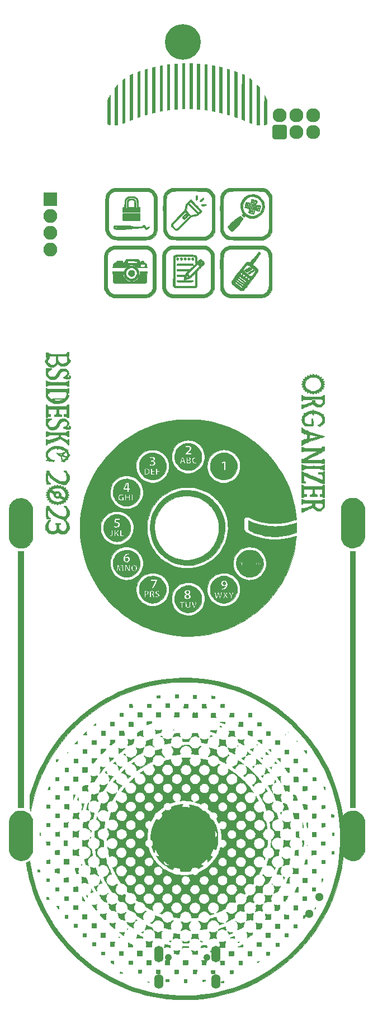
<source format=gbr>
%TF.GenerationSoftware,KiCad,Pcbnew,7.0.1*%
%TF.CreationDate,2023-08-25T16:29:50-05:00*%
%TF.ProjectId,BSidesKC23_Organizer,42536964-6573-44b4-9332-335f4f726761,1.1*%
%TF.SameCoordinates,Original*%
%TF.FileFunction,Soldermask,Top*%
%TF.FilePolarity,Negative*%
%FSLAX46Y46*%
G04 Gerber Fmt 4.6, Leading zero omitted, Abs format (unit mm)*
G04 Created by KiCad (PCBNEW 7.0.1) date 2023-08-25 16:29:50*
%MOMM*%
%LPD*%
G01*
G04 APERTURE LIST*
G04 Aperture macros list*
%AMRoundRect*
0 Rectangle with rounded corners*
0 $1 Rounding radius*
0 $2 $3 $4 $5 $6 $7 $8 $9 X,Y pos of 4 corners*
0 Add a 4 corners polygon primitive as box body*
4,1,4,$2,$3,$4,$5,$6,$7,$8,$9,$2,$3,0*
0 Add four circle primitives for the rounded corners*
1,1,$1+$1,$2,$3*
1,1,$1+$1,$4,$5*
1,1,$1+$1,$6,$7*
1,1,$1+$1,$8,$9*
0 Add four rect primitives between the rounded corners*
20,1,$1+$1,$2,$3,$4,$5,0*
20,1,$1+$1,$4,$5,$6,$7,0*
20,1,$1+$1,$6,$7,$8,$9,0*
20,1,$1+$1,$8,$9,$2,$3,0*%
G04 Aperture macros list end*
%ADD10C,0.010000*%
%ADD11O,2.127200X2.127200*%
%ADD12RoundRect,0.200000X-0.863600X0.863600X-0.863600X-0.863600X0.863600X-0.863600X0.863600X0.863600X0*%
%ADD13C,2.127200*%
%ADD14C,5.400000*%
%ADD15RoundRect,0.200000X0.850000X0.850000X-0.850000X0.850000X-0.850000X-0.850000X0.850000X-0.850000X0*%
%ADD16O,2.100000X2.100000*%
%ADD17C,1.300000*%
%ADD18C,1.050000*%
%ADD19O,1.400000X2.200000*%
%ADD20O,1.400000X2.500000*%
G04 APERTURE END LIST*
%TO.C,G\u002A\u002A\u002A*%
D10*
X100188138Y-132932106D02*
X101195020Y-132984656D01*
X102202166Y-133079057D01*
X102872416Y-133165203D01*
X103856470Y-133326696D01*
X104830672Y-133529011D01*
X105793865Y-133771543D01*
X106744895Y-134053682D01*
X107682607Y-134374822D01*
X108605846Y-134734355D01*
X109513457Y-135131675D01*
X110404284Y-135566173D01*
X111277173Y-136037243D01*
X112130969Y-136544277D01*
X112964516Y-137086668D01*
X113776659Y-137663808D01*
X114566244Y-138275090D01*
X115332115Y-138919906D01*
X116073117Y-139597650D01*
X116788096Y-140307714D01*
X117117664Y-140655500D01*
X117798273Y-141418692D01*
X118443934Y-142205581D01*
X119054249Y-143015401D01*
X119628820Y-143847386D01*
X120167249Y-144700769D01*
X120669138Y-145574786D01*
X121134089Y-146468671D01*
X121561703Y-147381658D01*
X121951585Y-148312981D01*
X122303334Y-149261874D01*
X122616553Y-150227573D01*
X122890845Y-151209310D01*
X123125811Y-152206321D01*
X123129396Y-152223083D01*
X123146852Y-152308576D01*
X123168737Y-152421616D01*
X123194047Y-152556483D01*
X123221779Y-152707455D01*
X123250928Y-152868810D01*
X123280489Y-153034828D01*
X123309460Y-153199788D01*
X123336835Y-153357967D01*
X123361611Y-153503644D01*
X123382782Y-153631100D01*
X123399347Y-153734611D01*
X123410299Y-153808457D01*
X123414635Y-153846917D01*
X123414666Y-153848454D01*
X123425384Y-153844986D01*
X123453064Y-153813712D01*
X123480691Y-153776717D01*
X123654484Y-153567573D01*
X123856632Y-153389033D01*
X124083966Y-153243445D01*
X124333318Y-153133158D01*
X124362759Y-153123012D01*
X124623229Y-153056754D01*
X124887955Y-153029282D01*
X125151926Y-153039569D01*
X125410133Y-153086592D01*
X125657568Y-153169323D01*
X125889220Y-153286738D01*
X126100080Y-153437810D01*
X126160173Y-153491065D01*
X126330626Y-153667924D01*
X126466807Y-153851914D01*
X126575455Y-154053776D01*
X126663311Y-154284249D01*
X126668781Y-154301491D01*
X126727250Y-154487916D01*
X126727250Y-159102250D01*
X126678699Y-159271583D01*
X126583434Y-159531808D01*
X126454288Y-159769821D01*
X126293689Y-159982675D01*
X126104070Y-160167420D01*
X125887861Y-160321110D01*
X125753583Y-160393722D01*
X125619213Y-160455137D01*
X125499806Y-160499790D01*
X125382731Y-160530635D01*
X125255353Y-160550625D01*
X125105040Y-160562711D01*
X125012750Y-160566886D01*
X124882973Y-160570637D01*
X124783114Y-160570256D01*
X124700885Y-160564892D01*
X124623997Y-160553692D01*
X124540161Y-160535804D01*
X124530121Y-160533423D01*
X124267184Y-160450075D01*
X124024887Y-160331199D01*
X123806251Y-160178544D01*
X123632302Y-160013823D01*
X123506098Y-159876093D01*
X123480602Y-160113588D01*
X123459536Y-160293618D01*
X123431956Y-160504624D01*
X123399432Y-160736031D01*
X123363534Y-160977262D01*
X123325831Y-161217738D01*
X123287893Y-161446883D01*
X123254932Y-161634206D01*
X123052155Y-162630396D01*
X122809078Y-163614421D01*
X122526156Y-164585234D01*
X122203845Y-165541785D01*
X121842599Y-166483026D01*
X121442874Y-167407909D01*
X121005125Y-168315385D01*
X120529807Y-169204405D01*
X120017376Y-170073921D01*
X119468285Y-170922884D01*
X118882992Y-171750246D01*
X118836581Y-171812833D01*
X118215299Y-172612864D01*
X117563126Y-173384833D01*
X116881174Y-174127861D01*
X116170554Y-174841070D01*
X115432378Y-175523581D01*
X114667758Y-176174516D01*
X113877805Y-176792995D01*
X113063631Y-177378140D01*
X112226349Y-177929073D01*
X111367069Y-178444914D01*
X110486904Y-178924787D01*
X109586965Y-179367810D01*
X108873166Y-179686726D01*
X107948699Y-180058778D01*
X107009176Y-180391588D01*
X106056062Y-180684891D01*
X105090825Y-180938420D01*
X104114930Y-181151909D01*
X103129844Y-181325092D01*
X102137034Y-181457703D01*
X101137967Y-181549476D01*
X100134108Y-181600144D01*
X99126924Y-181609443D01*
X98385083Y-181589732D01*
X98102366Y-181575194D01*
X97789626Y-181554292D01*
X97458527Y-181528029D01*
X97120732Y-181497410D01*
X96787906Y-181463438D01*
X96471713Y-181427117D01*
X96416583Y-181420297D01*
X95426349Y-181275182D01*
X94446799Y-181089501D01*
X93478989Y-180863911D01*
X92523973Y-180599069D01*
X91582804Y-180295632D01*
X90656537Y-179954258D01*
X89746226Y-179575603D01*
X88852926Y-179160325D01*
X87977691Y-178709081D01*
X87121574Y-178222527D01*
X86285631Y-177701322D01*
X85470916Y-177146121D01*
X84678482Y-176557584D01*
X83909384Y-175936365D01*
X83164677Y-175283123D01*
X82445414Y-174598515D01*
X81752650Y-173883198D01*
X81087440Y-173137829D01*
X80450836Y-172363065D01*
X79843894Y-171559563D01*
X79271218Y-170733333D01*
X78725172Y-169872443D01*
X78217812Y-168994386D01*
X77749250Y-168099435D01*
X77319597Y-167187865D01*
X76928967Y-166259948D01*
X76577471Y-165315961D01*
X76265222Y-164356175D01*
X75992332Y-163380866D01*
X75758913Y-162390307D01*
X75664514Y-161928000D01*
X75637385Y-161785645D01*
X75609715Y-161635454D01*
X75582613Y-161483973D01*
X75557190Y-161337745D01*
X75534557Y-161203318D01*
X75515825Y-161087234D01*
X75502103Y-160996041D01*
X75494502Y-160936281D01*
X75493333Y-160919122D01*
X75507228Y-160889362D01*
X75552352Y-160856865D01*
X75625625Y-160821386D01*
X75715467Y-160778752D01*
X75816797Y-160725582D01*
X75895500Y-160680572D01*
X75962522Y-160642737D01*
X76015075Y-160618016D01*
X76043508Y-160610831D01*
X76045423Y-160611853D01*
X76053381Y-160637864D01*
X76064626Y-160695918D01*
X76077347Y-160776033D01*
X76084511Y-160827333D01*
X76096125Y-160906846D01*
X76113954Y-161019029D01*
X76136501Y-161154925D01*
X76162267Y-161305580D01*
X76189753Y-161462038D01*
X76204006Y-161541490D01*
X76401854Y-162517266D01*
X76640611Y-163482669D01*
X76919913Y-164436733D01*
X77239394Y-165378487D01*
X77598688Y-166306965D01*
X77997429Y-167221199D01*
X78435253Y-168120220D01*
X78911793Y-169003061D01*
X79223439Y-169536729D01*
X79311709Y-169680486D01*
X79419642Y-169851328D01*
X79542335Y-170041867D01*
X79674882Y-170244716D01*
X79812378Y-170452485D01*
X79949920Y-170657786D01*
X80082600Y-170853231D01*
X80205516Y-171031431D01*
X80313762Y-171184998D01*
X80362078Y-171251916D01*
X80693122Y-171696007D01*
X81022101Y-172117351D01*
X81355588Y-172523586D01*
X81700154Y-172922350D01*
X82062371Y-173321281D01*
X82448812Y-173728016D01*
X82794578Y-174078921D01*
X83111024Y-174391827D01*
X83408296Y-174677953D01*
X83693555Y-174943666D01*
X83973958Y-175195334D01*
X84256665Y-175439323D01*
X84548835Y-175682001D01*
X84857626Y-175929736D01*
X85009538Y-176048950D01*
X85800572Y-176639305D01*
X86614091Y-177194560D01*
X87448690Y-177714213D01*
X88302964Y-178197759D01*
X89175507Y-178644696D01*
X90064916Y-179054520D01*
X90969784Y-179426729D01*
X91888708Y-179760818D01*
X92820283Y-180056285D01*
X93763103Y-180312625D01*
X94715763Y-180529337D01*
X95676860Y-180705917D01*
X96644988Y-180841861D01*
X97618742Y-180936666D01*
X98596717Y-180989829D01*
X98819000Y-180996042D01*
X99147331Y-181001176D01*
X99490605Y-181002059D01*
X99839488Y-180998887D01*
X100184650Y-180991856D01*
X100516758Y-180981164D01*
X100826481Y-180967007D01*
X101104485Y-180949582D01*
X101136750Y-180947168D01*
X102147176Y-180849371D01*
X103144598Y-180711349D01*
X104128644Y-180533241D01*
X105098941Y-180315188D01*
X106055115Y-180057330D01*
X106996795Y-179759808D01*
X107923606Y-179422763D01*
X108835176Y-179046334D01*
X109731133Y-178630661D01*
X110611103Y-178175886D01*
X111474714Y-177682149D01*
X112321592Y-177149590D01*
X113151366Y-176578349D01*
X113582750Y-176260960D01*
X114239528Y-175746076D01*
X114891265Y-175194444D01*
X115532114Y-174611639D01*
X116156229Y-174003237D01*
X116757765Y-173374815D01*
X117330874Y-172731950D01*
X117535216Y-172490748D01*
X118158073Y-171712334D01*
X118745145Y-170912030D01*
X119296126Y-170091039D01*
X119810712Y-169250561D01*
X120288598Y-168391798D01*
X120729481Y-167515951D01*
X121133055Y-166624221D01*
X121499016Y-165717811D01*
X121827060Y-164797920D01*
X122116882Y-163865750D01*
X122368177Y-162922503D01*
X122580642Y-161969380D01*
X122753971Y-161007583D01*
X122887860Y-160038312D01*
X122982005Y-159062768D01*
X123036101Y-158082154D01*
X123049844Y-157097671D01*
X123022930Y-156110519D01*
X122955053Y-155121900D01*
X122845909Y-154133016D01*
X122695194Y-153145068D01*
X122586380Y-152561750D01*
X122374403Y-151605933D01*
X122121414Y-150658533D01*
X121828187Y-149721187D01*
X121495498Y-148795530D01*
X121124121Y-147883197D01*
X120714830Y-146985825D01*
X120268400Y-146105049D01*
X119785606Y-145242506D01*
X119267223Y-144399830D01*
X118714024Y-143578657D01*
X118126785Y-142780625D01*
X117698429Y-142239770D01*
X117048638Y-141476542D01*
X116369445Y-140742983D01*
X115661946Y-140039919D01*
X114927240Y-139368179D01*
X114166425Y-138728589D01*
X113380600Y-138121977D01*
X112570861Y-137549169D01*
X111738309Y-137010993D01*
X110884040Y-136508276D01*
X110009153Y-136041845D01*
X109114746Y-135612528D01*
X108598788Y-135385662D01*
X107681300Y-135018231D01*
X106748960Y-134689924D01*
X105803729Y-134401236D01*
X104847571Y-134152662D01*
X103882447Y-133944696D01*
X102910321Y-133777833D01*
X101933154Y-133652569D01*
X101591833Y-133618784D01*
X101367223Y-133598842D01*
X101162583Y-133582158D01*
X100970998Y-133568460D01*
X100785554Y-133557478D01*
X100599336Y-133548942D01*
X100405431Y-133542580D01*
X100196923Y-133538123D01*
X99966899Y-133535299D01*
X99708443Y-133533839D01*
X99414642Y-133533471D01*
X99411666Y-133533472D01*
X99130683Y-133533912D01*
X98885118Y-133535231D01*
X98668061Y-133537705D01*
X98472602Y-133541610D01*
X98291830Y-133547224D01*
X98118836Y-133554822D01*
X97946707Y-133564679D01*
X97768535Y-133577073D01*
X97577409Y-133592280D01*
X97366417Y-133610576D01*
X97273833Y-133618919D01*
X96291975Y-133729282D01*
X95317514Y-133881049D01*
X94351706Y-134073738D01*
X93395809Y-134306867D01*
X92451078Y-134579954D01*
X91518771Y-134892518D01*
X90600144Y-135244075D01*
X89696454Y-135634146D01*
X88808957Y-136062246D01*
X87938911Y-136527896D01*
X87087571Y-137030612D01*
X86256194Y-137569913D01*
X85446038Y-138145317D01*
X85420500Y-138164304D01*
X84627002Y-138781180D01*
X83863172Y-139427809D01*
X83129651Y-140103179D01*
X82427078Y-140806281D01*
X81756094Y-141536104D01*
X81117339Y-142291638D01*
X80511453Y-143071872D01*
X79939077Y-143875798D01*
X79400851Y-144702403D01*
X78897414Y-145550678D01*
X78429407Y-146419612D01*
X77997471Y-147308196D01*
X77602245Y-148215418D01*
X77244369Y-149140269D01*
X76924485Y-150081738D01*
X76643232Y-151038816D01*
X76401250Y-152010491D01*
X76276261Y-152594685D01*
X76249990Y-152724046D01*
X76226205Y-152838617D01*
X76206246Y-152932162D01*
X76191449Y-152998442D01*
X76183151Y-153031221D01*
X76182159Y-153033562D01*
X76161035Y-153029450D01*
X76130394Y-153013208D01*
X76120570Y-153006395D01*
X76112315Y-152996948D01*
X76105490Y-152981395D01*
X76099961Y-152956264D01*
X76095591Y-152918085D01*
X76092244Y-152863385D01*
X76089783Y-152788693D01*
X76088072Y-152690538D01*
X76086975Y-152565448D01*
X76086355Y-152409951D01*
X76086076Y-152220576D01*
X76086002Y-151993852D01*
X76086000Y-151882519D01*
X76086000Y-150779556D01*
X76171582Y-150485319D01*
X76471860Y-149526601D01*
X76810998Y-148580614D01*
X77187922Y-147649624D01*
X77601558Y-146735901D01*
X78050829Y-145841710D01*
X78534661Y-144969320D01*
X79051979Y-144120999D01*
X79528492Y-143404239D01*
X80117658Y-142589107D01*
X80739095Y-141800046D01*
X81391557Y-141038057D01*
X82073795Y-140304144D01*
X82784564Y-139599308D01*
X83522614Y-138924552D01*
X84286700Y-138280879D01*
X85075574Y-137669291D01*
X85887988Y-137090790D01*
X86722695Y-136546378D01*
X87578449Y-136037059D01*
X88454001Y-135563835D01*
X89348105Y-135127707D01*
X90259513Y-134729679D01*
X90386475Y-134677839D01*
X91327558Y-134319525D01*
X92280388Y-134001671D01*
X93243817Y-133724416D01*
X94216697Y-133487900D01*
X95197880Y-133292262D01*
X96186217Y-133137640D01*
X97180559Y-133024175D01*
X98179759Y-132952005D01*
X99182668Y-132921269D01*
X100188138Y-132932106D01*
G36*
X100188138Y-132932106D02*
G01*
X101195020Y-132984656D01*
X102202166Y-133079057D01*
X102872416Y-133165203D01*
X103856470Y-133326696D01*
X104830672Y-133529011D01*
X105793865Y-133771543D01*
X106744895Y-134053682D01*
X107682607Y-134374822D01*
X108605846Y-134734355D01*
X109513457Y-135131675D01*
X110404284Y-135566173D01*
X111277173Y-136037243D01*
X112130969Y-136544277D01*
X112964516Y-137086668D01*
X113776659Y-137663808D01*
X114566244Y-138275090D01*
X115332115Y-138919906D01*
X116073117Y-139597650D01*
X116788096Y-140307714D01*
X117117664Y-140655500D01*
X117798273Y-141418692D01*
X118443934Y-142205581D01*
X119054249Y-143015401D01*
X119628820Y-143847386D01*
X120167249Y-144700769D01*
X120669138Y-145574786D01*
X121134089Y-146468671D01*
X121561703Y-147381658D01*
X121951585Y-148312981D01*
X122303334Y-149261874D01*
X122616553Y-150227573D01*
X122890845Y-151209310D01*
X123125811Y-152206321D01*
X123129396Y-152223083D01*
X123146852Y-152308576D01*
X123168737Y-152421616D01*
X123194047Y-152556483D01*
X123221779Y-152707455D01*
X123250928Y-152868810D01*
X123280489Y-153034828D01*
X123309460Y-153199788D01*
X123336835Y-153357967D01*
X123361611Y-153503644D01*
X123382782Y-153631100D01*
X123399347Y-153734611D01*
X123410299Y-153808457D01*
X123414635Y-153846917D01*
X123414666Y-153848454D01*
X123425384Y-153844986D01*
X123453064Y-153813712D01*
X123480691Y-153776717D01*
X123654484Y-153567573D01*
X123856632Y-153389033D01*
X124083966Y-153243445D01*
X124333318Y-153133158D01*
X124362759Y-153123012D01*
X124623229Y-153056754D01*
X124887955Y-153029282D01*
X125151926Y-153039569D01*
X125410133Y-153086592D01*
X125657568Y-153169323D01*
X125889220Y-153286738D01*
X126100080Y-153437810D01*
X126160173Y-153491065D01*
X126330626Y-153667924D01*
X126466807Y-153851914D01*
X126575455Y-154053776D01*
X126663311Y-154284249D01*
X126668781Y-154301491D01*
X126727250Y-154487916D01*
X126727250Y-159102250D01*
X126678699Y-159271583D01*
X126583434Y-159531808D01*
X126454288Y-159769821D01*
X126293689Y-159982675D01*
X126104070Y-160167420D01*
X125887861Y-160321110D01*
X125753583Y-160393722D01*
X125619213Y-160455137D01*
X125499806Y-160499790D01*
X125382731Y-160530635D01*
X125255353Y-160550625D01*
X125105040Y-160562711D01*
X125012750Y-160566886D01*
X124882973Y-160570637D01*
X124783114Y-160570256D01*
X124700885Y-160564892D01*
X124623997Y-160553692D01*
X124540161Y-160535804D01*
X124530121Y-160533423D01*
X124267184Y-160450075D01*
X124024887Y-160331199D01*
X123806251Y-160178544D01*
X123632302Y-160013823D01*
X123506098Y-159876093D01*
X123480602Y-160113588D01*
X123459536Y-160293618D01*
X123431956Y-160504624D01*
X123399432Y-160736031D01*
X123363534Y-160977262D01*
X123325831Y-161217738D01*
X123287893Y-161446883D01*
X123254932Y-161634206D01*
X123052155Y-162630396D01*
X122809078Y-163614421D01*
X122526156Y-164585234D01*
X122203845Y-165541785D01*
X121842599Y-166483026D01*
X121442874Y-167407909D01*
X121005125Y-168315385D01*
X120529807Y-169204405D01*
X120017376Y-170073921D01*
X119468285Y-170922884D01*
X118882992Y-171750246D01*
X118836581Y-171812833D01*
X118215299Y-172612864D01*
X117563126Y-173384833D01*
X116881174Y-174127861D01*
X116170554Y-174841070D01*
X115432378Y-175523581D01*
X114667758Y-176174516D01*
X113877805Y-176792995D01*
X113063631Y-177378140D01*
X112226349Y-177929073D01*
X111367069Y-178444914D01*
X110486904Y-178924787D01*
X109586965Y-179367810D01*
X108873166Y-179686726D01*
X107948699Y-180058778D01*
X107009176Y-180391588D01*
X106056062Y-180684891D01*
X105090825Y-180938420D01*
X104114930Y-181151909D01*
X103129844Y-181325092D01*
X102137034Y-181457703D01*
X101137967Y-181549476D01*
X100134108Y-181600144D01*
X99126924Y-181609443D01*
X98385083Y-181589732D01*
X98102366Y-181575194D01*
X97789626Y-181554292D01*
X97458527Y-181528029D01*
X97120732Y-181497410D01*
X96787906Y-181463438D01*
X96471713Y-181427117D01*
X96416583Y-181420297D01*
X95426349Y-181275182D01*
X94446799Y-181089501D01*
X93478989Y-180863911D01*
X92523973Y-180599069D01*
X91582804Y-180295632D01*
X90656537Y-179954258D01*
X89746226Y-179575603D01*
X88852926Y-179160325D01*
X87977691Y-178709081D01*
X87121574Y-178222527D01*
X86285631Y-177701322D01*
X85470916Y-177146121D01*
X84678482Y-176557584D01*
X83909384Y-175936365D01*
X83164677Y-175283123D01*
X82445414Y-174598515D01*
X81752650Y-173883198D01*
X81087440Y-173137829D01*
X80450836Y-172363065D01*
X79843894Y-171559563D01*
X79271218Y-170733333D01*
X78725172Y-169872443D01*
X78217812Y-168994386D01*
X77749250Y-168099435D01*
X77319597Y-167187865D01*
X76928967Y-166259948D01*
X76577471Y-165315961D01*
X76265222Y-164356175D01*
X75992332Y-163380866D01*
X75758913Y-162390307D01*
X75664514Y-161928000D01*
X75637385Y-161785645D01*
X75609715Y-161635454D01*
X75582613Y-161483973D01*
X75557190Y-161337745D01*
X75534557Y-161203318D01*
X75515825Y-161087234D01*
X75502103Y-160996041D01*
X75494502Y-160936281D01*
X75493333Y-160919122D01*
X75507228Y-160889362D01*
X75552352Y-160856865D01*
X75625625Y-160821386D01*
X75715467Y-160778752D01*
X75816797Y-160725582D01*
X75895500Y-160680572D01*
X75962522Y-160642737D01*
X76015075Y-160618016D01*
X76043508Y-160610831D01*
X76045423Y-160611853D01*
X76053381Y-160637864D01*
X76064626Y-160695918D01*
X76077347Y-160776033D01*
X76084511Y-160827333D01*
X76096125Y-160906846D01*
X76113954Y-161019029D01*
X76136501Y-161154925D01*
X76162267Y-161305580D01*
X76189753Y-161462038D01*
X76204006Y-161541490D01*
X76401854Y-162517266D01*
X76640611Y-163482669D01*
X76919913Y-164436733D01*
X77239394Y-165378487D01*
X77598688Y-166306965D01*
X77997429Y-167221199D01*
X78435253Y-168120220D01*
X78911793Y-169003061D01*
X79223439Y-169536729D01*
X79311709Y-169680486D01*
X79419642Y-169851328D01*
X79542335Y-170041867D01*
X79674882Y-170244716D01*
X79812378Y-170452485D01*
X79949920Y-170657786D01*
X80082600Y-170853231D01*
X80205516Y-171031431D01*
X80313762Y-171184998D01*
X80362078Y-171251916D01*
X80693122Y-171696007D01*
X81022101Y-172117351D01*
X81355588Y-172523586D01*
X81700154Y-172922350D01*
X82062371Y-173321281D01*
X82448812Y-173728016D01*
X82794578Y-174078921D01*
X83111024Y-174391827D01*
X83408296Y-174677953D01*
X83693555Y-174943666D01*
X83973958Y-175195334D01*
X84256665Y-175439323D01*
X84548835Y-175682001D01*
X84857626Y-175929736D01*
X85009538Y-176048950D01*
X85800572Y-176639305D01*
X86614091Y-177194560D01*
X87448690Y-177714213D01*
X88302964Y-178197759D01*
X89175507Y-178644696D01*
X90064916Y-179054520D01*
X90969784Y-179426729D01*
X91888708Y-179760818D01*
X92820283Y-180056285D01*
X93763103Y-180312625D01*
X94715763Y-180529337D01*
X95676860Y-180705917D01*
X96644988Y-180841861D01*
X97618742Y-180936666D01*
X98596717Y-180989829D01*
X98819000Y-180996042D01*
X99147331Y-181001176D01*
X99490605Y-181002059D01*
X99839488Y-180998887D01*
X100184650Y-180991856D01*
X100516758Y-180981164D01*
X100826481Y-180967007D01*
X101104485Y-180949582D01*
X101136750Y-180947168D01*
X102147176Y-180849371D01*
X103144598Y-180711349D01*
X104128644Y-180533241D01*
X105098941Y-180315188D01*
X106055115Y-180057330D01*
X106996795Y-179759808D01*
X107923606Y-179422763D01*
X108835176Y-179046334D01*
X109731133Y-178630661D01*
X110611103Y-178175886D01*
X111474714Y-177682149D01*
X112321592Y-177149590D01*
X113151366Y-176578349D01*
X113582750Y-176260960D01*
X114239528Y-175746076D01*
X114891265Y-175194444D01*
X115532114Y-174611639D01*
X116156229Y-174003237D01*
X116757765Y-173374815D01*
X117330874Y-172731950D01*
X117535216Y-172490748D01*
X118158073Y-171712334D01*
X118745145Y-170912030D01*
X119296126Y-170091039D01*
X119810712Y-169250561D01*
X120288598Y-168391798D01*
X120729481Y-167515951D01*
X121133055Y-166624221D01*
X121499016Y-165717811D01*
X121827060Y-164797920D01*
X122116882Y-163865750D01*
X122368177Y-162922503D01*
X122580642Y-161969380D01*
X122753971Y-161007583D01*
X122887860Y-160038312D01*
X122982005Y-159062768D01*
X123036101Y-158082154D01*
X123049844Y-157097671D01*
X123022930Y-156110519D01*
X122955053Y-155121900D01*
X122845909Y-154133016D01*
X122695194Y-153145068D01*
X122586380Y-152561750D01*
X122374403Y-151605933D01*
X122121414Y-150658533D01*
X121828187Y-149721187D01*
X121495498Y-148795530D01*
X121124121Y-147883197D01*
X120714830Y-146985825D01*
X120268400Y-146105049D01*
X119785606Y-145242506D01*
X119267223Y-144399830D01*
X118714024Y-143578657D01*
X118126785Y-142780625D01*
X117698429Y-142239770D01*
X117048638Y-141476542D01*
X116369445Y-140742983D01*
X115661946Y-140039919D01*
X114927240Y-139368179D01*
X114166425Y-138728589D01*
X113380600Y-138121977D01*
X112570861Y-137549169D01*
X111738309Y-137010993D01*
X110884040Y-136508276D01*
X110009153Y-136041845D01*
X109114746Y-135612528D01*
X108598788Y-135385662D01*
X107681300Y-135018231D01*
X106748960Y-134689924D01*
X105803729Y-134401236D01*
X104847571Y-134152662D01*
X103882447Y-133944696D01*
X102910321Y-133777833D01*
X101933154Y-133652569D01*
X101591833Y-133618784D01*
X101367223Y-133598842D01*
X101162583Y-133582158D01*
X100970998Y-133568460D01*
X100785554Y-133557478D01*
X100599336Y-133548942D01*
X100405431Y-133542580D01*
X100196923Y-133538123D01*
X99966899Y-133535299D01*
X99708443Y-133533839D01*
X99414642Y-133533471D01*
X99411666Y-133533472D01*
X99130683Y-133533912D01*
X98885118Y-133535231D01*
X98668061Y-133537705D01*
X98472602Y-133541610D01*
X98291830Y-133547224D01*
X98118836Y-133554822D01*
X97946707Y-133564679D01*
X97768535Y-133577073D01*
X97577409Y-133592280D01*
X97366417Y-133610576D01*
X97273833Y-133618919D01*
X96291975Y-133729282D01*
X95317514Y-133881049D01*
X94351706Y-134073738D01*
X93395809Y-134306867D01*
X92451078Y-134579954D01*
X91518771Y-134892518D01*
X90600144Y-135244075D01*
X89696454Y-135634146D01*
X88808957Y-136062246D01*
X87938911Y-136527896D01*
X87087571Y-137030612D01*
X86256194Y-137569913D01*
X85446038Y-138145317D01*
X85420500Y-138164304D01*
X84627002Y-138781180D01*
X83863172Y-139427809D01*
X83129651Y-140103179D01*
X82427078Y-140806281D01*
X81756094Y-141536104D01*
X81117339Y-142291638D01*
X80511453Y-143071872D01*
X79939077Y-143875798D01*
X79400851Y-144702403D01*
X78897414Y-145550678D01*
X78429407Y-146419612D01*
X77997471Y-147308196D01*
X77602245Y-148215418D01*
X77244369Y-149140269D01*
X76924485Y-150081738D01*
X76643232Y-151038816D01*
X76401250Y-152010491D01*
X76276261Y-152594685D01*
X76249990Y-152724046D01*
X76226205Y-152838617D01*
X76206246Y-152932162D01*
X76191449Y-152998442D01*
X76183151Y-153031221D01*
X76182159Y-153033562D01*
X76161035Y-153029450D01*
X76130394Y-153013208D01*
X76120570Y-153006395D01*
X76112315Y-152996948D01*
X76105490Y-152981395D01*
X76099961Y-152956264D01*
X76095591Y-152918085D01*
X76092244Y-152863385D01*
X76089783Y-152788693D01*
X76088072Y-152690538D01*
X76086975Y-152565448D01*
X76086355Y-152409951D01*
X76086076Y-152220576D01*
X76086002Y-151993852D01*
X76086000Y-151882519D01*
X76086000Y-150779556D01*
X76171582Y-150485319D01*
X76471860Y-149526601D01*
X76810998Y-148580614D01*
X77187922Y-147649624D01*
X77601558Y-146735901D01*
X78050829Y-145841710D01*
X78534661Y-144969320D01*
X79051979Y-144120999D01*
X79528492Y-143404239D01*
X80117658Y-142589107D01*
X80739095Y-141800046D01*
X81391557Y-141038057D01*
X82073795Y-140304144D01*
X82784564Y-139599308D01*
X83522614Y-138924552D01*
X84286700Y-138280879D01*
X85075574Y-137669291D01*
X85887988Y-137090790D01*
X86722695Y-136546378D01*
X87578449Y-136037059D01*
X88454001Y-135563835D01*
X89348105Y-135127707D01*
X90259513Y-134729679D01*
X90386475Y-134677839D01*
X91327558Y-134319525D01*
X92280388Y-134001671D01*
X93243817Y-133724416D01*
X94216697Y-133487900D01*
X95197880Y-133292262D01*
X96186217Y-133137640D01*
X97180559Y-133024175D01*
X98179759Y-132952005D01*
X99182668Y-132921269D01*
X100188138Y-132932106D01*
G37*
X99877333Y-179009500D02*
X99692125Y-179009789D01*
X99601968Y-179011348D01*
X99523397Y-179015248D01*
X99469563Y-179020751D01*
X99459291Y-179022841D01*
X99438590Y-179027020D01*
X99424971Y-179021681D01*
X99416952Y-178999896D01*
X99413049Y-178954735D01*
X99411781Y-178879271D01*
X99411666Y-178800302D01*
X99411666Y-178565000D01*
X99877333Y-178565000D01*
X99877333Y-179009500D01*
G36*
X99877333Y-179009500D02*
G01*
X99692125Y-179009789D01*
X99601968Y-179011348D01*
X99523397Y-179015248D01*
X99469563Y-179020751D01*
X99459291Y-179022841D01*
X99438590Y-179027020D01*
X99424971Y-179021681D01*
X99416952Y-178999896D01*
X99413049Y-178954735D01*
X99411781Y-178879271D01*
X99411666Y-178800302D01*
X99411666Y-178565000D01*
X99877333Y-178565000D01*
X99877333Y-179009500D01*
G37*
X105395596Y-178796125D02*
X105401016Y-178833512D01*
X105401833Y-178892680D01*
X105401833Y-179009500D01*
X104996984Y-179009500D01*
X105003617Y-178941931D01*
X105005633Y-178917226D01*
X105009942Y-178898693D01*
X105022364Y-178883772D01*
X105048723Y-178869903D01*
X105094841Y-178854528D01*
X105166541Y-178835087D01*
X105269645Y-178809020D01*
X105354208Y-178787828D01*
X105381386Y-178783964D01*
X105395596Y-178796125D01*
G36*
X105395596Y-178796125D02*
G01*
X105401016Y-178833512D01*
X105401833Y-178892680D01*
X105401833Y-179009500D01*
X104996984Y-179009500D01*
X105003617Y-178941931D01*
X105005633Y-178917226D01*
X105009942Y-178898693D01*
X105022364Y-178883772D01*
X105048723Y-178869903D01*
X105094841Y-178854528D01*
X105166541Y-178835087D01*
X105269645Y-178809020D01*
X105354208Y-178787828D01*
X105381386Y-178783964D01*
X105395596Y-178796125D01*
G37*
X93961956Y-178900380D02*
X94034527Y-178919417D01*
X94098833Y-178937106D01*
X94194083Y-178963381D01*
X94040625Y-178965273D01*
X93961185Y-178965238D01*
X93915111Y-178961101D01*
X93893470Y-178950485D01*
X93887327Y-178931013D01*
X93887166Y-178924430D01*
X93888180Y-178904265D01*
X93896103Y-178893243D01*
X93918255Y-178891802D01*
X93961956Y-178900380D01*
G36*
X93961956Y-178900380D02*
G01*
X94034527Y-178919417D01*
X94098833Y-178937106D01*
X94194083Y-178963381D01*
X94040625Y-178965273D01*
X93961185Y-178965238D01*
X93915111Y-178961101D01*
X93893470Y-178950485D01*
X93887327Y-178931013D01*
X93887166Y-178924430D01*
X93888180Y-178904265D01*
X93896103Y-178893243D01*
X93918255Y-178891802D01*
X93961956Y-178900380D01*
G37*
X97104500Y-178711917D02*
X97102640Y-178791558D01*
X97097705Y-178853041D01*
X97090659Y-178885659D01*
X97088625Y-178888079D01*
X97062104Y-178888913D01*
X97003469Y-178884653D01*
X96922521Y-178876136D01*
X96863523Y-178868837D01*
X96774815Y-178856759D01*
X96703641Y-178846132D01*
X96659211Y-178838384D01*
X96649020Y-178835550D01*
X96645174Y-178813056D01*
X96640148Y-178759786D01*
X96635026Y-178687241D01*
X96634994Y-178686708D01*
X96626243Y-178543833D01*
X97104500Y-178543833D01*
X97104500Y-178711917D01*
G36*
X97104500Y-178711917D02*
G01*
X97102640Y-178791558D01*
X97097705Y-178853041D01*
X97090659Y-178885659D01*
X97088625Y-178888079D01*
X97062104Y-178888913D01*
X97003469Y-178884653D01*
X96922521Y-178876136D01*
X96863523Y-178868837D01*
X96774815Y-178856759D01*
X96703641Y-178846132D01*
X96659211Y-178838384D01*
X96649020Y-178835550D01*
X96645174Y-178813056D01*
X96640148Y-178759786D01*
X96635026Y-178687241D01*
X96634994Y-178686708D01*
X96626243Y-178543833D01*
X97104500Y-178543833D01*
X97104500Y-178711917D01*
G37*
X102646034Y-178686626D02*
X102639583Y-178787087D01*
X102470250Y-178812036D01*
X102355860Y-178828784D01*
X102276912Y-178837941D01*
X102226851Y-178837239D01*
X102199122Y-178824409D01*
X102187168Y-178797183D01*
X102184436Y-178753294D01*
X102184500Y-178713166D01*
X102184500Y-178586166D01*
X102652486Y-178586166D01*
X102646034Y-178686626D01*
G36*
X102646034Y-178686626D02*
G01*
X102639583Y-178787087D01*
X102470250Y-178812036D01*
X102355860Y-178828784D01*
X102276912Y-178837941D01*
X102226851Y-178837239D01*
X102199122Y-178824409D01*
X102187168Y-178797183D01*
X102184436Y-178753294D01*
X102184500Y-178713166D01*
X102184500Y-178586166D01*
X102652486Y-178586166D01*
X102646034Y-178686626D01*
G37*
X101330265Y-177255771D02*
X101323085Y-177348079D01*
X101318157Y-177456606D01*
X101316666Y-177541521D01*
X101316666Y-177697166D01*
X101040835Y-177697166D01*
X100917940Y-177695912D01*
X100832855Y-177691872D01*
X100781121Y-177684632D01*
X100758283Y-177673777D01*
X100756644Y-177670708D01*
X100752701Y-177640231D01*
X100748112Y-177576668D01*
X100743439Y-177489248D01*
X100739248Y-177387200D01*
X100739169Y-177384958D01*
X100730055Y-177125666D01*
X101343863Y-177125666D01*
X101330265Y-177255771D01*
G36*
X101330265Y-177255771D02*
G01*
X101323085Y-177348079D01*
X101318157Y-177456606D01*
X101316666Y-177541521D01*
X101316666Y-177697166D01*
X101040835Y-177697166D01*
X100917940Y-177695912D01*
X100832855Y-177691872D01*
X100781121Y-177684632D01*
X100758283Y-177673777D01*
X100756644Y-177670708D01*
X100752701Y-177640231D01*
X100748112Y-177576668D01*
X100743439Y-177489248D01*
X100739248Y-177387200D01*
X100739169Y-177384958D01*
X100730055Y-177125666D01*
X101343863Y-177125666D01*
X101330265Y-177255771D01*
G37*
X104089373Y-177247375D02*
X104087585Y-177318421D01*
X104082988Y-177412655D01*
X104076527Y-177511101D01*
X104075652Y-177522541D01*
X104062058Y-177697166D01*
X103804140Y-177697166D01*
X103703616Y-177696069D01*
X103618990Y-177693080D01*
X103558982Y-177688652D01*
X103532312Y-177683235D01*
X103532111Y-177683055D01*
X103526702Y-177657593D01*
X103522251Y-177598460D01*
X103519204Y-177514318D01*
X103518003Y-177413825D01*
X103518000Y-177407888D01*
X103518000Y-177146833D01*
X104089500Y-177146833D01*
X104089373Y-177247375D01*
G36*
X104089373Y-177247375D02*
G01*
X104087585Y-177318421D01*
X104082988Y-177412655D01*
X104076527Y-177511101D01*
X104075652Y-177522541D01*
X104062058Y-177697166D01*
X103804140Y-177697166D01*
X103703616Y-177696069D01*
X103618990Y-177693080D01*
X103558982Y-177688652D01*
X103532312Y-177683235D01*
X103532111Y-177683055D01*
X103526702Y-177657593D01*
X103522251Y-177598460D01*
X103519204Y-177514318D01*
X103518003Y-177413825D01*
X103518000Y-177407888D01*
X103518000Y-177146833D01*
X104089500Y-177146833D01*
X104089373Y-177247375D01*
G37*
X98556010Y-177257958D02*
X98547824Y-177360032D01*
X98538885Y-177464359D01*
X98531036Y-177549475D01*
X98530562Y-177554291D01*
X98518510Y-177676000D01*
X97972333Y-177676000D01*
X97972206Y-177554291D01*
X97970366Y-177471464D01*
X97965642Y-177367895D01*
X97959026Y-177264998D01*
X97958485Y-177257958D01*
X97944892Y-177083333D01*
X98569406Y-177083333D01*
X98556010Y-177257958D01*
G36*
X98556010Y-177257958D02*
G01*
X98547824Y-177360032D01*
X98538885Y-177464359D01*
X98531036Y-177549475D01*
X98530562Y-177554291D01*
X98518510Y-177676000D01*
X97972333Y-177676000D01*
X97972206Y-177554291D01*
X97970366Y-177471464D01*
X97965642Y-177367895D01*
X97959026Y-177264998D01*
X97958485Y-177257958D01*
X97944892Y-177083333D01*
X98569406Y-177083333D01*
X98556010Y-177257958D01*
G37*
X95749833Y-177654833D02*
X95226697Y-177654833D01*
X95213098Y-177524728D01*
X95205642Y-177429483D01*
X95200703Y-177320564D01*
X95199500Y-177249561D01*
X95199500Y-177104500D01*
X95749833Y-177104500D01*
X95749833Y-177654833D01*
G36*
X95749833Y-177654833D02*
G01*
X95226697Y-177654833D01*
X95213098Y-177524728D01*
X95205642Y-177429483D01*
X95200703Y-177320564D01*
X95199500Y-177249561D01*
X95199500Y-177104500D01*
X95749833Y-177104500D01*
X95749833Y-177654833D01*
G37*
X106841166Y-177249473D02*
X106839332Y-177311782D01*
X106834515Y-177397962D01*
X106827742Y-177489740D01*
X106827477Y-177492889D01*
X106813788Y-177654833D01*
X106360454Y-177654833D01*
X106346961Y-177511958D01*
X106339675Y-177419150D01*
X106334714Y-177326091D01*
X106333317Y-177268541D01*
X106333166Y-177168000D01*
X106841166Y-177168000D01*
X106841166Y-177249473D01*
G36*
X106841166Y-177249473D02*
G01*
X106839332Y-177311782D01*
X106834515Y-177397962D01*
X106827742Y-177489740D01*
X106827477Y-177492889D01*
X106813788Y-177654833D01*
X106360454Y-177654833D01*
X106346961Y-177511958D01*
X106339675Y-177419150D01*
X106334714Y-177326091D01*
X106333317Y-177268541D01*
X106333166Y-177168000D01*
X106841166Y-177168000D01*
X106841166Y-177249473D01*
G37*
X92955706Y-177205041D02*
X92953968Y-177264652D01*
X92949491Y-177349697D01*
X92943177Y-177443433D01*
X92941985Y-177459041D01*
X92928392Y-177633666D01*
X92474896Y-177633666D01*
X92461548Y-177522541D01*
X92454255Y-177438898D01*
X92449330Y-177338699D01*
X92448017Y-177268541D01*
X92447833Y-177125666D01*
X92955833Y-177125666D01*
X92955706Y-177205041D01*
G36*
X92955706Y-177205041D02*
G01*
X92953968Y-177264652D01*
X92949491Y-177349697D01*
X92943177Y-177443433D01*
X92941985Y-177459041D01*
X92928392Y-177633666D01*
X92474896Y-177633666D01*
X92461548Y-177522541D01*
X92454255Y-177438898D01*
X92449330Y-177338699D01*
X92448017Y-177268541D01*
X92447833Y-177125666D01*
X92955833Y-177125666D01*
X92955706Y-177205041D01*
G37*
X89771379Y-177388469D02*
X89828448Y-177411550D01*
X89899257Y-177443915D01*
X89973738Y-177480573D01*
X90041823Y-177516532D01*
X90093446Y-177546798D01*
X90118539Y-177566379D01*
X90119500Y-177568799D01*
X90098944Y-177580318D01*
X90039420Y-177587911D01*
X89944142Y-177591217D01*
X89918416Y-177591333D01*
X89717333Y-177591333D01*
X89717333Y-177485500D01*
X89721071Y-177425127D01*
X89730630Y-177386807D01*
X89738116Y-177379666D01*
X89771379Y-177388469D01*
G36*
X89771379Y-177388469D02*
G01*
X89828448Y-177411550D01*
X89899257Y-177443915D01*
X89973738Y-177480573D01*
X90041823Y-177516532D01*
X90093446Y-177546798D01*
X90118539Y-177566379D01*
X90119500Y-177568799D01*
X90098944Y-177580318D01*
X90039420Y-177587911D01*
X89944142Y-177591217D01*
X89918416Y-177591333D01*
X89717333Y-177591333D01*
X89717333Y-177485500D01*
X89721071Y-177425127D01*
X89730630Y-177386807D01*
X89738116Y-177379666D01*
X89771379Y-177388469D01*
G37*
X99993562Y-175913875D02*
X99987294Y-176021966D01*
X99980294Y-176127424D01*
X99973615Y-176214992D01*
X99970204Y-176252541D01*
X99958953Y-176363666D01*
X99284666Y-176363666D01*
X99284666Y-175686333D01*
X100005669Y-175686333D01*
X99993562Y-175913875D01*
G36*
X99993562Y-175913875D02*
G01*
X99987294Y-176021966D01*
X99980294Y-176127424D01*
X99973615Y-176214992D01*
X99970204Y-176252541D01*
X99958953Y-176363666D01*
X99284666Y-176363666D01*
X99284666Y-175686333D01*
X100005669Y-175686333D01*
X99993562Y-175913875D01*
G37*
X102417744Y-175686317D02*
X102767405Y-175686333D01*
X102761438Y-175850375D01*
X102756706Y-175958002D01*
X102750099Y-176080773D01*
X102743252Y-176189041D01*
X102731033Y-176363666D01*
X102099833Y-176363666D01*
X102098057Y-176263125D01*
X102096035Y-176199644D01*
X102091981Y-176107801D01*
X102086546Y-176001485D01*
X102082182Y-175924442D01*
X102068083Y-175686302D01*
X102417744Y-175686317D01*
G36*
X102417744Y-175686317D02*
G01*
X102767405Y-175686333D01*
X102761438Y-175850375D01*
X102756706Y-175958002D01*
X102750099Y-176080773D01*
X102743252Y-176189041D01*
X102731033Y-176363666D01*
X102099833Y-176363666D01*
X102098057Y-176263125D01*
X102096035Y-176199644D01*
X102091981Y-176107801D01*
X102086546Y-176001485D01*
X102082182Y-175924442D01*
X102068083Y-175686302D01*
X102417744Y-175686317D01*
G37*
X105524107Y-176019708D02*
X105518250Y-176331916D01*
X105206041Y-176337774D01*
X104893833Y-176343631D01*
X104893706Y-176200190D01*
X104891808Y-176104881D01*
X104886947Y-175991579D01*
X104880164Y-175884435D01*
X104879985Y-175882125D01*
X104866392Y-175707500D01*
X105529965Y-175707500D01*
X105524107Y-176019708D01*
G36*
X105524107Y-176019708D02*
G01*
X105518250Y-176331916D01*
X105206041Y-176337774D01*
X104893833Y-176343631D01*
X104893706Y-176200190D01*
X104891808Y-176104881D01*
X104886947Y-175991579D01*
X104880164Y-175884435D01*
X104879985Y-175882125D01*
X104866392Y-175707500D01*
X105529965Y-175707500D01*
X105524107Y-176019708D01*
G37*
X97210333Y-175757123D02*
X97208984Y-175827803D01*
X97205359Y-175925206D01*
X97200090Y-176033827D01*
X97196533Y-176095790D01*
X97182733Y-176321333D01*
X96533000Y-176321333D01*
X96533000Y-175644000D01*
X97210333Y-175644000D01*
X97210333Y-175757123D01*
G36*
X97210333Y-175757123D02*
G01*
X97208984Y-175827803D01*
X97205359Y-175925206D01*
X97200090Y-176033827D01*
X97196533Y-176095790D01*
X97182733Y-176321333D01*
X96533000Y-176321333D01*
X96533000Y-175644000D01*
X97210333Y-175644000D01*
X97210333Y-175757123D01*
G37*
X94408855Y-175827110D02*
X94401661Y-175935587D01*
X94396703Y-176055028D01*
X94395166Y-176144610D01*
X94395166Y-176300166D01*
X93760166Y-176300166D01*
X93760166Y-175665166D01*
X94422545Y-175665166D01*
X94408855Y-175827110D01*
G36*
X94408855Y-175827110D02*
G01*
X94401661Y-175935587D01*
X94396703Y-176055028D01*
X94395166Y-176144610D01*
X94395166Y-176300166D01*
X93760166Y-176300166D01*
X93760166Y-175665166D01*
X94422545Y-175665166D01*
X94408855Y-175827110D01*
G37*
X108259333Y-176300166D02*
X107715339Y-176300166D01*
X107701586Y-176106414D01*
X107695311Y-176008998D01*
X107690538Y-175917704D01*
X107688032Y-175847871D01*
X107687833Y-175831248D01*
X107687833Y-175749833D01*
X108259333Y-175749833D01*
X108259333Y-176300166D01*
G36*
X108259333Y-176300166D02*
G01*
X107715339Y-176300166D01*
X107701586Y-176106414D01*
X107695311Y-176008998D01*
X107690538Y-175917704D01*
X107688032Y-175847871D01*
X107687833Y-175831248D01*
X107687833Y-175749833D01*
X108259333Y-175749833D01*
X108259333Y-176300166D01*
G37*
X91601166Y-176279000D02*
X91029666Y-176279000D01*
X91029666Y-175707500D01*
X91601166Y-175707500D01*
X91601166Y-176279000D01*
G36*
X91601166Y-176279000D02*
G01*
X91029666Y-176279000D01*
X91029666Y-175707500D01*
X91601166Y-175707500D01*
X91601166Y-176279000D01*
G37*
X88764833Y-175982666D02*
X88763492Y-176091359D01*
X88759090Y-176162728D01*
X88751062Y-176201710D01*
X88738841Y-176213240D01*
X88738375Y-176213211D01*
X88710271Y-176202152D01*
X88654325Y-176173920D01*
X88579072Y-176132990D01*
X88506206Y-176091503D01*
X88300496Y-175972083D01*
X88299166Y-175749833D01*
X88764833Y-175749833D01*
X88764833Y-175982666D01*
G36*
X88764833Y-175982666D02*
G01*
X88763492Y-176091359D01*
X88759090Y-176162728D01*
X88751062Y-176201710D01*
X88738841Y-176213240D01*
X88738375Y-176213211D01*
X88710271Y-176202152D01*
X88654325Y-176173920D01*
X88579072Y-176132990D01*
X88506206Y-176091503D01*
X88300496Y-175972083D01*
X88299166Y-175749833D01*
X88764833Y-175749833D01*
X88764833Y-175982666D01*
G37*
X110758479Y-175794372D02*
X110811223Y-175800218D01*
X110833051Y-175808544D01*
X110832775Y-175810595D01*
X110809008Y-175830950D01*
X110760010Y-175863926D01*
X110697507Y-175902540D01*
X110633226Y-175939807D01*
X110578894Y-175968746D01*
X110546239Y-175982373D01*
X110543816Y-175982666D01*
X110532096Y-175963745D01*
X110525067Y-175915872D01*
X110524166Y-175887416D01*
X110524166Y-175792166D01*
X110684165Y-175792166D01*
X110758479Y-175794372D01*
G36*
X110758479Y-175794372D02*
G01*
X110811223Y-175800218D01*
X110833051Y-175808544D01*
X110832775Y-175810595D01*
X110809008Y-175830950D01*
X110760010Y-175863926D01*
X110697507Y-175902540D01*
X110633226Y-175939807D01*
X110578894Y-175968746D01*
X110546239Y-175982373D01*
X110543816Y-175982666D01*
X110532096Y-175963745D01*
X110525067Y-175915872D01*
X110524166Y-175887416D01*
X110524166Y-175792166D01*
X110684165Y-175792166D01*
X110758479Y-175794372D01*
G37*
X104174166Y-175009000D02*
X103814333Y-175009000D01*
X103677982Y-175007816D01*
X103570637Y-175004415D01*
X103496171Y-174999019D01*
X103458455Y-174991852D01*
X103454500Y-174988236D01*
X103454731Y-174980436D01*
X103458999Y-174973729D01*
X103472659Y-174966616D01*
X103501069Y-174957594D01*
X103549587Y-174945163D01*
X103623570Y-174927822D01*
X103728376Y-174904069D01*
X103861958Y-174874065D01*
X104174166Y-174803964D01*
X104174166Y-175009000D01*
G36*
X104174166Y-175009000D02*
G01*
X103814333Y-175009000D01*
X103677982Y-175007816D01*
X103570637Y-175004415D01*
X103496171Y-174999019D01*
X103458455Y-174991852D01*
X103454500Y-174988236D01*
X103454731Y-174980436D01*
X103458999Y-174973729D01*
X103472659Y-174966616D01*
X103501069Y-174957594D01*
X103549587Y-174945163D01*
X103623570Y-174927822D01*
X103728376Y-174904069D01*
X103861958Y-174874065D01*
X104174166Y-174803964D01*
X104174166Y-175009000D01*
G37*
X106935378Y-174569791D02*
X106930139Y-174681040D01*
X106924325Y-174782786D01*
X106918607Y-174864495D01*
X106913654Y-174915630D01*
X106913169Y-174919041D01*
X106902748Y-174987833D01*
X106227333Y-174987833D01*
X106227333Y-174289333D01*
X106947166Y-174289333D01*
X106935378Y-174569791D01*
G36*
X106935378Y-174569791D02*
G01*
X106930139Y-174681040D01*
X106924325Y-174782786D01*
X106918607Y-174864495D01*
X106913654Y-174915630D01*
X106913169Y-174919041D01*
X106902748Y-174987833D01*
X106227333Y-174987833D01*
X106227333Y-174289333D01*
X106947166Y-174289333D01*
X106935378Y-174569791D01*
G37*
X95427041Y-174756014D02*
X95540898Y-174784568D01*
X95644316Y-174810378D01*
X95728389Y-174831230D01*
X95784210Y-174844910D01*
X95797458Y-174848071D01*
X95841985Y-174868758D01*
X95855592Y-174909293D01*
X95855666Y-174914153D01*
X95855666Y-174966666D01*
X95114833Y-174966666D01*
X95114833Y-174677524D01*
X95427041Y-174756014D01*
G36*
X95427041Y-174756014D02*
G01*
X95540898Y-174784568D01*
X95644316Y-174810378D01*
X95728389Y-174831230D01*
X95784210Y-174844910D01*
X95797458Y-174848071D01*
X95841985Y-174868758D01*
X95855592Y-174909293D01*
X95855666Y-174914153D01*
X95855666Y-174966666D01*
X95114833Y-174966666D01*
X95114833Y-174677524D01*
X95427041Y-174756014D01*
G37*
X93061666Y-174945500D02*
X92342000Y-174945500D01*
X92342000Y-174252679D01*
X92611875Y-174255131D01*
X92723960Y-174254808D01*
X92829254Y-174252112D01*
X92915882Y-174247496D01*
X92971708Y-174241458D01*
X93061666Y-174225333D01*
X93061666Y-174945500D01*
G36*
X93061666Y-174945500D02*
G01*
X92342000Y-174945500D01*
X92342000Y-174252679D01*
X92611875Y-174255131D01*
X92723960Y-174254808D01*
X92829254Y-174252112D01*
X92915882Y-174247496D01*
X92971708Y-174241458D01*
X93061666Y-174225333D01*
X93061666Y-174945500D01*
G37*
X109677500Y-174945500D02*
X109063666Y-174945500D01*
X109063666Y-174331666D01*
X109677500Y-174331666D01*
X109677500Y-174945500D01*
G36*
X109677500Y-174945500D02*
G01*
X109063666Y-174945500D01*
X109063666Y-174331666D01*
X109677500Y-174331666D01*
X109677500Y-174945500D01*
G37*
X90225100Y-174516875D02*
X90223773Y-174620194D01*
X90220382Y-174716167D01*
X90215501Y-174791637D01*
X90211747Y-174823791D01*
X90198627Y-174903166D01*
X89611500Y-174903166D01*
X89611500Y-174289333D01*
X90225333Y-174289333D01*
X90225100Y-174516875D01*
G36*
X90225100Y-174516875D02*
G01*
X90223773Y-174620194D01*
X90220382Y-174716167D01*
X90215501Y-174791637D01*
X90211747Y-174823791D01*
X90198627Y-174903166D01*
X89611500Y-174903166D01*
X89611500Y-174289333D01*
X90225333Y-174289333D01*
X90225100Y-174516875D01*
G37*
X112386833Y-174774012D02*
X112316043Y-174828006D01*
X112274999Y-174855529D01*
X112232718Y-174871795D01*
X112176354Y-174879654D01*
X112093059Y-174881955D01*
X112072627Y-174882000D01*
X111900000Y-174882000D01*
X111900000Y-174395166D01*
X112386833Y-174395166D01*
X112386833Y-174774012D01*
G36*
X112386833Y-174774012D02*
G01*
X112316043Y-174828006D01*
X112274999Y-174855529D01*
X112232718Y-174871795D01*
X112176354Y-174879654D01*
X112093059Y-174881955D01*
X112072627Y-174882000D01*
X111900000Y-174882000D01*
X111900000Y-174395166D01*
X112386833Y-174395166D01*
X112386833Y-174774012D01*
G37*
X87389000Y-174839666D02*
X86902166Y-174839666D01*
X86902166Y-174352833D01*
X87389000Y-174352833D01*
X87389000Y-174839666D01*
G36*
X87389000Y-174839666D02*
G01*
X86902166Y-174839666D01*
X86902166Y-174352833D01*
X87389000Y-174352833D01*
X87389000Y-174839666D01*
G37*
X100560561Y-174168411D02*
X100570701Y-174172092D01*
X100747535Y-174226606D01*
X100928206Y-174257959D01*
X101102213Y-174265388D01*
X101259051Y-174248131D01*
X101334926Y-174227587D01*
X101448436Y-174188390D01*
X101433268Y-174434653D01*
X101427066Y-174531455D01*
X101421514Y-174611010D01*
X101417234Y-174664870D01*
X101414897Y-174684555D01*
X101393129Y-174688155D01*
X101337872Y-174693743D01*
X101257889Y-174700667D01*
X101161943Y-174708277D01*
X101058797Y-174715921D01*
X100957213Y-174722949D01*
X100865955Y-174728709D01*
X100793784Y-174732552D01*
X100751518Y-174733833D01*
X100660500Y-174733833D01*
X100660248Y-174633291D01*
X100647724Y-174507028D01*
X100613416Y-174364614D01*
X100568331Y-174239504D01*
X100548043Y-174188856D01*
X100545350Y-174168081D01*
X100560561Y-174168411D01*
G36*
X100560561Y-174168411D02*
G01*
X100570701Y-174172092D01*
X100747535Y-174226606D01*
X100928206Y-174257959D01*
X101102213Y-174265388D01*
X101259051Y-174248131D01*
X101334926Y-174227587D01*
X101448436Y-174188390D01*
X101433268Y-174434653D01*
X101427066Y-174531455D01*
X101421514Y-174611010D01*
X101417234Y-174664870D01*
X101414897Y-174684555D01*
X101393129Y-174688155D01*
X101337872Y-174693743D01*
X101257889Y-174700667D01*
X101161943Y-174708277D01*
X101058797Y-174715921D01*
X100957213Y-174722949D01*
X100865955Y-174728709D01*
X100793784Y-174732552D01*
X100751518Y-174733833D01*
X100660500Y-174733833D01*
X100660248Y-174633291D01*
X100647724Y-174507028D01*
X100613416Y-174364614D01*
X100568331Y-174239504D01*
X100548043Y-174188856D01*
X100545350Y-174168081D01*
X100560561Y-174168411D01*
G37*
X98743195Y-174146645D02*
X98729083Y-174199250D01*
X98706656Y-174273711D01*
X98691399Y-174321609D01*
X98662012Y-174419012D01*
X98636988Y-174514318D01*
X98620409Y-174591532D01*
X98617256Y-174612125D01*
X98605468Y-174675851D01*
X98588214Y-174705444D01*
X98568994Y-174710138D01*
X98536274Y-174707316D01*
X98469638Y-174701202D01*
X98377313Y-174692563D01*
X98267520Y-174682166D01*
X98205166Y-174676216D01*
X98092506Y-174665203D01*
X97995928Y-174655323D01*
X97922722Y-174647355D01*
X97880173Y-174642080D01*
X97872419Y-174640566D01*
X97868080Y-174618025D01*
X97863205Y-174564371D01*
X97858273Y-174489849D01*
X97853763Y-174404707D01*
X97850153Y-174319191D01*
X97847923Y-174243546D01*
X97847550Y-174188019D01*
X97849515Y-174162856D01*
X97850073Y-174162333D01*
X97875239Y-174168763D01*
X97924656Y-174184832D01*
X97943640Y-174191428D01*
X98112700Y-174230112D01*
X98296964Y-174234714D01*
X98487135Y-174205671D01*
X98636543Y-174158792D01*
X98695653Y-174137296D01*
X98736066Y-174125593D01*
X98746430Y-174125041D01*
X98743195Y-174146645D01*
G36*
X98743195Y-174146645D02*
G01*
X98729083Y-174199250D01*
X98706656Y-174273711D01*
X98691399Y-174321609D01*
X98662012Y-174419012D01*
X98636988Y-174514318D01*
X98620409Y-174591532D01*
X98617256Y-174612125D01*
X98605468Y-174675851D01*
X98588214Y-174705444D01*
X98568994Y-174710138D01*
X98536274Y-174707316D01*
X98469638Y-174701202D01*
X98377313Y-174692563D01*
X98267520Y-174682166D01*
X98205166Y-174676216D01*
X98092506Y-174665203D01*
X97995928Y-174655323D01*
X97922722Y-174647355D01*
X97880173Y-174642080D01*
X97872419Y-174640566D01*
X97868080Y-174618025D01*
X97863205Y-174564371D01*
X97858273Y-174489849D01*
X97853763Y-174404707D01*
X97850153Y-174319191D01*
X97847923Y-174243546D01*
X97847550Y-174188019D01*
X97849515Y-174162856D01*
X97850073Y-174162333D01*
X97875239Y-174168763D01*
X97924656Y-174184832D01*
X97943640Y-174191428D01*
X98112700Y-174230112D01*
X98296964Y-174234714D01*
X98487135Y-174205671D01*
X98636543Y-174158792D01*
X98695653Y-174137296D01*
X98736066Y-174125593D01*
X98746430Y-174125041D01*
X98743195Y-174146645D01*
G37*
X103830715Y-174247683D02*
X103920971Y-174249565D01*
X103986316Y-174252392D01*
X104019689Y-174255912D01*
X104022332Y-174257722D01*
X103999012Y-174266033D01*
X103943598Y-174281150D01*
X103865364Y-174300892D01*
X103773585Y-174323081D01*
X103677536Y-174345535D01*
X103586491Y-174366075D01*
X103509725Y-174382522D01*
X103456513Y-174392694D01*
X103438625Y-174394915D01*
X103419622Y-174375839D01*
X103412180Y-174323912D01*
X103412166Y-174321083D01*
X103412166Y-174247000D01*
X103722611Y-174247000D01*
X103830715Y-174247683D01*
G36*
X103830715Y-174247683D02*
G01*
X103920971Y-174249565D01*
X103986316Y-174252392D01*
X104019689Y-174255912D01*
X104022332Y-174257722D01*
X103999012Y-174266033D01*
X103943598Y-174281150D01*
X103865364Y-174300892D01*
X103773585Y-174323081D01*
X103677536Y-174345535D01*
X103586491Y-174366075D01*
X103509725Y-174382522D01*
X103456513Y-174392694D01*
X103438625Y-174394915D01*
X103419622Y-174375839D01*
X103412180Y-174323912D01*
X103412166Y-174321083D01*
X103412166Y-174247000D01*
X103722611Y-174247000D01*
X103830715Y-174247683D01*
G37*
X95836863Y-174206056D02*
X95877995Y-174211809D01*
X95893886Y-174224301D01*
X95894017Y-174241465D01*
X95881041Y-174268526D01*
X95850408Y-174279603D01*
X95794120Y-174275656D01*
X95723375Y-174261916D01*
X95665128Y-174245884D01*
X95628836Y-174229583D01*
X95622833Y-174222285D01*
X95642150Y-174213357D01*
X95692737Y-174207018D01*
X95761968Y-174204666D01*
X95836863Y-174206056D01*
G36*
X95836863Y-174206056D02*
G01*
X95877995Y-174211809D01*
X95893886Y-174224301D01*
X95894017Y-174241465D01*
X95881041Y-174268526D01*
X95850408Y-174279603D01*
X95794120Y-174275656D01*
X95723375Y-174261916D01*
X95665128Y-174245884D01*
X95628836Y-174229583D01*
X95622833Y-174222285D01*
X95642150Y-174213357D01*
X95692737Y-174207018D01*
X95761968Y-174204666D01*
X95836863Y-174206056D01*
G37*
X99635373Y-173572338D02*
X100085578Y-173576540D01*
X100099237Y-173649349D01*
X100105639Y-173700720D01*
X100103411Y-173731108D01*
X100102319Y-173732736D01*
X100078239Y-173732121D01*
X100027113Y-173719487D01*
X99979246Y-173704114D01*
X99900076Y-173682743D01*
X99806015Y-173670456D01*
X99685232Y-173665903D01*
X99644500Y-173665832D01*
X99536879Y-173667652D01*
X99456519Y-173673807D01*
X99388382Y-173686895D01*
X99317430Y-173709516D01*
X99257049Y-173732809D01*
X99183184Y-173761092D01*
X99127984Y-173779817D01*
X99099991Y-173786192D01*
X99098299Y-173784711D01*
X99109250Y-173758334D01*
X99130150Y-173706479D01*
X99144959Y-173669343D01*
X99185169Y-173568135D01*
X99635373Y-173572338D01*
G36*
X99635373Y-173572338D02*
G01*
X100085578Y-173576540D01*
X100099237Y-173649349D01*
X100105639Y-173700720D01*
X100103411Y-173731108D01*
X100102319Y-173732736D01*
X100078239Y-173732121D01*
X100027113Y-173719487D01*
X99979246Y-173704114D01*
X99900076Y-173682743D01*
X99806015Y-173670456D01*
X99685232Y-173665903D01*
X99644500Y-173665832D01*
X99536879Y-173667652D01*
X99456519Y-173673807D01*
X99388382Y-173686895D01*
X99317430Y-173709516D01*
X99257049Y-173732809D01*
X99183184Y-173761092D01*
X99127984Y-173779817D01*
X99099991Y-173786192D01*
X99098299Y-173784711D01*
X99109250Y-173758334D01*
X99130150Y-173706479D01*
X99144959Y-173669343D01*
X99185169Y-173568135D01*
X99635373Y-173572338D01*
G37*
X102821319Y-173348929D02*
X102830799Y-173403439D01*
X102842508Y-173480597D01*
X102848781Y-173525277D01*
X102860699Y-173626652D01*
X102863230Y-173689407D01*
X102856428Y-173716188D01*
X102852601Y-173717604D01*
X102820729Y-173711593D01*
X102763920Y-173696477D01*
X102724250Y-173684674D01*
X102567339Y-173654595D01*
X102390866Y-173652246D01*
X102206374Y-173676641D01*
X102025408Y-173726795D01*
X101967541Y-173749203D01*
X101937623Y-173754157D01*
X101931243Y-173746556D01*
X101936960Y-173718217D01*
X101951208Y-173661580D01*
X101970372Y-173590833D01*
X101992036Y-173517490D01*
X102010992Y-173474874D01*
X102035289Y-173452768D01*
X102072975Y-173440955D01*
X102091337Y-173437261D01*
X102161104Y-173424565D01*
X102252349Y-173409114D01*
X102357013Y-173392138D01*
X102467038Y-173374866D01*
X102574366Y-173358529D01*
X102670937Y-173344355D01*
X102748695Y-173333574D01*
X102799579Y-173327416D01*
X102815679Y-173326732D01*
X102821319Y-173348929D01*
G36*
X102821319Y-173348929D02*
G01*
X102830799Y-173403439D01*
X102842508Y-173480597D01*
X102848781Y-173525277D01*
X102860699Y-173626652D01*
X102863230Y-173689407D01*
X102856428Y-173716188D01*
X102852601Y-173717604D01*
X102820729Y-173711593D01*
X102763920Y-173696477D01*
X102724250Y-173684674D01*
X102567339Y-173654595D01*
X102390866Y-173652246D01*
X102206374Y-173676641D01*
X102025408Y-173726795D01*
X101967541Y-173749203D01*
X101937623Y-173754157D01*
X101931243Y-173746556D01*
X101936960Y-173718217D01*
X101951208Y-173661580D01*
X101970372Y-173590833D01*
X101992036Y-173517490D01*
X102010992Y-173474874D01*
X102035289Y-173452768D01*
X102072975Y-173440955D01*
X102091337Y-173437261D01*
X102161104Y-173424565D01*
X102252349Y-173409114D01*
X102357013Y-173392138D01*
X102467038Y-173374866D01*
X102574366Y-173358529D01*
X102670937Y-173344355D01*
X102748695Y-173333574D01*
X102799579Y-173327416D01*
X102815679Y-173326732D01*
X102821319Y-173348929D01*
G37*
X96526634Y-173235055D02*
X96588532Y-173245954D01*
X96676258Y-173262330D01*
X96781976Y-173282737D01*
X96839916Y-173294154D01*
X96954178Y-173316244D01*
X97056802Y-173335007D01*
X97139190Y-173348952D01*
X97192743Y-173356588D01*
X97205495Y-173357573D01*
X97253334Y-173376971D01*
X97271860Y-173405625D01*
X97294328Y-173470170D01*
X97316737Y-173544195D01*
X97336032Y-173616093D01*
X97349156Y-173674257D01*
X97353052Y-173707079D01*
X97352055Y-173710167D01*
X97328736Y-173708574D01*
X97276972Y-173695012D01*
X97207938Y-173672412D01*
X97207512Y-173672261D01*
X97080580Y-173640247D01*
X96934115Y-173623746D01*
X96782498Y-173622780D01*
X96640111Y-173637370D01*
X96521334Y-173667538D01*
X96511833Y-173671203D01*
X96443084Y-173698695D01*
X96404941Y-173712434D01*
X96388487Y-173713840D01*
X96384807Y-173704332D01*
X96385062Y-173691375D01*
X96391024Y-173656472D01*
X96405863Y-173598370D01*
X96414926Y-173567276D01*
X96435288Y-173486598D01*
X96453256Y-173392907D01*
X96459470Y-173350317D01*
X96471470Y-173285174D01*
X96486891Y-173242037D01*
X96498397Y-173231081D01*
X96526634Y-173235055D01*
G36*
X96526634Y-173235055D02*
G01*
X96588532Y-173245954D01*
X96676258Y-173262330D01*
X96781976Y-173282737D01*
X96839916Y-173294154D01*
X96954178Y-173316244D01*
X97056802Y-173335007D01*
X97139190Y-173348952D01*
X97192743Y-173356588D01*
X97205495Y-173357573D01*
X97253334Y-173376971D01*
X97271860Y-173405625D01*
X97294328Y-173470170D01*
X97316737Y-173544195D01*
X97336032Y-173616093D01*
X97349156Y-173674257D01*
X97353052Y-173707079D01*
X97352055Y-173710167D01*
X97328736Y-173708574D01*
X97276972Y-173695012D01*
X97207938Y-173672412D01*
X97207512Y-173672261D01*
X97080580Y-173640247D01*
X96934115Y-173623746D01*
X96782498Y-173622780D01*
X96640111Y-173637370D01*
X96521334Y-173667538D01*
X96511833Y-173671203D01*
X96443084Y-173698695D01*
X96404941Y-173712434D01*
X96388487Y-173713840D01*
X96384807Y-173704332D01*
X96385062Y-173691375D01*
X96391024Y-173656472D01*
X96405863Y-173598370D01*
X96414926Y-173567276D01*
X96435288Y-173486598D01*
X96453256Y-173392907D01*
X96459470Y-173350317D01*
X96471470Y-173285174D01*
X96486891Y-173242037D01*
X96498397Y-173231081D01*
X96526634Y-173235055D01*
G37*
X105679335Y-172783807D02*
X105669059Y-172832978D01*
X105649339Y-172903471D01*
X105641259Y-172929375D01*
X105590162Y-173139843D01*
X105575599Y-173335536D01*
X105597769Y-173513590D01*
X105600298Y-173523751D01*
X105617868Y-173593514D01*
X105630257Y-173645101D01*
X105634666Y-173666626D01*
X105614543Y-173669291D01*
X105558345Y-173671637D01*
X105472332Y-173673534D01*
X105362763Y-173674854D01*
X105235896Y-173675470D01*
X105200750Y-173675500D01*
X105047328Y-173674905D01*
X104932007Y-173672950D01*
X104850564Y-173669375D01*
X104798781Y-173663921D01*
X104772437Y-173656331D01*
X104766833Y-173648901D01*
X104772468Y-173611785D01*
X104786256Y-173556057D01*
X104788468Y-173548360D01*
X104808787Y-173431806D01*
X104812068Y-173291763D01*
X104799482Y-173142957D01*
X104772203Y-173000115D01*
X104735925Y-172888506D01*
X104739428Y-172855705D01*
X104777859Y-172834579D01*
X104845186Y-172826099D01*
X104935381Y-172831240D01*
X105011601Y-172844028D01*
X105210741Y-172864359D01*
X105412021Y-172842867D01*
X105540451Y-172807310D01*
X105607478Y-172785070D01*
X105657908Y-172769852D01*
X105678065Y-172765333D01*
X105679335Y-172783807D01*
G36*
X105679335Y-172783807D02*
G01*
X105669059Y-172832978D01*
X105649339Y-172903471D01*
X105641259Y-172929375D01*
X105590162Y-173139843D01*
X105575599Y-173335536D01*
X105597769Y-173513590D01*
X105600298Y-173523751D01*
X105617868Y-173593514D01*
X105630257Y-173645101D01*
X105634666Y-173666626D01*
X105614543Y-173669291D01*
X105558345Y-173671637D01*
X105472332Y-173673534D01*
X105362763Y-173674854D01*
X105235896Y-173675470D01*
X105200750Y-173675500D01*
X105047328Y-173674905D01*
X104932007Y-173672950D01*
X104850564Y-173669375D01*
X104798781Y-173663921D01*
X104772437Y-173656331D01*
X104766833Y-173648901D01*
X104772468Y-173611785D01*
X104786256Y-173556057D01*
X104788468Y-173548360D01*
X104808787Y-173431806D01*
X104812068Y-173291763D01*
X104799482Y-173142957D01*
X104772203Y-173000115D01*
X104735925Y-172888506D01*
X104739428Y-172855705D01*
X104777859Y-172834579D01*
X104845186Y-172826099D01*
X104935381Y-172831240D01*
X105011601Y-172844028D01*
X105210741Y-172864359D01*
X105412021Y-172842867D01*
X105540451Y-172807310D01*
X105607478Y-172785070D01*
X105657908Y-172769852D01*
X105678065Y-172765333D01*
X105679335Y-172783807D01*
G37*
X94595444Y-172729808D02*
X94578401Y-172778790D01*
X94554015Y-172841580D01*
X94490926Y-173048753D01*
X94469148Y-173257777D01*
X94488481Y-173472401D01*
X94514191Y-173585541D01*
X94527104Y-173633166D01*
X94090718Y-173633166D01*
X93959980Y-173632739D01*
X93844890Y-173631544D01*
X93751689Y-173629716D01*
X93686619Y-173627386D01*
X93655920Y-173624687D01*
X93654333Y-173623896D01*
X93658824Y-173600184D01*
X93670630Y-173546621D01*
X93687249Y-173474534D01*
X93688211Y-173470438D01*
X93711680Y-173284208D01*
X93696107Y-173088739D01*
X93645161Y-172892318D01*
X93593543Y-172739749D01*
X93639813Y-172749992D01*
X93684944Y-172760999D01*
X93753823Y-172778878D01*
X93812238Y-172794534D01*
X94006938Y-172827076D01*
X94203762Y-172818663D01*
X94406226Y-172769128D01*
X94415469Y-172765949D01*
X94495198Y-172738958D01*
X94557955Y-172719144D01*
X94594474Y-172709365D01*
X94599939Y-172709050D01*
X94595444Y-172729808D01*
G36*
X94595444Y-172729808D02*
G01*
X94578401Y-172778790D01*
X94554015Y-172841580D01*
X94490926Y-173048753D01*
X94469148Y-173257777D01*
X94488481Y-173472401D01*
X94514191Y-173585541D01*
X94527104Y-173633166D01*
X94090718Y-173633166D01*
X93959980Y-173632739D01*
X93844890Y-173631544D01*
X93751689Y-173629716D01*
X93686619Y-173627386D01*
X93655920Y-173624687D01*
X93654333Y-173623896D01*
X93658824Y-173600184D01*
X93670630Y-173546621D01*
X93687249Y-173474534D01*
X93688211Y-173470438D01*
X93711680Y-173284208D01*
X93696107Y-173088739D01*
X93645161Y-172892318D01*
X93593543Y-172739749D01*
X93639813Y-172749992D01*
X93684944Y-172760999D01*
X93753823Y-172778878D01*
X93812238Y-172794534D01*
X94006938Y-172827076D01*
X94203762Y-172818663D01*
X94406226Y-172769128D01*
X94415469Y-172765949D01*
X94495198Y-172738958D01*
X94557955Y-172719144D01*
X94594474Y-172709365D01*
X94599939Y-172709050D01*
X94595444Y-172729808D01*
G37*
X108340901Y-173242012D02*
X108342999Y-173265407D01*
X108341485Y-173320722D01*
X108336728Y-173397732D01*
X108334098Y-173431137D01*
X108319033Y-173612000D01*
X107945224Y-173611734D01*
X107571416Y-173611469D01*
X107952027Y-173422609D01*
X108068006Y-173365647D01*
X108170560Y-173316395D01*
X108253884Y-173277550D01*
X108312173Y-173251808D01*
X108339622Y-173241866D01*
X108340901Y-173242012D01*
G36*
X108340901Y-173242012D02*
G01*
X108342999Y-173265407D01*
X108341485Y-173320722D01*
X108336728Y-173397732D01*
X108334098Y-173431137D01*
X108319033Y-173612000D01*
X107945224Y-173611734D01*
X107571416Y-173611469D01*
X107952027Y-173422609D01*
X108068006Y-173365647D01*
X108170560Y-173316395D01*
X108253884Y-173277550D01*
X108312173Y-173251808D01*
X108339622Y-173241866D01*
X108340901Y-173242012D01*
G37*
X90959317Y-172965504D02*
X91008007Y-172991368D01*
X91075884Y-173028698D01*
X91109775Y-173047660D01*
X91205021Y-173100380D01*
X91318422Y-173161916D01*
X91430487Y-173221723D01*
X91468875Y-173241911D01*
X91664666Y-173344334D01*
X91664666Y-173590833D01*
X90968760Y-173590833D01*
X90957603Y-173500875D01*
X90952121Y-173442595D01*
X90946903Y-173362794D01*
X90942277Y-173270839D01*
X90938568Y-173176097D01*
X90936102Y-173087936D01*
X90935206Y-173015724D01*
X90936205Y-172968828D01*
X90938624Y-172955833D01*
X90959317Y-172965504D01*
G36*
X90959317Y-172965504D02*
G01*
X91008007Y-172991368D01*
X91075884Y-173028698D01*
X91109775Y-173047660D01*
X91205021Y-173100380D01*
X91318422Y-173161916D01*
X91430487Y-173221723D01*
X91468875Y-173241911D01*
X91664666Y-173344334D01*
X91664666Y-173590833D01*
X90968760Y-173590833D01*
X90957603Y-173500875D01*
X90952121Y-173442595D01*
X90946903Y-173362794D01*
X90942277Y-173270839D01*
X90938568Y-173176097D01*
X90936102Y-173087936D01*
X90935206Y-173015724D01*
X90936205Y-172968828D01*
X90938624Y-172955833D01*
X90959317Y-172965504D01*
G37*
X111074500Y-173569666D02*
X110418333Y-173569666D01*
X110418333Y-172913500D01*
X111074500Y-172913500D01*
X111074500Y-173569666D01*
G36*
X111074500Y-173569666D02*
G01*
X110418333Y-173569666D01*
X110418333Y-172913500D01*
X111074500Y-172913500D01*
X111074500Y-173569666D01*
G37*
X88863098Y-173022438D02*
X88856593Y-173107660D01*
X88851783Y-173214465D01*
X88849557Y-173322112D01*
X88849500Y-173339938D01*
X88849500Y-173527333D01*
X88214500Y-173527333D01*
X88214500Y-172892333D01*
X88876697Y-172892333D01*
X88863098Y-173022438D01*
G36*
X88863098Y-173022438D02*
G01*
X88856593Y-173107660D01*
X88851783Y-173214465D01*
X88849557Y-173322112D01*
X88849500Y-173339938D01*
X88849500Y-173527333D01*
X88214500Y-173527333D01*
X88214500Y-172892333D01*
X88876697Y-172892333D01*
X88863098Y-173022438D01*
G37*
X113783833Y-173506166D02*
X113275833Y-173506166D01*
X113275833Y-172998166D01*
X113783833Y-172998166D01*
X113783833Y-173506166D01*
G36*
X113783833Y-173506166D02*
G01*
X113275833Y-173506166D01*
X113275833Y-172998166D01*
X113783833Y-172998166D01*
X113783833Y-173506166D01*
G37*
X86013166Y-173463833D02*
X85505166Y-173463833D01*
X85505166Y-172955833D01*
X86013166Y-172955833D01*
X86013166Y-173463833D01*
G36*
X86013166Y-173463833D02*
G01*
X85505166Y-173463833D01*
X85505166Y-172955833D01*
X86013166Y-172955833D01*
X86013166Y-173463833D01*
G37*
X100178293Y-172720353D02*
X100167336Y-172769397D01*
X100147931Y-172839191D01*
X100143079Y-172855291D01*
X100096235Y-173008750D01*
X99670801Y-173014475D01*
X99517150Y-173015894D01*
X99401322Y-173015326D01*
X99318847Y-173012556D01*
X99265253Y-173007370D01*
X99236066Y-172999555D01*
X99228275Y-172993308D01*
X99214169Y-172965147D01*
X99190822Y-172913342D01*
X99163769Y-172850849D01*
X99138547Y-172790621D01*
X99120692Y-172745614D01*
X99115431Y-172729240D01*
X99133494Y-172733984D01*
X99181238Y-172750523D01*
X99248840Y-172775433D01*
X99258208Y-172778969D01*
X99455633Y-172832538D01*
X99656901Y-172847220D01*
X99854836Y-172823232D01*
X100042264Y-172760793D01*
X100055534Y-172754644D01*
X100117432Y-172726214D01*
X100162622Y-172707041D01*
X100178545Y-172701833D01*
X100178293Y-172720353D01*
G36*
X100178293Y-172720353D02*
G01*
X100167336Y-172769397D01*
X100147931Y-172839191D01*
X100143079Y-172855291D01*
X100096235Y-173008750D01*
X99670801Y-173014475D01*
X99517150Y-173015894D01*
X99401322Y-173015326D01*
X99318847Y-173012556D01*
X99265253Y-173007370D01*
X99236066Y-172999555D01*
X99228275Y-172993308D01*
X99214169Y-172965147D01*
X99190822Y-172913342D01*
X99163769Y-172850849D01*
X99138547Y-172790621D01*
X99120692Y-172745614D01*
X99115431Y-172729240D01*
X99133494Y-172733984D01*
X99181238Y-172750523D01*
X99248840Y-172775433D01*
X99258208Y-172778969D01*
X99455633Y-172832538D01*
X99656901Y-172847220D01*
X99854836Y-172823232D01*
X100042264Y-172760793D01*
X100055534Y-172754644D01*
X100117432Y-172726214D01*
X100162622Y-172707041D01*
X100178545Y-172701833D01*
X100178293Y-172720353D01*
G37*
X107804250Y-172873079D02*
X107709000Y-172924083D01*
X107642186Y-172958546D01*
X107604136Y-172972107D01*
X107586801Y-172964765D01*
X107582133Y-172936520D01*
X107582000Y-172924083D01*
X107585152Y-172893280D01*
X107601670Y-172877692D01*
X107642141Y-172872369D01*
X107693125Y-172872123D01*
X107804250Y-172873079D01*
G36*
X107804250Y-172873079D02*
G01*
X107709000Y-172924083D01*
X107642186Y-172958546D01*
X107604136Y-172972107D01*
X107586801Y-172964765D01*
X107582133Y-172936520D01*
X107582000Y-172924083D01*
X107585152Y-172893280D01*
X107601670Y-172877692D01*
X107642141Y-172872369D01*
X107693125Y-172872123D01*
X107804250Y-172873079D01*
G37*
X101912788Y-172708558D02*
X101958449Y-172731970D01*
X102028177Y-172761838D01*
X102097248Y-172788155D01*
X102166029Y-172814996D01*
X102198009Y-172834973D01*
X102191871Y-172850415D01*
X102146294Y-172863653D01*
X102059961Y-172877016D01*
X102045920Y-172878853D01*
X101939090Y-172892651D01*
X101891493Y-172794683D01*
X101861752Y-172727119D01*
X101855510Y-172692452D01*
X101873451Y-172687922D01*
X101912788Y-172708558D01*
G36*
X101912788Y-172708558D02*
G01*
X101958449Y-172731970D01*
X102028177Y-172761838D01*
X102097248Y-172788155D01*
X102166029Y-172814996D01*
X102198009Y-172834973D01*
X102191871Y-172850415D01*
X102146294Y-172863653D01*
X102059961Y-172877016D01*
X102045920Y-172878853D01*
X101939090Y-172892651D01*
X101891493Y-172794683D01*
X101861752Y-172727119D01*
X101855510Y-172692452D01*
X101873451Y-172687922D01*
X101912788Y-172708558D01*
G37*
X97439351Y-172650036D02*
X97434486Y-172669334D01*
X97416472Y-172711121D01*
X97392389Y-172760908D01*
X97369320Y-172804205D01*
X97354347Y-172826524D01*
X97352778Y-172827162D01*
X97331625Y-172819966D01*
X97326750Y-172818312D01*
X97293617Y-172810422D01*
X97237651Y-172799754D01*
X97221126Y-172796904D01*
X97136669Y-172782674D01*
X97284626Y-172713675D01*
X97355452Y-172681666D01*
X97409726Y-172659060D01*
X97437700Y-172649865D01*
X97439351Y-172650036D01*
G36*
X97439351Y-172650036D02*
G01*
X97434486Y-172669334D01*
X97416472Y-172711121D01*
X97392389Y-172760908D01*
X97369320Y-172804205D01*
X97354347Y-172826524D01*
X97352778Y-172827162D01*
X97331625Y-172819966D01*
X97326750Y-172818312D01*
X97293617Y-172810422D01*
X97237651Y-172799754D01*
X97221126Y-172796904D01*
X97136669Y-172782674D01*
X97284626Y-172713675D01*
X97355452Y-172681666D01*
X97409726Y-172659060D01*
X97437700Y-172649865D01*
X97439351Y-172650036D01*
G37*
X104439669Y-171258739D02*
X104414626Y-171306618D01*
X104387597Y-171355173D01*
X104296661Y-171551274D01*
X104247663Y-171748103D01*
X104240261Y-171948564D01*
X104274116Y-172155566D01*
X104288061Y-172205602D01*
X104310243Y-172284690D01*
X104325121Y-172347841D01*
X104330317Y-172384537D01*
X104329543Y-172388980D01*
X104306721Y-172390393D01*
X104257515Y-172377803D01*
X104215176Y-172362644D01*
X104013199Y-172304667D01*
X103808874Y-172287754D01*
X103606744Y-172311778D01*
X103411352Y-172376610D01*
X103391161Y-172385898D01*
X103324863Y-172416853D01*
X103275695Y-172439060D01*
X103254052Y-172447826D01*
X103253948Y-172447833D01*
X103257529Y-172429396D01*
X103272432Y-172380141D01*
X103295839Y-172309154D01*
X103307416Y-172275373D01*
X103365548Y-172059620D01*
X103384821Y-171859439D01*
X103365203Y-171673536D01*
X103306666Y-171500620D01*
X103288612Y-171464288D01*
X103256937Y-171403957D01*
X103233920Y-171359748D01*
X103226252Y-171344686D01*
X103235665Y-171328686D01*
X103272578Y-171319485D01*
X103322588Y-171317881D01*
X103371288Y-171324670D01*
X103397480Y-171335218D01*
X103500769Y-171382648D01*
X103633505Y-171414455D01*
X103785042Y-171428604D01*
X103881553Y-171427725D01*
X103972968Y-171421854D01*
X104043123Y-171411649D01*
X104107207Y-171392858D01*
X104180410Y-171361232D01*
X104259342Y-171322002D01*
X104338650Y-171282606D01*
X104401722Y-171253154D01*
X104440662Y-171237221D01*
X104449333Y-171236011D01*
X104439669Y-171258739D01*
G36*
X104439669Y-171258739D02*
G01*
X104414626Y-171306618D01*
X104387597Y-171355173D01*
X104296661Y-171551274D01*
X104247663Y-171748103D01*
X104240261Y-171948564D01*
X104274116Y-172155566D01*
X104288061Y-172205602D01*
X104310243Y-172284690D01*
X104325121Y-172347841D01*
X104330317Y-172384537D01*
X104329543Y-172388980D01*
X104306721Y-172390393D01*
X104257515Y-172377803D01*
X104215176Y-172362644D01*
X104013199Y-172304667D01*
X103808874Y-172287754D01*
X103606744Y-172311778D01*
X103411352Y-172376610D01*
X103391161Y-172385898D01*
X103324863Y-172416853D01*
X103275695Y-172439060D01*
X103254052Y-172447826D01*
X103253948Y-172447833D01*
X103257529Y-172429396D01*
X103272432Y-172380141D01*
X103295839Y-172309154D01*
X103307416Y-172275373D01*
X103365548Y-172059620D01*
X103384821Y-171859439D01*
X103365203Y-171673536D01*
X103306666Y-171500620D01*
X103288612Y-171464288D01*
X103256937Y-171403957D01*
X103233920Y-171359748D01*
X103226252Y-171344686D01*
X103235665Y-171328686D01*
X103272578Y-171319485D01*
X103322588Y-171317881D01*
X103371288Y-171324670D01*
X103397480Y-171335218D01*
X103500769Y-171382648D01*
X103633505Y-171414455D01*
X103785042Y-171428604D01*
X103881553Y-171427725D01*
X103972968Y-171421854D01*
X104043123Y-171411649D01*
X104107207Y-171392858D01*
X104180410Y-171361232D01*
X104259342Y-171322002D01*
X104338650Y-171282606D01*
X104401722Y-171253154D01*
X104440662Y-171237221D01*
X104449333Y-171236011D01*
X104439669Y-171258739D01*
G37*
X97915755Y-171588296D02*
X97991020Y-171596579D01*
X98093605Y-171608310D01*
X98208815Y-171621792D01*
X98300416Y-171632725D01*
X98407287Y-171644927D01*
X98505735Y-171654945D01*
X98584217Y-171661677D01*
X98628500Y-171664019D01*
X98702583Y-171664692D01*
X98705199Y-171871054D01*
X98710824Y-172001459D01*
X98726021Y-172110473D01*
X98753898Y-172218541D01*
X98761810Y-172243509D01*
X98787304Y-172320676D01*
X98799978Y-172369088D01*
X98794420Y-172391872D01*
X98765216Y-172392155D01*
X98706953Y-172373062D01*
X98614219Y-172337722D01*
X98604849Y-172334173D01*
X98405726Y-172280236D01*
X98205920Y-172267516D01*
X98009527Y-172295819D01*
X97820644Y-172364951D01*
X97806326Y-172372064D01*
X97735282Y-172406992D01*
X97695127Y-172422607D01*
X97679562Y-172419828D01*
X97682289Y-172399575D01*
X97685969Y-172389625D01*
X97755013Y-172188750D01*
X97799732Y-172003099D01*
X97819243Y-171837953D01*
X97812664Y-171698591D01*
X97806565Y-171667202D01*
X97785094Y-171574488D01*
X97915755Y-171588296D01*
G36*
X97915755Y-171588296D02*
G01*
X97991020Y-171596579D01*
X98093605Y-171608310D01*
X98208815Y-171621792D01*
X98300416Y-171632725D01*
X98407287Y-171644927D01*
X98505735Y-171654945D01*
X98584217Y-171661677D01*
X98628500Y-171664019D01*
X98702583Y-171664692D01*
X98705199Y-171871054D01*
X98710824Y-172001459D01*
X98726021Y-172110473D01*
X98753898Y-172218541D01*
X98761810Y-172243509D01*
X98787304Y-172320676D01*
X98799978Y-172369088D01*
X98794420Y-172391872D01*
X98765216Y-172392155D01*
X98706953Y-172373062D01*
X98614219Y-172337722D01*
X98604849Y-172334173D01*
X98405726Y-172280236D01*
X98205920Y-172267516D01*
X98009527Y-172295819D01*
X97820644Y-172364951D01*
X97806326Y-172372064D01*
X97735282Y-172406992D01*
X97695127Y-172422607D01*
X97679562Y-172419828D01*
X97682289Y-172399575D01*
X97685969Y-172389625D01*
X97755013Y-172188750D01*
X97799732Y-172003099D01*
X97819243Y-171837953D01*
X97812664Y-171698591D01*
X97806565Y-171667202D01*
X97785094Y-171574488D01*
X97915755Y-171588296D01*
G37*
X101469105Y-171654297D02*
X101488704Y-171675777D01*
X101494794Y-171712534D01*
X101493137Y-171767383D01*
X101489748Y-171835540D01*
X101488828Y-171949126D01*
X101497119Y-172044567D01*
X101517334Y-172143620D01*
X101537373Y-172217533D01*
X101561043Y-172300700D01*
X101579516Y-172366841D01*
X101590206Y-172406636D01*
X101591833Y-172413880D01*
X101572720Y-172411433D01*
X101520730Y-172399940D01*
X101443887Y-172381276D01*
X101353708Y-172358229D01*
X101223024Y-172327969D01*
X101106433Y-172311215D01*
X100994236Y-172308649D01*
X100876737Y-172320952D01*
X100744236Y-172348804D01*
X100587037Y-172392888D01*
X100507300Y-172417680D01*
X100475879Y-172421912D01*
X100473590Y-172399374D01*
X100475633Y-172392034D01*
X100489206Y-172351927D01*
X100512531Y-172287536D01*
X100535729Y-172225583D01*
X100563068Y-172139300D01*
X100578562Y-172048849D01*
X100584792Y-171937472D01*
X100585205Y-171904182D01*
X100586416Y-171709780D01*
X100734583Y-171697984D01*
X100817537Y-171691307D01*
X100927054Y-171682390D01*
X101047509Y-171672511D01*
X101140392Y-171664843D01*
X101271641Y-171653367D01*
X101366335Y-171645907D01*
X101430236Y-171645279D01*
X101469105Y-171654297D01*
G36*
X101469105Y-171654297D02*
G01*
X101488704Y-171675777D01*
X101494794Y-171712534D01*
X101493137Y-171767383D01*
X101489748Y-171835540D01*
X101488828Y-171949126D01*
X101497119Y-172044567D01*
X101517334Y-172143620D01*
X101537373Y-172217533D01*
X101561043Y-172300700D01*
X101579516Y-172366841D01*
X101590206Y-172406636D01*
X101591833Y-172413880D01*
X101572720Y-172411433D01*
X101520730Y-172399940D01*
X101443887Y-172381276D01*
X101353708Y-172358229D01*
X101223024Y-172327969D01*
X101106433Y-172311215D01*
X100994236Y-172308649D01*
X100876737Y-172320952D01*
X100744236Y-172348804D01*
X100587037Y-172392888D01*
X100507300Y-172417680D01*
X100475879Y-172421912D01*
X100473590Y-172399374D01*
X100475633Y-172392034D01*
X100489206Y-172351927D01*
X100512531Y-172287536D01*
X100535729Y-172225583D01*
X100563068Y-172139300D01*
X100578562Y-172048849D01*
X100584792Y-171937472D01*
X100585205Y-171904182D01*
X100586416Y-171709780D01*
X100734583Y-171697984D01*
X100817537Y-171691307D01*
X100927054Y-171682390D01*
X101047509Y-171672511D01*
X101140392Y-171664843D01*
X101271641Y-171653367D01*
X101366335Y-171645907D01*
X101430236Y-171645279D01*
X101469105Y-171654297D01*
G37*
X94866887Y-171212307D02*
X94916089Y-171233798D01*
X94985104Y-171266911D01*
X95021035Y-171284933D01*
X95208970Y-171362788D01*
X95389738Y-171400071D01*
X95568203Y-171396795D01*
X95749234Y-171352974D01*
X95901725Y-171287448D01*
X95998390Y-171242088D01*
X96061753Y-171221560D01*
X96093128Y-171226330D01*
X96093829Y-171256863D01*
X96065173Y-171313625D01*
X96048655Y-171339466D01*
X95984696Y-171453075D01*
X95944359Y-171570145D01*
X95925062Y-171702117D01*
X95924224Y-171860431D01*
X95925436Y-171885421D01*
X95938729Y-172028282D01*
X95961384Y-172161557D01*
X95982542Y-172243402D01*
X96003947Y-172314789D01*
X96017873Y-172368072D01*
X96021604Y-172392746D01*
X96021291Y-172393252D01*
X96000000Y-172388016D01*
X95949892Y-172369590D01*
X95880959Y-172341698D01*
X95866250Y-172335504D01*
X95733100Y-172292589D01*
X95582807Y-172265923D01*
X95431360Y-172257053D01*
X95294748Y-172267524D01*
X95252798Y-172276195D01*
X95168810Y-172289973D01*
X95094729Y-172282024D01*
X95071511Y-172275703D01*
X95026439Y-172261084D01*
X95001069Y-172244248D01*
X94992912Y-172215607D01*
X94999478Y-172165577D01*
X95018277Y-172084573D01*
X95020006Y-172077416D01*
X95047792Y-171880456D01*
X95034697Y-171686116D01*
X94980311Y-171491745D01*
X94903137Y-171327815D01*
X94870997Y-171267066D01*
X94850611Y-171222994D01*
X94846358Y-171206419D01*
X94866887Y-171212307D01*
G36*
X94866887Y-171212307D02*
G01*
X94916089Y-171233798D01*
X94985104Y-171266911D01*
X95021035Y-171284933D01*
X95208970Y-171362788D01*
X95389738Y-171400071D01*
X95568203Y-171396795D01*
X95749234Y-171352974D01*
X95901725Y-171287448D01*
X95998390Y-171242088D01*
X96061753Y-171221560D01*
X96093128Y-171226330D01*
X96093829Y-171256863D01*
X96065173Y-171313625D01*
X96048655Y-171339466D01*
X95984696Y-171453075D01*
X95944359Y-171570145D01*
X95925062Y-171702117D01*
X95924224Y-171860431D01*
X95925436Y-171885421D01*
X95938729Y-172028282D01*
X95961384Y-172161557D01*
X95982542Y-172243402D01*
X96003947Y-172314789D01*
X96017873Y-172368072D01*
X96021604Y-172392746D01*
X96021291Y-172393252D01*
X96000000Y-172388016D01*
X95949892Y-172369590D01*
X95880959Y-172341698D01*
X95866250Y-172335504D01*
X95733100Y-172292589D01*
X95582807Y-172265923D01*
X95431360Y-172257053D01*
X95294748Y-172267524D01*
X95252798Y-172276195D01*
X95168810Y-172289973D01*
X95094729Y-172282024D01*
X95071511Y-172275703D01*
X95026439Y-172261084D01*
X95001069Y-172244248D01*
X94992912Y-172215607D01*
X94999478Y-172165577D01*
X95018277Y-172084573D01*
X95020006Y-172077416D01*
X95047792Y-171880456D01*
X95034697Y-171686116D01*
X94980311Y-171491745D01*
X94903137Y-171327815D01*
X94870997Y-171267066D01*
X94850611Y-171222994D01*
X94846358Y-171206419D01*
X94866887Y-171212307D01*
G37*
X106979851Y-171991045D02*
X106990525Y-172004536D01*
X107007085Y-172051184D01*
X107010175Y-172078866D01*
X107016259Y-172123576D01*
X107031479Y-172190298D01*
X107043690Y-172234412D01*
X107060801Y-172296733D01*
X107069986Y-172339784D01*
X107070148Y-172351939D01*
X107048312Y-172348523D01*
X106998627Y-172333763D01*
X106947000Y-172316175D01*
X106845601Y-172291003D01*
X106717422Y-172275321D01*
X106577111Y-172269927D01*
X106439318Y-172275616D01*
X106364916Y-172284528D01*
X106329246Y-172288900D01*
X106316362Y-172286249D01*
X106329471Y-172274583D01*
X106371780Y-172251910D01*
X106446498Y-172216238D01*
X106555416Y-172166220D01*
X106663393Y-172116964D01*
X106762067Y-172071780D01*
X106842968Y-172034558D01*
X106897630Y-172009188D01*
X106911474Y-172002645D01*
X106955734Y-171985393D01*
X106979851Y-171991045D01*
G36*
X106979851Y-171991045D02*
G01*
X106990525Y-172004536D01*
X107007085Y-172051184D01*
X107010175Y-172078866D01*
X107016259Y-172123576D01*
X107031479Y-172190298D01*
X107043690Y-172234412D01*
X107060801Y-172296733D01*
X107069986Y-172339784D01*
X107070148Y-172351939D01*
X107048312Y-172348523D01*
X106998627Y-172333763D01*
X106947000Y-172316175D01*
X106845601Y-172291003D01*
X106717422Y-172275321D01*
X106577111Y-172269927D01*
X106439318Y-172275616D01*
X106364916Y-172284528D01*
X106329246Y-172288900D01*
X106316362Y-172286249D01*
X106329471Y-172274583D01*
X106371780Y-172251910D01*
X106446498Y-172216238D01*
X106555416Y-172166220D01*
X106663393Y-172116964D01*
X106762067Y-172071780D01*
X106842968Y-172034558D01*
X106897630Y-172009188D01*
X106911474Y-172002645D01*
X106955734Y-171985393D01*
X106979851Y-171991045D01*
G37*
X92340517Y-171738066D02*
X92404123Y-171772984D01*
X92405500Y-171773828D01*
X92449425Y-171798112D01*
X92523501Y-171836156D01*
X92619500Y-171883854D01*
X92729195Y-171937102D01*
X92807666Y-171974505D01*
X93135750Y-172129678D01*
X93148932Y-172219964D01*
X93155848Y-172276449D01*
X93157654Y-172311738D01*
X93156694Y-172316598D01*
X93135617Y-172313403D01*
X93085527Y-172298936D01*
X93017223Y-172276320D01*
X93016512Y-172276072D01*
X92863770Y-172239800D01*
X92693984Y-172227344D01*
X92524361Y-172238730D01*
X92372102Y-172273988D01*
X92369126Y-172275015D01*
X92283004Y-172303871D01*
X92230642Y-172317601D01*
X92206368Y-172316481D01*
X92204512Y-172300790D01*
X92212764Y-172282676D01*
X92232647Y-172228701D01*
X92253090Y-172146295D01*
X92271733Y-172049258D01*
X92286218Y-171951393D01*
X92294183Y-171866499D01*
X92293537Y-171810250D01*
X92290561Y-171754963D01*
X92304442Y-171731480D01*
X92340517Y-171738066D01*
G36*
X92340517Y-171738066D02*
G01*
X92404123Y-171772984D01*
X92405500Y-171773828D01*
X92449425Y-171798112D01*
X92523501Y-171836156D01*
X92619500Y-171883854D01*
X92729195Y-171937102D01*
X92807666Y-171974505D01*
X93135750Y-172129678D01*
X93148932Y-172219964D01*
X93155848Y-172276449D01*
X93157654Y-172311738D01*
X93156694Y-172316598D01*
X93135617Y-172313403D01*
X93085527Y-172298936D01*
X93017223Y-172276320D01*
X93016512Y-172276072D01*
X92863770Y-172239800D01*
X92693984Y-172227344D01*
X92524361Y-172238730D01*
X92372102Y-172273988D01*
X92369126Y-172275015D01*
X92283004Y-172303871D01*
X92230642Y-172317601D01*
X92206368Y-172316481D01*
X92204512Y-172300790D01*
X92212764Y-172282676D01*
X92232647Y-172228701D01*
X92253090Y-172146295D01*
X92271733Y-172049258D01*
X92286218Y-171951393D01*
X92294183Y-171866499D01*
X92293537Y-171810250D01*
X92290561Y-171754963D01*
X92304442Y-171731480D01*
X92340517Y-171738066D01*
G37*
X108901153Y-171379785D02*
X108950497Y-171397039D01*
X109018082Y-171423242D01*
X109022303Y-171424943D01*
X109169194Y-171468308D01*
X109333340Y-171490580D01*
X109497375Y-171490550D01*
X109640458Y-171467940D01*
X109762166Y-171435852D01*
X109762166Y-171726876D01*
X109608708Y-171830026D01*
X109526588Y-171884410D01*
X109429198Y-171947649D01*
X109324806Y-172014515D01*
X109221680Y-172079778D01*
X109128090Y-172138210D01*
X109052303Y-172184583D01*
X109002589Y-172213667D01*
X108998482Y-172215901D01*
X108971227Y-172228271D01*
X108961068Y-172220369D01*
X108964712Y-172183923D01*
X108971524Y-172148121D01*
X108988520Y-172002159D01*
X108987801Y-171842396D01*
X108970490Y-171685719D01*
X108937710Y-171549019D01*
X108930262Y-171527859D01*
X108904418Y-171456322D01*
X108886633Y-171402349D01*
X108880219Y-171376092D01*
X108880472Y-171375138D01*
X108901153Y-171379785D01*
G36*
X108901153Y-171379785D02*
G01*
X108950497Y-171397039D01*
X109018082Y-171423242D01*
X109022303Y-171424943D01*
X109169194Y-171468308D01*
X109333340Y-171490580D01*
X109497375Y-171490550D01*
X109640458Y-171467940D01*
X109762166Y-171435852D01*
X109762166Y-171726876D01*
X109608708Y-171830026D01*
X109526588Y-171884410D01*
X109429198Y-171947649D01*
X109324806Y-172014515D01*
X109221680Y-172079778D01*
X109128090Y-172138210D01*
X109052303Y-172184583D01*
X109002589Y-172213667D01*
X108998482Y-172215901D01*
X108971227Y-172228271D01*
X108961068Y-172220369D01*
X108964712Y-172183923D01*
X108971524Y-172148121D01*
X108988520Y-172002159D01*
X108987801Y-171842396D01*
X108970490Y-171685719D01*
X108937710Y-171549019D01*
X108930262Y-171527859D01*
X108904418Y-171456322D01*
X108886633Y-171402349D01*
X108880219Y-171376092D01*
X108880472Y-171375138D01*
X108901153Y-171379785D01*
G37*
X89622083Y-172130333D02*
X89674653Y-172168102D01*
X89709246Y-172196023D01*
X89717333Y-172205433D01*
X89698397Y-172211141D01*
X89650492Y-172214562D01*
X89622083Y-172215000D01*
X89563558Y-172213440D01*
X89535844Y-172202705D01*
X89527421Y-172173711D01*
X89526833Y-172139899D01*
X89526833Y-172064799D01*
X89622083Y-172130333D01*
G36*
X89622083Y-172130333D02*
G01*
X89674653Y-172168102D01*
X89709246Y-172196023D01*
X89717333Y-172205433D01*
X89698397Y-172211141D01*
X89650492Y-172214562D01*
X89622083Y-172215000D01*
X89563558Y-172213440D01*
X89535844Y-172202705D01*
X89527421Y-172173711D01*
X89526833Y-172139899D01*
X89526833Y-172064799D01*
X89622083Y-172130333D01*
G37*
X112471500Y-172193833D02*
X111815333Y-172193833D01*
X111815333Y-171516500D01*
X112471500Y-171516500D01*
X112471500Y-172193833D01*
G36*
X112471500Y-172193833D02*
G01*
X111815333Y-172193833D01*
X111815333Y-171516500D01*
X112471500Y-171516500D01*
X112471500Y-172193833D01*
G37*
X87473666Y-172151500D02*
X86817500Y-172151500D01*
X86817500Y-171495333D01*
X87473666Y-171495333D01*
X87473666Y-172151500D01*
G36*
X87473666Y-172151500D02*
G01*
X86817500Y-172151500D01*
X86817500Y-171495333D01*
X87473666Y-171495333D01*
X87473666Y-172151500D01*
G37*
X115180833Y-172109166D02*
X114651666Y-172109166D01*
X114651666Y-171601166D01*
X115180833Y-171601166D01*
X115180833Y-172109166D01*
G36*
X115180833Y-172109166D02*
G01*
X114651666Y-172109166D01*
X114651666Y-171601166D01*
X115180833Y-171601166D01*
X115180833Y-172109166D01*
G37*
X84626750Y-171569416D02*
X84626750Y-172077416D01*
X84108166Y-172089302D01*
X84108166Y-171557530D01*
X84626750Y-171569416D01*
G36*
X84626750Y-171569416D02*
G01*
X84626750Y-172077416D01*
X84108166Y-172089302D01*
X84108166Y-171557530D01*
X84626750Y-171569416D01*
G37*
X90386827Y-171378097D02*
X90373306Y-171429109D01*
X90352374Y-171495209D01*
X90325248Y-171592710D01*
X90303509Y-171700801D01*
X90295340Y-171762263D01*
X90287047Y-171831459D01*
X90277731Y-171879977D01*
X90269897Y-171896817D01*
X90249260Y-171885097D01*
X90199592Y-171852914D01*
X90126558Y-171804058D01*
X90035824Y-171742319D01*
X89933520Y-171671810D01*
X89832144Y-171600935D01*
X89744504Y-171538530D01*
X89675879Y-171488448D01*
X89631547Y-171454542D01*
X89616785Y-171440664D01*
X89616813Y-171440631D01*
X89639642Y-171439794D01*
X89692350Y-171444415D01*
X89755207Y-171452369D01*
X89919194Y-171459454D01*
X90094031Y-171439272D01*
X90260309Y-171394163D01*
X90270973Y-171390190D01*
X90332592Y-171368492D01*
X90375966Y-171356438D01*
X90389170Y-171355781D01*
X90386827Y-171378097D01*
G36*
X90386827Y-171378097D02*
G01*
X90373306Y-171429109D01*
X90352374Y-171495209D01*
X90325248Y-171592710D01*
X90303509Y-171700801D01*
X90295340Y-171762263D01*
X90287047Y-171831459D01*
X90277731Y-171879977D01*
X90269897Y-171896817D01*
X90249260Y-171885097D01*
X90199592Y-171852914D01*
X90126558Y-171804058D01*
X90035824Y-171742319D01*
X89933520Y-171671810D01*
X89832144Y-171600935D01*
X89744504Y-171538530D01*
X89675879Y-171488448D01*
X89631547Y-171454542D01*
X89616785Y-171440664D01*
X89616813Y-171440631D01*
X89639642Y-171439794D01*
X89692350Y-171444415D01*
X89755207Y-171452369D01*
X89919194Y-171459454D01*
X90094031Y-171439272D01*
X90260309Y-171394163D01*
X90270973Y-171390190D01*
X90332592Y-171368492D01*
X90375966Y-171356438D01*
X90389170Y-171355781D01*
X90386827Y-171378097D01*
G37*
X106071994Y-171306068D02*
X106104415Y-171324090D01*
X106258523Y-171392579D01*
X106441065Y-171435640D01*
X106575880Y-171450441D01*
X106765678Y-171463583D01*
X106483296Y-171590583D01*
X106382264Y-171635959D01*
X106294997Y-171675034D01*
X106228762Y-171704563D01*
X106190827Y-171721301D01*
X106185101Y-171723729D01*
X106171320Y-171708946D01*
X106153845Y-171664429D01*
X106144483Y-171631362D01*
X106120710Y-171557342D01*
X106085249Y-171469162D01*
X106056783Y-171408257D01*
X106022987Y-171336297D01*
X106013097Y-171297328D01*
X106028852Y-171288277D01*
X106071994Y-171306068D01*
G36*
X106071994Y-171306068D02*
G01*
X106104415Y-171324090D01*
X106258523Y-171392579D01*
X106441065Y-171435640D01*
X106575880Y-171450441D01*
X106765678Y-171463583D01*
X106483296Y-171590583D01*
X106382264Y-171635959D01*
X106294997Y-171675034D01*
X106228762Y-171704563D01*
X106190827Y-171721301D01*
X106185101Y-171723729D01*
X106171320Y-171708946D01*
X106153845Y-171664429D01*
X106144483Y-171631362D01*
X106120710Y-171557342D01*
X106085249Y-171469162D01*
X106056783Y-171408257D01*
X106022987Y-171336297D01*
X106013097Y-171297328D01*
X106028852Y-171288277D01*
X106071994Y-171306068D01*
G37*
X93231000Y-171291983D02*
X93223579Y-171337588D01*
X93205046Y-171396281D01*
X93180992Y-171454489D01*
X93157010Y-171498638D01*
X93139051Y-171515186D01*
X93106673Y-171505459D01*
X93052842Y-171482347D01*
X93024625Y-171468683D01*
X92964421Y-171433738D01*
X92936405Y-171406905D01*
X92943271Y-171391554D01*
X92961125Y-171389231D01*
X92992757Y-171380027D01*
X93048905Y-171356306D01*
X93109291Y-171327236D01*
X93181183Y-171294489D01*
X93222050Y-171284579D01*
X93231000Y-171291983D01*
G36*
X93231000Y-171291983D02*
G01*
X93223579Y-171337588D01*
X93205046Y-171396281D01*
X93180992Y-171454489D01*
X93157010Y-171498638D01*
X93139051Y-171515186D01*
X93106673Y-171505459D01*
X93052842Y-171482347D01*
X93024625Y-171468683D01*
X92964421Y-171433738D01*
X92936405Y-171406905D01*
X92943271Y-171391554D01*
X92961125Y-171389231D01*
X92992757Y-171380027D01*
X93048905Y-171356306D01*
X93109291Y-171327236D01*
X93181183Y-171294489D01*
X93222050Y-171284579D01*
X93231000Y-171291983D01*
G37*
X99071407Y-169811169D02*
X99151669Y-169842279D01*
X99208917Y-169874187D01*
X99348381Y-169943005D01*
X99492026Y-169980698D01*
X99653188Y-169990324D01*
X99706224Y-169988239D01*
X99804544Y-169978921D01*
X99886396Y-169960403D01*
X99971949Y-169927165D01*
X100029717Y-169899707D01*
X100119792Y-169858004D01*
X100187745Y-169834842D01*
X100247398Y-169826394D01*
X100291708Y-169827194D01*
X100393677Y-169833750D01*
X100326126Y-169910489D01*
X100282347Y-169969549D01*
X100233008Y-170050022D01*
X100189662Y-170132739D01*
X100158275Y-170202083D01*
X100138225Y-170259035D01*
X100127030Y-170316957D01*
X100122204Y-170389210D01*
X100121264Y-170489158D01*
X100121286Y-170500500D01*
X100128361Y-170653453D01*
X100151610Y-170779211D01*
X100195308Y-170891204D01*
X100263730Y-171002863D01*
X100294457Y-171044542D01*
X100333130Y-171096965D01*
X100358442Y-171134652D01*
X100364166Y-171146266D01*
X100347213Y-171158528D01*
X100303074Y-171153590D01*
X100241827Y-171134335D01*
X100173553Y-171103646D01*
X100131333Y-171079654D01*
X99963567Y-170996163D01*
X99786947Y-170951722D01*
X99645309Y-170942511D01*
X99503084Y-170950513D01*
X99379239Y-170976800D01*
X99254935Y-171026291D01*
X99183396Y-171063081D01*
X99092179Y-171106013D01*
X99012411Y-171131067D01*
X98975856Y-171135500D01*
X98901336Y-171135500D01*
X98986683Y-171016314D01*
X99089631Y-170839285D01*
X99151842Y-170655220D01*
X99173397Y-170467916D01*
X99154376Y-170281167D01*
X99094860Y-170098768D01*
X98994929Y-169924515D01*
X98962622Y-169881375D01*
X98900109Y-169802000D01*
X98994573Y-169802000D01*
X99071407Y-169811169D01*
G36*
X99071407Y-169811169D02*
G01*
X99151669Y-169842279D01*
X99208917Y-169874187D01*
X99348381Y-169943005D01*
X99492026Y-169980698D01*
X99653188Y-169990324D01*
X99706224Y-169988239D01*
X99804544Y-169978921D01*
X99886396Y-169960403D01*
X99971949Y-169927165D01*
X100029717Y-169899707D01*
X100119792Y-169858004D01*
X100187745Y-169834842D01*
X100247398Y-169826394D01*
X100291708Y-169827194D01*
X100393677Y-169833750D01*
X100326126Y-169910489D01*
X100282347Y-169969549D01*
X100233008Y-170050022D01*
X100189662Y-170132739D01*
X100158275Y-170202083D01*
X100138225Y-170259035D01*
X100127030Y-170316957D01*
X100122204Y-170389210D01*
X100121264Y-170489158D01*
X100121286Y-170500500D01*
X100128361Y-170653453D01*
X100151610Y-170779211D01*
X100195308Y-170891204D01*
X100263730Y-171002863D01*
X100294457Y-171044542D01*
X100333130Y-171096965D01*
X100358442Y-171134652D01*
X100364166Y-171146266D01*
X100347213Y-171158528D01*
X100303074Y-171153590D01*
X100241827Y-171134335D01*
X100173553Y-171103646D01*
X100131333Y-171079654D01*
X99963567Y-170996163D01*
X99786947Y-170951722D01*
X99645309Y-170942511D01*
X99503084Y-170950513D01*
X99379239Y-170976800D01*
X99254935Y-171026291D01*
X99183396Y-171063081D01*
X99092179Y-171106013D01*
X99012411Y-171131067D01*
X98975856Y-171135500D01*
X98901336Y-171135500D01*
X98986683Y-171016314D01*
X99089631Y-170839285D01*
X99151842Y-170655220D01*
X99173397Y-170467916D01*
X99154376Y-170281167D01*
X99094860Y-170098768D01*
X98994929Y-169924515D01*
X98962622Y-169881375D01*
X98900109Y-169802000D01*
X98994573Y-169802000D01*
X99071407Y-169811169D01*
G37*
X105645715Y-170601467D02*
X105677097Y-170728305D01*
X105719023Y-170858307D01*
X105764778Y-170971179D01*
X105775158Y-170992625D01*
X105803605Y-171055791D01*
X105806188Y-171086021D01*
X105780464Y-171085637D01*
X105723991Y-171056965D01*
X105713825Y-171051023D01*
X105540926Y-170971076D01*
X105358594Y-170927135D01*
X105174711Y-170920003D01*
X104997155Y-170950487D01*
X104934750Y-170971419D01*
X104849263Y-171005784D01*
X104766437Y-171041534D01*
X104712500Y-171066876D01*
X104648579Y-171096974D01*
X104592243Y-171120011D01*
X104580664Y-171123931D01*
X104554265Y-171130835D01*
X104545546Y-171124828D01*
X104555381Y-171098270D01*
X104584645Y-171043518D01*
X104591247Y-171031525D01*
X104634804Y-170962699D01*
X104680049Y-170920240D01*
X104741958Y-170890322D01*
X104745666Y-170888942D01*
X104821172Y-170860665D01*
X104923477Y-170821779D01*
X105042555Y-170776155D01*
X105168380Y-170727663D01*
X105290925Y-170680175D01*
X105400165Y-170637561D01*
X105486072Y-170603690D01*
X105523245Y-170588769D01*
X105634073Y-170543684D01*
X105645715Y-170601467D01*
G36*
X105645715Y-170601467D02*
G01*
X105677097Y-170728305D01*
X105719023Y-170858307D01*
X105764778Y-170971179D01*
X105775158Y-170992625D01*
X105803605Y-171055791D01*
X105806188Y-171086021D01*
X105780464Y-171085637D01*
X105723991Y-171056965D01*
X105713825Y-171051023D01*
X105540926Y-170971076D01*
X105358594Y-170927135D01*
X105174711Y-170920003D01*
X104997155Y-170950487D01*
X104934750Y-170971419D01*
X104849263Y-171005784D01*
X104766437Y-171041534D01*
X104712500Y-171066876D01*
X104648579Y-171096974D01*
X104592243Y-171120011D01*
X104580664Y-171123931D01*
X104554265Y-171130835D01*
X104545546Y-171124828D01*
X104555381Y-171098270D01*
X104584645Y-171043518D01*
X104591247Y-171031525D01*
X104634804Y-170962699D01*
X104680049Y-170920240D01*
X104741958Y-170890322D01*
X104745666Y-170888942D01*
X104821172Y-170860665D01*
X104923477Y-170821779D01*
X105042555Y-170776155D01*
X105168380Y-170727663D01*
X105290925Y-170680175D01*
X105400165Y-170637561D01*
X105486072Y-170603690D01*
X105523245Y-170588769D01*
X105634073Y-170543684D01*
X105645715Y-170601467D01*
G37*
X93687176Y-170339233D02*
X93739379Y-170361423D01*
X93816311Y-170394724D01*
X93910982Y-170436120D01*
X93954629Y-170455317D01*
X94073054Y-170507393D01*
X94194459Y-170560608D01*
X94305533Y-170609138D01*
X94392965Y-170647158D01*
X94402094Y-170651109D01*
X94482988Y-170687063D01*
X94534899Y-170715508D01*
X94567851Y-170745384D01*
X94591867Y-170785632D01*
X94615464Y-170841442D01*
X94650395Y-170919488D01*
X94688739Y-170992103D01*
X94710519Y-171026651D01*
X94733658Y-171062459D01*
X94738698Y-171082740D01*
X94721712Y-171086882D01*
X94678774Y-171074269D01*
X94605958Y-171044289D01*
X94499337Y-170996326D01*
X94490416Y-170992239D01*
X94384149Y-170945580D01*
X94301030Y-170915291D01*
X94227091Y-170897378D01*
X94148367Y-170887848D01*
X94118201Y-170885818D01*
X93935373Y-170892319D01*
X93759056Y-170935343D01*
X93596125Y-171008204D01*
X93529705Y-171041012D01*
X93495137Y-171048712D01*
X93489109Y-171029772D01*
X93508309Y-170982657D01*
X93514530Y-170970407D01*
X93560458Y-170861979D01*
X93601515Y-170729713D01*
X93632639Y-170592106D01*
X93647512Y-170484625D01*
X93654605Y-170410242D01*
X93661282Y-170355720D01*
X93666234Y-170331535D01*
X93666693Y-170331166D01*
X93687176Y-170339233D01*
G36*
X93687176Y-170339233D02*
G01*
X93739379Y-170361423D01*
X93816311Y-170394724D01*
X93910982Y-170436120D01*
X93954629Y-170455317D01*
X94073054Y-170507393D01*
X94194459Y-170560608D01*
X94305533Y-170609138D01*
X94392965Y-170647158D01*
X94402094Y-170651109D01*
X94482988Y-170687063D01*
X94534899Y-170715508D01*
X94567851Y-170745384D01*
X94591867Y-170785632D01*
X94615464Y-170841442D01*
X94650395Y-170919488D01*
X94688739Y-170992103D01*
X94710519Y-171026651D01*
X94733658Y-171062459D01*
X94738698Y-171082740D01*
X94721712Y-171086882D01*
X94678774Y-171074269D01*
X94605958Y-171044289D01*
X94499337Y-170996326D01*
X94490416Y-170992239D01*
X94384149Y-170945580D01*
X94301030Y-170915291D01*
X94227091Y-170897378D01*
X94148367Y-170887848D01*
X94118201Y-170885818D01*
X93935373Y-170892319D01*
X93759056Y-170935343D01*
X93596125Y-171008204D01*
X93529705Y-171041012D01*
X93495137Y-171048712D01*
X93489109Y-171029772D01*
X93508309Y-170982657D01*
X93514530Y-170970407D01*
X93560458Y-170861979D01*
X93601515Y-170729713D01*
X93632639Y-170592106D01*
X93647512Y-170484625D01*
X93654605Y-170410242D01*
X93661282Y-170355720D01*
X93666234Y-170331535D01*
X93666693Y-170331166D01*
X93687176Y-170339233D01*
G37*
X104263949Y-169081084D02*
X104280701Y-169131051D01*
X104295854Y-169212172D01*
X104338457Y-169382749D01*
X104409348Y-169544818D01*
X104502515Y-169686609D01*
X104581116Y-169770531D01*
X104733563Y-169884483D01*
X104899917Y-169967620D01*
X105072142Y-170017065D01*
X105242202Y-170029942D01*
X105294771Y-170025879D01*
X105360957Y-170020746D01*
X105391801Y-170024613D01*
X105390965Y-170032028D01*
X105364714Y-170046378D01*
X105307347Y-170072191D01*
X105227384Y-170106069D01*
X105133349Y-170144615D01*
X105033762Y-170184430D01*
X104937147Y-170222117D01*
X104852024Y-170254276D01*
X104786915Y-170277511D01*
X104750344Y-170288423D01*
X104746922Y-170288833D01*
X104726535Y-170271928D01*
X104724500Y-170259927D01*
X104715487Y-170228125D01*
X104691639Y-170170241D01*
X104657738Y-170097708D01*
X104650553Y-170083209D01*
X104547292Y-169922553D01*
X104411534Y-169783440D01*
X104250555Y-169672920D01*
X104200805Y-169647514D01*
X104134097Y-169617295D01*
X104078749Y-169597692D01*
X104022120Y-169586425D01*
X103951571Y-169581215D01*
X103854463Y-169579784D01*
X103824916Y-169579750D01*
X103710602Y-169581345D01*
X103626138Y-169587257D01*
X103559123Y-169599169D01*
X103497154Y-169618768D01*
X103475666Y-169627224D01*
X103304684Y-169718912D01*
X103155109Y-169843284D01*
X103033089Y-169994065D01*
X102944774Y-170164980D01*
X102942252Y-170171558D01*
X102912499Y-170283952D01*
X102895593Y-170421009D01*
X102892407Y-170566790D01*
X102903815Y-170705351D01*
X102910773Y-170745978D01*
X102927962Y-170832706D01*
X102699106Y-170878286D01*
X102599322Y-170897077D01*
X102509217Y-170912100D01*
X102440342Y-170921534D01*
X102409642Y-170923849D01*
X102360603Y-170928639D01*
X102285015Y-170941351D01*
X102197357Y-170959478D01*
X102176809Y-170964196D01*
X102080929Y-170985453D01*
X101986612Y-171004351D01*
X101912326Y-171017219D01*
X101904584Y-171018329D01*
X101804586Y-171032097D01*
X101866962Y-170898590D01*
X101931814Y-170712735D01*
X101956637Y-170523390D01*
X101942361Y-170335977D01*
X101889913Y-170155921D01*
X101800224Y-169988643D01*
X101687959Y-169853031D01*
X101632827Y-169797142D01*
X101591612Y-169753917D01*
X101571536Y-169730974D01*
X101570666Y-169729323D01*
X101589383Y-169722849D01*
X101636311Y-169714299D01*
X101657713Y-169711231D01*
X101708598Y-169707552D01*
X101749952Y-169716358D01*
X101795754Y-169743146D01*
X101853760Y-169788338D01*
X102015764Y-169895198D01*
X102187965Y-169963680D01*
X102365249Y-169994872D01*
X102542503Y-169989863D01*
X102714612Y-169949742D01*
X102876461Y-169875598D01*
X103022938Y-169768518D01*
X103148927Y-169629593D01*
X103232250Y-169494857D01*
X103271642Y-169424187D01*
X103306411Y-169381858D01*
X103347488Y-169356840D01*
X103380416Y-169345335D01*
X103433024Y-169329118D01*
X103513117Y-169304030D01*
X103613214Y-169272452D01*
X103725834Y-169236767D01*
X103843495Y-169199358D01*
X103958716Y-169162607D01*
X104064016Y-169128897D01*
X104151913Y-169100611D01*
X104214926Y-169080131D01*
X104245573Y-169069841D01*
X104246314Y-169069563D01*
X104263949Y-169081084D01*
G36*
X104263949Y-169081084D02*
G01*
X104280701Y-169131051D01*
X104295854Y-169212172D01*
X104338457Y-169382749D01*
X104409348Y-169544818D01*
X104502515Y-169686609D01*
X104581116Y-169770531D01*
X104733563Y-169884483D01*
X104899917Y-169967620D01*
X105072142Y-170017065D01*
X105242202Y-170029942D01*
X105294771Y-170025879D01*
X105360957Y-170020746D01*
X105391801Y-170024613D01*
X105390965Y-170032028D01*
X105364714Y-170046378D01*
X105307347Y-170072191D01*
X105227384Y-170106069D01*
X105133349Y-170144615D01*
X105033762Y-170184430D01*
X104937147Y-170222117D01*
X104852024Y-170254276D01*
X104786915Y-170277511D01*
X104750344Y-170288423D01*
X104746922Y-170288833D01*
X104726535Y-170271928D01*
X104724500Y-170259927D01*
X104715487Y-170228125D01*
X104691639Y-170170241D01*
X104657738Y-170097708D01*
X104650553Y-170083209D01*
X104547292Y-169922553D01*
X104411534Y-169783440D01*
X104250555Y-169672920D01*
X104200805Y-169647514D01*
X104134097Y-169617295D01*
X104078749Y-169597692D01*
X104022120Y-169586425D01*
X103951571Y-169581215D01*
X103854463Y-169579784D01*
X103824916Y-169579750D01*
X103710602Y-169581345D01*
X103626138Y-169587257D01*
X103559123Y-169599169D01*
X103497154Y-169618768D01*
X103475666Y-169627224D01*
X103304684Y-169718912D01*
X103155109Y-169843284D01*
X103033089Y-169994065D01*
X102944774Y-170164980D01*
X102942252Y-170171558D01*
X102912499Y-170283952D01*
X102895593Y-170421009D01*
X102892407Y-170566790D01*
X102903815Y-170705351D01*
X102910773Y-170745978D01*
X102927962Y-170832706D01*
X102699106Y-170878286D01*
X102599322Y-170897077D01*
X102509217Y-170912100D01*
X102440342Y-170921534D01*
X102409642Y-170923849D01*
X102360603Y-170928639D01*
X102285015Y-170941351D01*
X102197357Y-170959478D01*
X102176809Y-170964196D01*
X102080929Y-170985453D01*
X101986612Y-171004351D01*
X101912326Y-171017219D01*
X101904584Y-171018329D01*
X101804586Y-171032097D01*
X101866962Y-170898590D01*
X101931814Y-170712735D01*
X101956637Y-170523390D01*
X101942361Y-170335977D01*
X101889913Y-170155921D01*
X101800224Y-169988643D01*
X101687959Y-169853031D01*
X101632827Y-169797142D01*
X101591612Y-169753917D01*
X101571536Y-169730974D01*
X101570666Y-169729323D01*
X101589383Y-169722849D01*
X101636311Y-169714299D01*
X101657713Y-169711231D01*
X101708598Y-169707552D01*
X101749952Y-169716358D01*
X101795754Y-169743146D01*
X101853760Y-169788338D01*
X102015764Y-169895198D01*
X102187965Y-169963680D01*
X102365249Y-169994872D01*
X102542503Y-169989863D01*
X102714612Y-169949742D01*
X102876461Y-169875598D01*
X103022938Y-169768518D01*
X103148927Y-169629593D01*
X103232250Y-169494857D01*
X103271642Y-169424187D01*
X103306411Y-169381858D01*
X103347488Y-169356840D01*
X103380416Y-169345335D01*
X103433024Y-169329118D01*
X103513117Y-169304030D01*
X103613214Y-169272452D01*
X103725834Y-169236767D01*
X103843495Y-169199358D01*
X103958716Y-169162607D01*
X104064016Y-169128897D01*
X104151913Y-169100611D01*
X104214926Y-169080131D01*
X104245573Y-169069841D01*
X104246314Y-169069563D01*
X104263949Y-169081084D01*
G37*
X107366089Y-169859197D02*
X107410703Y-169880139D01*
X107473774Y-169913045D01*
X107481458Y-169917216D01*
X107675856Y-170003473D01*
X107868120Y-170048045D01*
X108061980Y-170051170D01*
X108261165Y-170013088D01*
X108374630Y-169974551D01*
X108451434Y-169945692D01*
X108511540Y-169925020D01*
X108545478Y-169915715D01*
X108549559Y-169915837D01*
X108545021Y-169936961D01*
X108526480Y-169985202D01*
X108502324Y-170040398D01*
X108466584Y-170132734D01*
X108433319Y-170243395D01*
X108406473Y-170356558D01*
X108389987Y-170456401D01*
X108386700Y-170504404D01*
X108382785Y-170528938D01*
X108367795Y-170553546D01*
X108336359Y-170582592D01*
X108283105Y-170620440D01*
X108202663Y-170671453D01*
X108116846Y-170723636D01*
X107999575Y-170790955D01*
X107879748Y-170853941D01*
X107769746Y-170906393D01*
X107681953Y-170942111D01*
X107677638Y-170943594D01*
X107594132Y-170972384D01*
X107522324Y-170997996D01*
X107474660Y-171015965D01*
X107467200Y-171019079D01*
X107438459Y-171027280D01*
X107439400Y-171007246D01*
X107443826Y-170996299D01*
X107457915Y-170957351D01*
X107479703Y-170890631D01*
X107505020Y-170809003D01*
X107511001Y-170789143D01*
X107553191Y-170591752D01*
X107556567Y-170405091D01*
X107520412Y-170222605D01*
X107444013Y-170037737D01*
X107425141Y-170002261D01*
X107388525Y-169934468D01*
X107361583Y-169882342D01*
X107349405Y-169855773D01*
X107349166Y-169854588D01*
X107366089Y-169859197D01*
G36*
X107366089Y-169859197D02*
G01*
X107410703Y-169880139D01*
X107473774Y-169913045D01*
X107481458Y-169917216D01*
X107675856Y-170003473D01*
X107868120Y-170048045D01*
X108061980Y-170051170D01*
X108261165Y-170013088D01*
X108374630Y-169974551D01*
X108451434Y-169945692D01*
X108511540Y-169925020D01*
X108545478Y-169915715D01*
X108549559Y-169915837D01*
X108545021Y-169936961D01*
X108526480Y-169985202D01*
X108502324Y-170040398D01*
X108466584Y-170132734D01*
X108433319Y-170243395D01*
X108406473Y-170356558D01*
X108389987Y-170456401D01*
X108386700Y-170504404D01*
X108382785Y-170528938D01*
X108367795Y-170553546D01*
X108336359Y-170582592D01*
X108283105Y-170620440D01*
X108202663Y-170671453D01*
X108116846Y-170723636D01*
X107999575Y-170790955D01*
X107879748Y-170853941D01*
X107769746Y-170906393D01*
X107681953Y-170942111D01*
X107677638Y-170943594D01*
X107594132Y-170972384D01*
X107522324Y-170997996D01*
X107474660Y-171015965D01*
X107467200Y-171019079D01*
X107438459Y-171027280D01*
X107439400Y-171007246D01*
X107443826Y-170996299D01*
X107457915Y-170957351D01*
X107479703Y-170890631D01*
X107505020Y-170809003D01*
X107511001Y-170789143D01*
X107553191Y-170591752D01*
X107556567Y-170405091D01*
X107520412Y-170222605D01*
X107444013Y-170037737D01*
X107425141Y-170002261D01*
X107388525Y-169934468D01*
X107361583Y-169882342D01*
X107349405Y-169855773D01*
X107349166Y-169854588D01*
X107366089Y-169859197D01*
G37*
X90873755Y-170883855D02*
X90894755Y-170907864D01*
X90881160Y-170929122D01*
X90868782Y-170938594D01*
X90820926Y-170963828D01*
X90792937Y-170958609D01*
X90790641Y-170924065D01*
X90790786Y-170923503D01*
X90814314Y-170875963D01*
X90848810Y-170868910D01*
X90873755Y-170883855D01*
G36*
X90873755Y-170883855D02*
G01*
X90894755Y-170907864D01*
X90881160Y-170929122D01*
X90868782Y-170938594D01*
X90820926Y-170963828D01*
X90792937Y-170958609D01*
X90790641Y-170924065D01*
X90790786Y-170923503D01*
X90814314Y-170875963D01*
X90848810Y-170868910D01*
X90873755Y-170883855D01*
G37*
X94995059Y-168861618D02*
X95047352Y-168880182D01*
X95125236Y-168909037D01*
X95221790Y-168945639D01*
X95273926Y-168965673D01*
X95400224Y-169013691D01*
X95533694Y-169063233D01*
X95659502Y-169108861D01*
X95762815Y-169145140D01*
X95774482Y-169149110D01*
X95867413Y-169181319D01*
X95927768Y-169205492D01*
X95963295Y-169226488D01*
X95981740Y-169249165D01*
X95990849Y-169278381D01*
X95992281Y-169285697D01*
X96026075Y-169391748D01*
X96085891Y-169508549D01*
X96163417Y-169622091D01*
X96247417Y-169715619D01*
X96401835Y-169834639D01*
X96569818Y-169915575D01*
X96746345Y-169958382D01*
X96926398Y-169963012D01*
X97104956Y-169929417D01*
X97277002Y-169857552D01*
X97437514Y-169747370D01*
X97460928Y-169726958D01*
X97528315Y-169671037D01*
X97582615Y-169641978D01*
X97638806Y-169634953D01*
X97711872Y-169645134D01*
X97713700Y-169645498D01*
X97777859Y-169658330D01*
X97631420Y-169796473D01*
X97499344Y-169946790D01*
X97403767Y-170111736D01*
X97345731Y-170286748D01*
X97326282Y-170467261D01*
X97346464Y-170648712D01*
X97399654Y-170809680D01*
X97424689Y-170869665D01*
X97440419Y-170913869D01*
X97443166Y-170926524D01*
X97439455Y-170936406D01*
X97424812Y-170941178D01*
X97393976Y-170940115D01*
X97341684Y-170932490D01*
X97262674Y-170917577D01*
X97151682Y-170894652D01*
X97041000Y-170871057D01*
X96913082Y-170843193D01*
X96785319Y-170814642D01*
X96669961Y-170788191D01*
X96579262Y-170766624D01*
X96554477Y-170760458D01*
X96396038Y-170720271D01*
X96395168Y-170488677D01*
X96393042Y-170373606D01*
X96386480Y-170287980D01*
X96373689Y-170218993D01*
X96352880Y-170153840D01*
X96345787Y-170135576D01*
X96256201Y-169961957D01*
X96140625Y-169816956D01*
X96003949Y-169701105D01*
X95851065Y-169614933D01*
X95686866Y-169558972D01*
X95516243Y-169533752D01*
X95344087Y-169539805D01*
X95175291Y-169577660D01*
X95014747Y-169647848D01*
X94867346Y-169750901D01*
X94737981Y-169887349D01*
X94689464Y-169955883D01*
X94648330Y-170021009D01*
X94616979Y-170073406D01*
X94602142Y-170101824D01*
X94602101Y-170101946D01*
X94579938Y-170105482D01*
X94525983Y-170091818D01*
X94446349Y-170062602D01*
X94427284Y-170054790D01*
X94347771Y-170020915D01*
X94302578Y-169998557D01*
X94286615Y-169983760D01*
X94294795Y-169972570D01*
X94311691Y-169964951D01*
X94473635Y-169893715D01*
X94602291Y-169818039D01*
X94706693Y-169732379D01*
X94731462Y-169707277D01*
X94849256Y-169555350D01*
X94933637Y-169387017D01*
X94982119Y-169209437D01*
X94992215Y-169029771D01*
X94986821Y-168972162D01*
X94979127Y-168909073D01*
X94975184Y-168866546D01*
X94975282Y-168855891D01*
X94995059Y-168861618D01*
G36*
X94995059Y-168861618D02*
G01*
X95047352Y-168880182D01*
X95125236Y-168909037D01*
X95221790Y-168945639D01*
X95273926Y-168965673D01*
X95400224Y-169013691D01*
X95533694Y-169063233D01*
X95659502Y-169108861D01*
X95762815Y-169145140D01*
X95774482Y-169149110D01*
X95867413Y-169181319D01*
X95927768Y-169205492D01*
X95963295Y-169226488D01*
X95981740Y-169249165D01*
X95990849Y-169278381D01*
X95992281Y-169285697D01*
X96026075Y-169391748D01*
X96085891Y-169508549D01*
X96163417Y-169622091D01*
X96247417Y-169715619D01*
X96401835Y-169834639D01*
X96569818Y-169915575D01*
X96746345Y-169958382D01*
X96926398Y-169963012D01*
X97104956Y-169929417D01*
X97277002Y-169857552D01*
X97437514Y-169747370D01*
X97460928Y-169726958D01*
X97528315Y-169671037D01*
X97582615Y-169641978D01*
X97638806Y-169634953D01*
X97711872Y-169645134D01*
X97713700Y-169645498D01*
X97777859Y-169658330D01*
X97631420Y-169796473D01*
X97499344Y-169946790D01*
X97403767Y-170111736D01*
X97345731Y-170286748D01*
X97326282Y-170467261D01*
X97346464Y-170648712D01*
X97399654Y-170809680D01*
X97424689Y-170869665D01*
X97440419Y-170913869D01*
X97443166Y-170926524D01*
X97439455Y-170936406D01*
X97424812Y-170941178D01*
X97393976Y-170940115D01*
X97341684Y-170932490D01*
X97262674Y-170917577D01*
X97151682Y-170894652D01*
X97041000Y-170871057D01*
X96913082Y-170843193D01*
X96785319Y-170814642D01*
X96669961Y-170788191D01*
X96579262Y-170766624D01*
X96554477Y-170760458D01*
X96396038Y-170720271D01*
X96395168Y-170488677D01*
X96393042Y-170373606D01*
X96386480Y-170287980D01*
X96373689Y-170218993D01*
X96352880Y-170153840D01*
X96345787Y-170135576D01*
X96256201Y-169961957D01*
X96140625Y-169816956D01*
X96003949Y-169701105D01*
X95851065Y-169614933D01*
X95686866Y-169558972D01*
X95516243Y-169533752D01*
X95344087Y-169539805D01*
X95175291Y-169577660D01*
X95014747Y-169647848D01*
X94867346Y-169750901D01*
X94737981Y-169887349D01*
X94689464Y-169955883D01*
X94648330Y-170021009D01*
X94616979Y-170073406D01*
X94602142Y-170101824D01*
X94602101Y-170101946D01*
X94579938Y-170105482D01*
X94525983Y-170091818D01*
X94446349Y-170062602D01*
X94427284Y-170054790D01*
X94347771Y-170020915D01*
X94302578Y-169998557D01*
X94286615Y-169983760D01*
X94294795Y-169972570D01*
X94311691Y-169964951D01*
X94473635Y-169893715D01*
X94602291Y-169818039D01*
X94706693Y-169732379D01*
X94731462Y-169707277D01*
X94849256Y-169555350D01*
X94933637Y-169387017D01*
X94982119Y-169209437D01*
X94992215Y-169029771D01*
X94986821Y-168972162D01*
X94979127Y-168909073D01*
X94975184Y-168866546D01*
X94975282Y-168855891D01*
X94995059Y-168861618D01*
G37*
X110275307Y-169984157D02*
X110326327Y-169999120D01*
X110397478Y-170022172D01*
X110418333Y-170029222D01*
X110604915Y-170076900D01*
X110792123Y-170095130D01*
X110969746Y-170083705D01*
X111124691Y-170043533D01*
X111137860Y-170042204D01*
X111147198Y-170053823D01*
X111153343Y-170084187D01*
X111156933Y-170139096D01*
X111158604Y-170224346D01*
X111158997Y-170345737D01*
X111158993Y-170355360D01*
X111158820Y-170680416D01*
X111032730Y-170780958D01*
X110906639Y-170881500D01*
X110328955Y-170881500D01*
X110347186Y-170802125D01*
X110354659Y-170747766D01*
X110360376Y-170663976D01*
X110363640Y-170563642D01*
X110364088Y-170489916D01*
X110362151Y-170379326D01*
X110356436Y-170297922D01*
X110344876Y-170232593D01*
X110325401Y-170170228D01*
X110305915Y-170121228D01*
X110278461Y-170053280D01*
X110259957Y-170002911D01*
X110254189Y-169980470D01*
X110254326Y-169980241D01*
X110275307Y-169984157D01*
G36*
X110275307Y-169984157D02*
G01*
X110326327Y-169999120D01*
X110397478Y-170022172D01*
X110418333Y-170029222D01*
X110604915Y-170076900D01*
X110792123Y-170095130D01*
X110969746Y-170083705D01*
X111124691Y-170043533D01*
X111137860Y-170042204D01*
X111147198Y-170053823D01*
X111153343Y-170084187D01*
X111156933Y-170139096D01*
X111158604Y-170224346D01*
X111158997Y-170345737D01*
X111158993Y-170355360D01*
X111158820Y-170680416D01*
X111032730Y-170780958D01*
X110906639Y-170881500D01*
X110328955Y-170881500D01*
X110347186Y-170802125D01*
X110354659Y-170747766D01*
X110360376Y-170663976D01*
X110363640Y-170563642D01*
X110364088Y-170489916D01*
X110362151Y-170379326D01*
X110356436Y-170297922D01*
X110344876Y-170232593D01*
X110325401Y-170170228D01*
X110305915Y-170121228D01*
X110278461Y-170053280D01*
X110259957Y-170002911D01*
X110254189Y-169980470D01*
X110254326Y-169980241D01*
X110275307Y-169984157D01*
G37*
X89018833Y-169949313D02*
X89012377Y-169976025D01*
X88995573Y-170030136D01*
X88975552Y-170089728D01*
X88925474Y-170274655D01*
X88907495Y-170454921D01*
X88921034Y-170643477D01*
X88945036Y-170770375D01*
X88952863Y-170816892D01*
X88940162Y-170835465D01*
X88896633Y-170838685D01*
X88889187Y-170838640D01*
X88847701Y-170832396D01*
X88800524Y-170811168D01*
X88739737Y-170770302D01*
X88657419Y-170705144D01*
X88646072Y-170695765D01*
X88549071Y-170614768D01*
X88439045Y-170522026D01*
X88334944Y-170433536D01*
X88302113Y-170405411D01*
X88129833Y-170257406D01*
X88129833Y-169993547D01*
X88183031Y-170013773D01*
X88341049Y-170053599D01*
X88516751Y-170062741D01*
X88699161Y-170041668D01*
X88877302Y-169990853D01*
X88896942Y-169983154D01*
X88960005Y-169959917D01*
X89004044Y-169947960D01*
X89018833Y-169949313D01*
G36*
X89018833Y-169949313D02*
G01*
X89012377Y-169976025D01*
X88995573Y-170030136D01*
X88975552Y-170089728D01*
X88925474Y-170274655D01*
X88907495Y-170454921D01*
X88921034Y-170643477D01*
X88945036Y-170770375D01*
X88952863Y-170816892D01*
X88940162Y-170835465D01*
X88896633Y-170838685D01*
X88889187Y-170838640D01*
X88847701Y-170832396D01*
X88800524Y-170811168D01*
X88739737Y-170770302D01*
X88657419Y-170705144D01*
X88646072Y-170695765D01*
X88549071Y-170614768D01*
X88439045Y-170522026D01*
X88334944Y-170433536D01*
X88302113Y-170405411D01*
X88129833Y-170257406D01*
X88129833Y-169993547D01*
X88183031Y-170013773D01*
X88341049Y-170053599D01*
X88516751Y-170062741D01*
X88699161Y-170041668D01*
X88877302Y-169990853D01*
X88896942Y-169983154D01*
X88960005Y-169959917D01*
X89004044Y-169947960D01*
X89018833Y-169949313D01*
G37*
X113868500Y-170796833D02*
X113191166Y-170796833D01*
X113191166Y-170140666D01*
X113868500Y-170140666D01*
X113868500Y-170796833D01*
G36*
X113868500Y-170796833D02*
G01*
X113191166Y-170796833D01*
X113191166Y-170140666D01*
X113868500Y-170140666D01*
X113868500Y-170796833D01*
G37*
X86097833Y-170775666D02*
X85420500Y-170775666D01*
X85420500Y-170098333D01*
X86097833Y-170098333D01*
X86097833Y-170775666D01*
G36*
X86097833Y-170775666D02*
G01*
X85420500Y-170775666D01*
X85420500Y-170098333D01*
X86097833Y-170098333D01*
X86097833Y-170775666D01*
G37*
X91929497Y-169835949D02*
X91903279Y-169881363D01*
X91886535Y-169908436D01*
X91817272Y-170031469D01*
X91772816Y-170147643D01*
X91748725Y-170272713D01*
X91740561Y-170422430D01*
X91740524Y-170426416D01*
X91741506Y-170525210D01*
X91745610Y-170615414D01*
X91752086Y-170683748D01*
X91756306Y-170706875D01*
X91763515Y-170752761D01*
X91758133Y-170774891D01*
X91756306Y-170775264D01*
X91730109Y-170764632D01*
X91680378Y-170737520D01*
X91632916Y-170709041D01*
X91429973Y-170581830D01*
X91261312Y-170473782D01*
X91124440Y-170383089D01*
X91016864Y-170307948D01*
X90936091Y-170246552D01*
X90879626Y-170197095D01*
X90844977Y-170157772D01*
X90829821Y-170127479D01*
X90811070Y-170070890D01*
X90782546Y-170002276D01*
X90774293Y-169984659D01*
X90749368Y-169929654D01*
X90734848Y-169891000D01*
X90733333Y-169883443D01*
X90750606Y-169881486D01*
X90794787Y-169894471D01*
X90829749Y-169908333D01*
X91046454Y-169981926D01*
X91256569Y-170014436D01*
X91459017Y-170005907D01*
X91652718Y-169956382D01*
X91832671Y-169868328D01*
X91889183Y-169835192D01*
X91928013Y-169815552D01*
X91939833Y-169813199D01*
X91929497Y-169835949D01*
G36*
X91929497Y-169835949D02*
G01*
X91903279Y-169881363D01*
X91886535Y-169908436D01*
X91817272Y-170031469D01*
X91772816Y-170147643D01*
X91748725Y-170272713D01*
X91740561Y-170422430D01*
X91740524Y-170426416D01*
X91741506Y-170525210D01*
X91745610Y-170615414D01*
X91752086Y-170683748D01*
X91756306Y-170706875D01*
X91763515Y-170752761D01*
X91758133Y-170774891D01*
X91756306Y-170775264D01*
X91730109Y-170764632D01*
X91680378Y-170737520D01*
X91632916Y-170709041D01*
X91429973Y-170581830D01*
X91261312Y-170473782D01*
X91124440Y-170383089D01*
X91016864Y-170307948D01*
X90936091Y-170246552D01*
X90879626Y-170197095D01*
X90844977Y-170157772D01*
X90829821Y-170127479D01*
X90811070Y-170070890D01*
X90782546Y-170002276D01*
X90774293Y-169984659D01*
X90749368Y-169929654D01*
X90734848Y-169891000D01*
X90733333Y-169883443D01*
X90750606Y-169881486D01*
X90794787Y-169894471D01*
X90829749Y-169908333D01*
X91046454Y-169981926D01*
X91256569Y-170014436D01*
X91459017Y-170005907D01*
X91652718Y-169956382D01*
X91832671Y-169868328D01*
X91889183Y-169835192D01*
X91928013Y-169815552D01*
X91939833Y-169813199D01*
X91929497Y-169835949D01*
G37*
X116556666Y-170712166D02*
X116048666Y-170712166D01*
X116048666Y-170225333D01*
X116556666Y-170225333D01*
X116556666Y-170712166D01*
G36*
X116556666Y-170712166D02*
G01*
X116048666Y-170712166D01*
X116048666Y-170225333D01*
X116556666Y-170225333D01*
X116556666Y-170712166D01*
G37*
X83240333Y-170691000D02*
X82732333Y-170691000D01*
X82732333Y-170183000D01*
X83240333Y-170183000D01*
X83240333Y-170691000D01*
G36*
X83240333Y-170691000D02*
G01*
X82732333Y-170691000D01*
X82732333Y-170183000D01*
X83240333Y-170183000D01*
X83240333Y-170691000D01*
G37*
X111450700Y-162722583D02*
X111575938Y-162852406D01*
X111725399Y-162953871D01*
X111891821Y-163025098D01*
X112067943Y-163064203D01*
X112246501Y-163069305D01*
X112420233Y-163038522D01*
X112522767Y-163000394D01*
X112587323Y-162972107D01*
X112634485Y-162953830D01*
X112653419Y-162949530D01*
X112647994Y-162971373D01*
X112625398Y-163025203D01*
X112588278Y-163105597D01*
X112539280Y-163207135D01*
X112481047Y-163324394D01*
X112416227Y-163451952D01*
X112347465Y-163584387D01*
X112298539Y-163676834D01*
X112127704Y-163996918D01*
X112004509Y-164008089D01*
X111846880Y-164042554D01*
X111693725Y-164113495D01*
X111551733Y-164215110D01*
X111427591Y-164341600D01*
X111327986Y-164487164D01*
X111259606Y-164646003D01*
X111256284Y-164657050D01*
X111228511Y-164815762D01*
X111230799Y-164987864D01*
X111262589Y-165155916D01*
X111299124Y-165282916D01*
X111238711Y-165372875D01*
X111203761Y-165423745D01*
X111179926Y-165456230D01*
X111174024Y-165462560D01*
X111153296Y-165456602D01*
X111103126Y-165441259D01*
X111035572Y-165420226D01*
X110847856Y-165382687D01*
X110660328Y-165385900D01*
X110477970Y-165428556D01*
X110305766Y-165509347D01*
X110148698Y-165626964D01*
X110111416Y-165662946D01*
X109984505Y-165819428D01*
X109894946Y-165990679D01*
X109843531Y-166171984D01*
X109831056Y-166358628D01*
X109858312Y-166545899D01*
X109926094Y-166729081D01*
X109930511Y-166737950D01*
X109962538Y-166803569D01*
X109976481Y-166842959D01*
X109973949Y-166867363D01*
X109956551Y-166888027D01*
X109952511Y-166891723D01*
X109925086Y-166911717D01*
X109896737Y-166912872D01*
X109851852Y-166894281D01*
X109832972Y-166884792D01*
X109647834Y-166812487D01*
X109459019Y-166779431D01*
X109271653Y-166783926D01*
X109090860Y-166824277D01*
X108921767Y-166898785D01*
X108769497Y-167005756D01*
X108639178Y-167143491D01*
X108535932Y-167310295D01*
X108533698Y-167314916D01*
X108498131Y-167394304D01*
X108475706Y-167462720D01*
X108462712Y-167536420D01*
X108455436Y-167631656D01*
X108453924Y-167664256D01*
X108451344Y-167770915D01*
X108455630Y-167852385D01*
X108468811Y-167925535D01*
X108492913Y-168007232D01*
X108496437Y-168017819D01*
X108547546Y-168170208D01*
X108486053Y-168215672D01*
X108424559Y-168261136D01*
X108304952Y-168215365D01*
X108118573Y-168165560D01*
X107931559Y-168157067D01*
X107747634Y-168189090D01*
X107570527Y-168260831D01*
X107403963Y-168371495D01*
X107348292Y-168419789D01*
X107216777Y-168567977D01*
X107123734Y-168732848D01*
X107069895Y-168912893D01*
X107057072Y-169020984D01*
X107051459Y-169105713D01*
X107043744Y-169159237D01*
X107029542Y-169192623D01*
X107004469Y-169216936D01*
X106970651Y-169239167D01*
X106876237Y-169295802D01*
X106765933Y-169357990D01*
X106649052Y-169420890D01*
X106534908Y-169479666D01*
X106432814Y-169529478D01*
X106352085Y-169565489D01*
X106317102Y-169578679D01*
X106232273Y-169613437D01*
X106142603Y-169660649D01*
X106103725Y-169685234D01*
X106045776Y-169722459D01*
X105975270Y-169763979D01*
X105901081Y-169805093D01*
X105832080Y-169841097D01*
X105777140Y-169867287D01*
X105745134Y-169878962D01*
X105740500Y-169877768D01*
X105754372Y-169859335D01*
X105791047Y-169819290D01*
X105843112Y-169765673D01*
X105852992Y-169755755D01*
X105977329Y-169603601D01*
X106064324Y-169436570D01*
X106113856Y-169259855D01*
X106125804Y-169078651D01*
X106100047Y-168898152D01*
X106036466Y-168723551D01*
X105934938Y-168560043D01*
X105882270Y-168497367D01*
X105780623Y-168386063D01*
X105844135Y-168353219D01*
X105876616Y-168338121D01*
X105903971Y-168334850D01*
X105936113Y-168346950D01*
X105982950Y-168377968D01*
X106046851Y-168425739D01*
X106213107Y-168527375D01*
X106388216Y-168590675D01*
X106567059Y-168616812D01*
X106744518Y-168606959D01*
X106915474Y-168562289D01*
X107074808Y-168483977D01*
X107217402Y-168373195D01*
X107338136Y-168231118D01*
X107406750Y-168113980D01*
X107447217Y-168026557D01*
X107471947Y-167953814D01*
X107485647Y-167877109D01*
X107493024Y-167777803D01*
X107493354Y-167771029D01*
X107494276Y-167634489D01*
X107481517Y-167525001D01*
X107468211Y-167471298D01*
X107434191Y-167357250D01*
X107523970Y-167277958D01*
X107598954Y-167218474D01*
X107661401Y-167188562D01*
X107724459Y-167184146D01*
X107785909Y-167196706D01*
X107949320Y-167221171D01*
X108120612Y-167209517D01*
X108291207Y-167164628D01*
X108452527Y-167089388D01*
X108595994Y-166986680D01*
X108686135Y-166894067D01*
X108771524Y-166763541D01*
X108836469Y-166609890D01*
X108876811Y-166447081D01*
X108888388Y-166289079D01*
X108883993Y-166230032D01*
X108869877Y-166117051D01*
X109152979Y-165816947D01*
X109389249Y-165814515D01*
X109495761Y-165812578D01*
X109572216Y-165807820D01*
X109630890Y-165797936D01*
X109684057Y-165780624D01*
X109743990Y-165753581D01*
X109762634Y-165744456D01*
X109925611Y-165642256D01*
X110060551Y-165513056D01*
X110165075Y-165362241D01*
X110236803Y-165195198D01*
X110273357Y-165017311D01*
X110272356Y-164833965D01*
X110237614Y-164669480D01*
X110201326Y-164554111D01*
X110269702Y-164447555D01*
X110306775Y-164391136D01*
X110333818Y-164352508D01*
X110343765Y-164341000D01*
X110364484Y-164349045D01*
X110411690Y-164369732D01*
X110452684Y-164388308D01*
X110509672Y-164410996D01*
X110568813Y-164425279D01*
X110642291Y-164432941D01*
X110742291Y-164435764D01*
X110778166Y-164435933D01*
X110881650Y-164435103D01*
X110956136Y-164430623D01*
X111014941Y-164420036D01*
X111071385Y-164400882D01*
X111138785Y-164370702D01*
X111143472Y-164368485D01*
X111312133Y-164267413D01*
X111450174Y-164141546D01*
X111556741Y-163995880D01*
X111630981Y-163835409D01*
X111672039Y-163665127D01*
X111679063Y-163490029D01*
X111651199Y-163315109D01*
X111587594Y-163145361D01*
X111487393Y-162985780D01*
X111397022Y-162884744D01*
X111279896Y-162770393D01*
X111320073Y-162687916D01*
X111360250Y-162605440D01*
X111450700Y-162722583D01*
G36*
X111450700Y-162722583D02*
G01*
X111575938Y-162852406D01*
X111725399Y-162953871D01*
X111891821Y-163025098D01*
X112067943Y-163064203D01*
X112246501Y-163069305D01*
X112420233Y-163038522D01*
X112522767Y-163000394D01*
X112587323Y-162972107D01*
X112634485Y-162953830D01*
X112653419Y-162949530D01*
X112647994Y-162971373D01*
X112625398Y-163025203D01*
X112588278Y-163105597D01*
X112539280Y-163207135D01*
X112481047Y-163324394D01*
X112416227Y-163451952D01*
X112347465Y-163584387D01*
X112298539Y-163676834D01*
X112127704Y-163996918D01*
X112004509Y-164008089D01*
X111846880Y-164042554D01*
X111693725Y-164113495D01*
X111551733Y-164215110D01*
X111427591Y-164341600D01*
X111327986Y-164487164D01*
X111259606Y-164646003D01*
X111256284Y-164657050D01*
X111228511Y-164815762D01*
X111230799Y-164987864D01*
X111262589Y-165155916D01*
X111299124Y-165282916D01*
X111238711Y-165372875D01*
X111203761Y-165423745D01*
X111179926Y-165456230D01*
X111174024Y-165462560D01*
X111153296Y-165456602D01*
X111103126Y-165441259D01*
X111035572Y-165420226D01*
X110847856Y-165382687D01*
X110660328Y-165385900D01*
X110477970Y-165428556D01*
X110305766Y-165509347D01*
X110148698Y-165626964D01*
X110111416Y-165662946D01*
X109984505Y-165819428D01*
X109894946Y-165990679D01*
X109843531Y-166171984D01*
X109831056Y-166358628D01*
X109858312Y-166545899D01*
X109926094Y-166729081D01*
X109930511Y-166737950D01*
X109962538Y-166803569D01*
X109976481Y-166842959D01*
X109973949Y-166867363D01*
X109956551Y-166888027D01*
X109952511Y-166891723D01*
X109925086Y-166911717D01*
X109896737Y-166912872D01*
X109851852Y-166894281D01*
X109832972Y-166884792D01*
X109647834Y-166812487D01*
X109459019Y-166779431D01*
X109271653Y-166783926D01*
X109090860Y-166824277D01*
X108921767Y-166898785D01*
X108769497Y-167005756D01*
X108639178Y-167143491D01*
X108535932Y-167310295D01*
X108533698Y-167314916D01*
X108498131Y-167394304D01*
X108475706Y-167462720D01*
X108462712Y-167536420D01*
X108455436Y-167631656D01*
X108453924Y-167664256D01*
X108451344Y-167770915D01*
X108455630Y-167852385D01*
X108468811Y-167925535D01*
X108492913Y-168007232D01*
X108496437Y-168017819D01*
X108547546Y-168170208D01*
X108486053Y-168215672D01*
X108424559Y-168261136D01*
X108304952Y-168215365D01*
X108118573Y-168165560D01*
X107931559Y-168157067D01*
X107747634Y-168189090D01*
X107570527Y-168260831D01*
X107403963Y-168371495D01*
X107348292Y-168419789D01*
X107216777Y-168567977D01*
X107123734Y-168732848D01*
X107069895Y-168912893D01*
X107057072Y-169020984D01*
X107051459Y-169105713D01*
X107043744Y-169159237D01*
X107029542Y-169192623D01*
X107004469Y-169216936D01*
X106970651Y-169239167D01*
X106876237Y-169295802D01*
X106765933Y-169357990D01*
X106649052Y-169420890D01*
X106534908Y-169479666D01*
X106432814Y-169529478D01*
X106352085Y-169565489D01*
X106317102Y-169578679D01*
X106232273Y-169613437D01*
X106142603Y-169660649D01*
X106103725Y-169685234D01*
X106045776Y-169722459D01*
X105975270Y-169763979D01*
X105901081Y-169805093D01*
X105832080Y-169841097D01*
X105777140Y-169867287D01*
X105745134Y-169878962D01*
X105740500Y-169877768D01*
X105754372Y-169859335D01*
X105791047Y-169819290D01*
X105843112Y-169765673D01*
X105852992Y-169755755D01*
X105977329Y-169603601D01*
X106064324Y-169436570D01*
X106113856Y-169259855D01*
X106125804Y-169078651D01*
X106100047Y-168898152D01*
X106036466Y-168723551D01*
X105934938Y-168560043D01*
X105882270Y-168497367D01*
X105780623Y-168386063D01*
X105844135Y-168353219D01*
X105876616Y-168338121D01*
X105903971Y-168334850D01*
X105936113Y-168346950D01*
X105982950Y-168377968D01*
X106046851Y-168425739D01*
X106213107Y-168527375D01*
X106388216Y-168590675D01*
X106567059Y-168616812D01*
X106744518Y-168606959D01*
X106915474Y-168562289D01*
X107074808Y-168483977D01*
X107217402Y-168373195D01*
X107338136Y-168231118D01*
X107406750Y-168113980D01*
X107447217Y-168026557D01*
X107471947Y-167953814D01*
X107485647Y-167877109D01*
X107493024Y-167777803D01*
X107493354Y-167771029D01*
X107494276Y-167634489D01*
X107481517Y-167525001D01*
X107468211Y-167471298D01*
X107434191Y-167357250D01*
X107523970Y-167277958D01*
X107598954Y-167218474D01*
X107661401Y-167188562D01*
X107724459Y-167184146D01*
X107785909Y-167196706D01*
X107949320Y-167221171D01*
X108120612Y-167209517D01*
X108291207Y-167164628D01*
X108452527Y-167089388D01*
X108595994Y-166986680D01*
X108686135Y-166894067D01*
X108771524Y-166763541D01*
X108836469Y-166609890D01*
X108876811Y-166447081D01*
X108888388Y-166289079D01*
X108883993Y-166230032D01*
X108869877Y-166117051D01*
X109152979Y-165816947D01*
X109389249Y-165814515D01*
X109495761Y-165812578D01*
X109572216Y-165807820D01*
X109630890Y-165797936D01*
X109684057Y-165780624D01*
X109743990Y-165753581D01*
X109762634Y-165744456D01*
X109925611Y-165642256D01*
X110060551Y-165513056D01*
X110165075Y-165362241D01*
X110236803Y-165195198D01*
X110273357Y-165017311D01*
X110272356Y-164833965D01*
X110237614Y-164669480D01*
X110201326Y-164554111D01*
X110269702Y-164447555D01*
X110306775Y-164391136D01*
X110333818Y-164352508D01*
X110343765Y-164341000D01*
X110364484Y-164349045D01*
X110411690Y-164369732D01*
X110452684Y-164388308D01*
X110509672Y-164410996D01*
X110568813Y-164425279D01*
X110642291Y-164432941D01*
X110742291Y-164435764D01*
X110778166Y-164435933D01*
X110881650Y-164435103D01*
X110956136Y-164430623D01*
X111014941Y-164420036D01*
X111071385Y-164400882D01*
X111138785Y-164370702D01*
X111143472Y-164368485D01*
X111312133Y-164267413D01*
X111450174Y-164141546D01*
X111556741Y-163995880D01*
X111630981Y-163835409D01*
X111672039Y-163665127D01*
X111679063Y-163490029D01*
X111651199Y-163315109D01*
X111587594Y-163145361D01*
X111487393Y-162985780D01*
X111397022Y-162884744D01*
X111279896Y-162770393D01*
X111320073Y-162687916D01*
X111360250Y-162605440D01*
X111450700Y-162722583D01*
G37*
X107263476Y-169734942D02*
X107272201Y-169749204D01*
X107271174Y-169776388D01*
X107250421Y-169777942D01*
X107233653Y-169761129D01*
X107235616Y-169733905D01*
X107240770Y-169729500D01*
X107263476Y-169734942D01*
G36*
X107263476Y-169734942D02*
G01*
X107272201Y-169749204D01*
X107271174Y-169776388D01*
X107250421Y-169777942D01*
X107233653Y-169761129D01*
X107235616Y-169733905D01*
X107240770Y-169729500D01*
X107263476Y-169734942D01*
G37*
X92200704Y-169524898D02*
X92245598Y-169556682D01*
X92270984Y-169581034D01*
X92272463Y-169583956D01*
X92257982Y-169601670D01*
X92214944Y-169631963D01*
X92152588Y-169668349D01*
X92151116Y-169669144D01*
X92088028Y-169702140D01*
X92042667Y-169723959D01*
X92024525Y-169730046D01*
X92024500Y-169729910D01*
X92032611Y-169708300D01*
X92053738Y-169659453D01*
X92079357Y-169602624D01*
X92134214Y-169482800D01*
X92200704Y-169524898D01*
G36*
X92200704Y-169524898D02*
G01*
X92245598Y-169556682D01*
X92270984Y-169581034D01*
X92272463Y-169583956D01*
X92257982Y-169601670D01*
X92214944Y-169631963D01*
X92152588Y-169668349D01*
X92151116Y-169669144D01*
X92088028Y-169702140D01*
X92042667Y-169723959D01*
X92024525Y-169730046D01*
X92024500Y-169729910D01*
X92032611Y-169708300D01*
X92053738Y-169659453D01*
X92079357Y-169602624D01*
X92134214Y-169482800D01*
X92200704Y-169524898D01*
G37*
X109950148Y-168543441D02*
X109946082Y-168570071D01*
X109923986Y-168606665D01*
X109901251Y-168648337D01*
X109871360Y-168714113D01*
X109846420Y-168775416D01*
X109816425Y-168885909D01*
X109799580Y-169017880D01*
X109796206Y-169156246D01*
X109806626Y-169285921D01*
X109831162Y-169391818D01*
X109833134Y-169397202D01*
X109853706Y-169452915D01*
X109866226Y-169488875D01*
X109868000Y-169495310D01*
X109852445Y-169509403D01*
X109815909Y-169534929D01*
X109783123Y-169552708D01*
X109748498Y-169558527D01*
X109698538Y-169552585D01*
X109630700Y-169537676D01*
X109421700Y-169509470D01*
X109215055Y-169523215D01*
X109013889Y-169578537D01*
X108911719Y-169623999D01*
X108855617Y-169650688D01*
X108818550Y-169664987D01*
X108809666Y-169665218D01*
X108816171Y-169641721D01*
X108833477Y-169588426D01*
X108858268Y-169515447D01*
X108867015Y-169490237D01*
X108893529Y-169407964D01*
X108910588Y-169334777D01*
X108920215Y-169256492D01*
X108924435Y-169158925D01*
X108925223Y-169082333D01*
X108924406Y-168969240D01*
X108920061Y-168887514D01*
X108910757Y-168826239D01*
X108895060Y-168774500D01*
X108880215Y-168739657D01*
X108834348Y-168640398D01*
X108887519Y-168605560D01*
X108919485Y-168587636D01*
X108951515Y-168581524D01*
X108996717Y-168587349D01*
X109068196Y-168605240D01*
X109076165Y-168607392D01*
X109217751Y-168630712D01*
X109383787Y-168633259D01*
X109562223Y-168615703D01*
X109741007Y-168578715D01*
X109778041Y-168568373D01*
X109869903Y-168543582D01*
X109926014Y-168534941D01*
X109950148Y-168543441D01*
G36*
X109950148Y-168543441D02*
G01*
X109946082Y-168570071D01*
X109923986Y-168606665D01*
X109901251Y-168648337D01*
X109871360Y-168714113D01*
X109846420Y-168775416D01*
X109816425Y-168885909D01*
X109799580Y-169017880D01*
X109796206Y-169156246D01*
X109806626Y-169285921D01*
X109831162Y-169391818D01*
X109833134Y-169397202D01*
X109853706Y-169452915D01*
X109866226Y-169488875D01*
X109868000Y-169495310D01*
X109852445Y-169509403D01*
X109815909Y-169534929D01*
X109783123Y-169552708D01*
X109748498Y-169558527D01*
X109698538Y-169552585D01*
X109630700Y-169537676D01*
X109421700Y-169509470D01*
X109215055Y-169523215D01*
X109013889Y-169578537D01*
X108911719Y-169623999D01*
X108855617Y-169650688D01*
X108818550Y-169664987D01*
X108809666Y-169665218D01*
X108816171Y-169641721D01*
X108833477Y-169588426D01*
X108858268Y-169515447D01*
X108867015Y-169490237D01*
X108893529Y-169407964D01*
X108910588Y-169334777D01*
X108920215Y-169256492D01*
X108924435Y-169158925D01*
X108925223Y-169082333D01*
X108924406Y-168969240D01*
X108920061Y-168887514D01*
X108910757Y-168826239D01*
X108895060Y-168774500D01*
X108880215Y-168739657D01*
X108834348Y-168640398D01*
X108887519Y-168605560D01*
X108919485Y-168587636D01*
X108951515Y-168581524D01*
X108996717Y-168587349D01*
X109068196Y-168605240D01*
X109076165Y-168607392D01*
X109217751Y-168630712D01*
X109383787Y-168633259D01*
X109562223Y-168615703D01*
X109741007Y-168578715D01*
X109778041Y-168568373D01*
X109869903Y-168543582D01*
X109926014Y-168534941D01*
X109950148Y-168543441D01*
G37*
X90605104Y-168374963D02*
X90588984Y-168417862D01*
X90542678Y-168487882D01*
X90534043Y-168499339D01*
X90437956Y-168658969D01*
X90380268Y-168835893D01*
X90360962Y-169030276D01*
X90380022Y-169242284D01*
X90437432Y-169472081D01*
X90440172Y-169480560D01*
X90461142Y-169548913D01*
X90474085Y-169599005D01*
X90476217Y-169619826D01*
X90454626Y-169614888D01*
X90404315Y-169596703D01*
X90335359Y-169568963D01*
X90321551Y-169563158D01*
X90223448Y-169528176D01*
X90119613Y-169501359D01*
X90046384Y-169489849D01*
X89977571Y-169482717D01*
X89923424Y-169471762D01*
X89874507Y-169452171D01*
X89821382Y-169419127D01*
X89754612Y-169367815D01*
X89669935Y-169297751D01*
X89594611Y-169233396D01*
X89546537Y-169187356D01*
X89519699Y-169151761D01*
X89508082Y-169118743D01*
X89505666Y-169082844D01*
X89493472Y-168944258D01*
X89459977Y-168792227D01*
X89409809Y-168646767D01*
X89399204Y-168622470D01*
X89371117Y-168556779D01*
X89354054Y-168509298D01*
X89351478Y-168489740D01*
X89351875Y-168489666D01*
X89376748Y-168496970D01*
X89429160Y-168516060D01*
X89493422Y-168541087D01*
X89689192Y-168602547D01*
X89875938Y-168627747D01*
X90030995Y-168618923D01*
X90179070Y-168581884D01*
X90326466Y-168521824D01*
X90454933Y-168446560D01*
X90483383Y-168425144D01*
X90551200Y-168376987D01*
X90592142Y-168360799D01*
X90605104Y-168374963D01*
G36*
X90605104Y-168374963D02*
G01*
X90588984Y-168417862D01*
X90542678Y-168487882D01*
X90534043Y-168499339D01*
X90437956Y-168658969D01*
X90380268Y-168835893D01*
X90360962Y-169030276D01*
X90380022Y-169242284D01*
X90437432Y-169472081D01*
X90440172Y-169480560D01*
X90461142Y-169548913D01*
X90474085Y-169599005D01*
X90476217Y-169619826D01*
X90454626Y-169614888D01*
X90404315Y-169596703D01*
X90335359Y-169568963D01*
X90321551Y-169563158D01*
X90223448Y-169528176D01*
X90119613Y-169501359D01*
X90046384Y-169489849D01*
X89977571Y-169482717D01*
X89923424Y-169471762D01*
X89874507Y-169452171D01*
X89821382Y-169419127D01*
X89754612Y-169367815D01*
X89669935Y-169297751D01*
X89594611Y-169233396D01*
X89546537Y-169187356D01*
X89519699Y-169151761D01*
X89508082Y-169118743D01*
X89505666Y-169082844D01*
X89493472Y-168944258D01*
X89459977Y-168792227D01*
X89409809Y-168646767D01*
X89399204Y-168622470D01*
X89371117Y-168556779D01*
X89354054Y-168509298D01*
X89351478Y-168489740D01*
X89351875Y-168489666D01*
X89376748Y-168496970D01*
X89429160Y-168516060D01*
X89493422Y-168541087D01*
X89689192Y-168602547D01*
X89875938Y-168627747D01*
X90030995Y-168618923D01*
X90179070Y-168581884D01*
X90326466Y-168521824D01*
X90454933Y-168446560D01*
X90483383Y-168425144D01*
X90551200Y-168376987D01*
X90592142Y-168360799D01*
X90605104Y-168374963D01*
G37*
X86245289Y-153903297D02*
X86261731Y-153951919D01*
X86279956Y-154013493D01*
X86350694Y-154191584D01*
X86453902Y-154346108D01*
X86585073Y-154474107D01*
X86739700Y-154572622D01*
X86913275Y-154638694D01*
X87101289Y-154669364D01*
X87272583Y-154665006D01*
X87340789Y-154658536D01*
X87389609Y-154656060D01*
X87406638Y-154657565D01*
X87405655Y-154679555D01*
X87398724Y-154736772D01*
X87386757Y-154822672D01*
X87370669Y-154930707D01*
X87351375Y-155054332D01*
X87350001Y-155062943D01*
X87328975Y-155195398D01*
X87309401Y-155320288D01*
X87292622Y-155428910D01*
X87279985Y-155512560D01*
X87273114Y-155560418D01*
X87259917Y-155659253D01*
X87135048Y-155659850D01*
X86947734Y-155680778D01*
X86774181Y-155739262D01*
X86618591Y-155831617D01*
X86485165Y-155954159D01*
X86378103Y-156103205D01*
X86301607Y-156275070D01*
X86265958Y-156421998D01*
X86257323Y-156599250D01*
X86285937Y-156772455D01*
X86347802Y-156936371D01*
X86438921Y-157085756D01*
X86555299Y-157215369D01*
X86692938Y-157319968D01*
X86847842Y-157394312D01*
X87016014Y-157433160D01*
X87038613Y-157435327D01*
X87112947Y-157442338D01*
X87154536Y-157451330D01*
X87172891Y-157466848D01*
X87177522Y-157493438D01*
X87177647Y-157501772D01*
X87179365Y-157551045D01*
X87183754Y-157633054D01*
X87190170Y-157738333D01*
X87197970Y-157857414D01*
X87206511Y-157980833D01*
X87215149Y-158099120D01*
X87223242Y-158202810D01*
X87230146Y-158282436D01*
X87231912Y-158300440D01*
X87245172Y-158429963D01*
X87067416Y-158439293D01*
X86957546Y-158448827D01*
X86869220Y-158467300D01*
X86781847Y-158499593D01*
X86747567Y-158515117D01*
X86584326Y-158612995D01*
X86443757Y-158740702D01*
X86333554Y-158890826D01*
X86307720Y-158938811D01*
X86273385Y-159012856D01*
X86251444Y-159076853D01*
X86238478Y-159145891D01*
X86231070Y-159235056D01*
X86228529Y-159288383D01*
X86225789Y-159394808D01*
X86229192Y-159473922D01*
X86240440Y-159540511D01*
X86261238Y-159609364D01*
X86267541Y-159627049D01*
X86353158Y-159807861D01*
X86468208Y-159958460D01*
X86613938Y-160080216D01*
X86746952Y-160154762D01*
X86897236Y-160205998D01*
X87062878Y-160230392D01*
X87227817Y-160226649D01*
X87346666Y-160203064D01*
X87435687Y-160177288D01*
X87493707Y-160167418D01*
X87530373Y-160178829D01*
X87555336Y-160216899D01*
X87578244Y-160287006D01*
X87593275Y-160340500D01*
X87621784Y-160456446D01*
X87634100Y-160549191D01*
X87632180Y-160633776D01*
X87631873Y-160636833D01*
X87633658Y-160801201D01*
X87668726Y-160969616D01*
X87732925Y-161128876D01*
X87822101Y-161265777D01*
X87834169Y-161279945D01*
X87880164Y-161347368D01*
X87933343Y-161453414D01*
X87994292Y-161599295D01*
X88017005Y-161658491D01*
X88069522Y-161793724D01*
X88132430Y-161949296D01*
X88198294Y-162107152D01*
X88259680Y-162249235D01*
X88267184Y-162266144D01*
X88313881Y-162371718D01*
X88353806Y-162463403D01*
X88384042Y-162534389D01*
X88401675Y-162577867D01*
X88405000Y-162588068D01*
X88386464Y-162599531D01*
X88340455Y-162612320D01*
X88325625Y-162615280D01*
X88203402Y-162652327D01*
X88073130Y-162715985D01*
X87950270Y-162797662D01*
X87868651Y-162869243D01*
X87747148Y-163019714D01*
X87663123Y-163181980D01*
X87615056Y-163351364D01*
X87601428Y-163523191D01*
X87620718Y-163692786D01*
X87671406Y-163855473D01*
X87751972Y-164006577D01*
X87860897Y-164141422D01*
X87996660Y-164255333D01*
X88157742Y-164343635D01*
X88342622Y-164401651D01*
X88368504Y-164406758D01*
X88536968Y-164417483D01*
X88710795Y-164391887D01*
X88880059Y-164333123D01*
X89034831Y-164244346D01*
X89130770Y-164164543D01*
X89183019Y-164114689D01*
X89222234Y-164079204D01*
X89239817Y-164065833D01*
X89254893Y-164081838D01*
X89282646Y-164121530D01*
X89290582Y-164133861D01*
X89333654Y-164201890D01*
X89238263Y-164303871D01*
X89127212Y-164451888D01*
X89052080Y-164615909D01*
X89012649Y-164789886D01*
X89008701Y-164967770D01*
X89040019Y-165143515D01*
X89106384Y-165311074D01*
X89207577Y-165464399D01*
X89283014Y-165545247D01*
X89438444Y-165664822D01*
X89608868Y-165746263D01*
X89789536Y-165788888D01*
X89975702Y-165792010D01*
X90162619Y-165754948D01*
X90313755Y-165693770D01*
X90443087Y-165628484D01*
X90566865Y-165752262D01*
X90499758Y-165884318D01*
X90429443Y-166066485D01*
X90399799Y-166251939D01*
X90410052Y-166435796D01*
X90459430Y-166613173D01*
X90547159Y-166779187D01*
X90663811Y-166920424D01*
X90816307Y-167045140D01*
X90982632Y-167130670D01*
X91159462Y-167176527D01*
X91343472Y-167182226D01*
X91531336Y-167147283D01*
X91714617Y-167073832D01*
X91880984Y-166989005D01*
X91941858Y-167034010D01*
X92002731Y-167079016D01*
X91959167Y-167144049D01*
X91925276Y-167200058D01*
X91884651Y-167274627D01*
X91858926Y-167325500D01*
X91833941Y-167380635D01*
X91817568Y-167430831D01*
X91808022Y-167487437D01*
X91803516Y-167561803D01*
X91802267Y-167665279D01*
X91802250Y-167685778D01*
X91802906Y-167792918D01*
X91806308Y-167869584D01*
X91814608Y-167927631D01*
X91829956Y-167978912D01*
X91854503Y-168035284D01*
X91872319Y-168071970D01*
X91975238Y-168236290D01*
X92104827Y-168371176D01*
X92255851Y-168474788D01*
X92423073Y-168545287D01*
X92601256Y-168580836D01*
X92785163Y-168579593D01*
X92969558Y-168539722D01*
X93079506Y-168495900D01*
X93171691Y-168440252D01*
X93272681Y-168359955D01*
X93369386Y-168266588D01*
X93448713Y-168171734D01*
X93453400Y-168165163D01*
X93495583Y-168105242D01*
X93596125Y-168161681D01*
X93651580Y-168193907D01*
X93688096Y-168217230D01*
X93696666Y-168224686D01*
X93680398Y-168238638D01*
X93638229Y-168268080D01*
X93592453Y-168298126D01*
X93448448Y-168412823D01*
X93329449Y-168552755D01*
X93238808Y-168710830D01*
X93179880Y-168879953D01*
X93156018Y-169053030D01*
X93166151Y-169199924D01*
X93183987Y-169284920D01*
X93205804Y-169365230D01*
X93220991Y-169408526D01*
X93237334Y-169456150D01*
X93239326Y-169482147D01*
X93236575Y-169483817D01*
X93213952Y-169473367D01*
X93161038Y-169444770D01*
X93083959Y-169401463D01*
X92988842Y-169346883D01*
X92892333Y-169290646D01*
X92770806Y-169218714D01*
X92647484Y-169144617D01*
X92532976Y-169074803D01*
X92437891Y-169015722D01*
X92393152Y-168987186D01*
X92312329Y-168933372D01*
X92259761Y-168892907D01*
X92227433Y-168857305D01*
X92207332Y-168818082D01*
X92194128Y-168776471D01*
X92148525Y-168662792D01*
X92077658Y-168542638D01*
X91992151Y-168431991D01*
X91915102Y-168356702D01*
X91748254Y-168245280D01*
X91566756Y-168170579D01*
X91377274Y-168135255D01*
X91355929Y-168133872D01*
X91182855Y-168124788D01*
X91013478Y-167989877D01*
X90844102Y-167854967D01*
X90835678Y-167648442D01*
X90829433Y-167541922D01*
X90818670Y-167462152D01*
X90800046Y-167393567D01*
X90770217Y-167320601D01*
X90760936Y-167300531D01*
X90657802Y-167128091D01*
X90524216Y-166981540D01*
X90365207Y-166865505D01*
X90209100Y-166792620D01*
X90125304Y-166768349D01*
X90032426Y-166754580D01*
X89915907Y-166749385D01*
X89880973Y-166749201D01*
X89674197Y-166749302D01*
X89557727Y-166619359D01*
X89500690Y-166554618D01*
X89466949Y-166509716D01*
X89451426Y-166473077D01*
X89449041Y-166433126D01*
X89454119Y-166383213D01*
X89455507Y-166249365D01*
X89432575Y-166099491D01*
X89388433Y-165949814D01*
X89356505Y-165874007D01*
X89288433Y-165761513D01*
X89194426Y-165646974D01*
X89087609Y-165544667D01*
X88987225Y-165472391D01*
X88903241Y-165432909D01*
X88798206Y-165396912D01*
X88690482Y-165369715D01*
X88598433Y-165356633D01*
X88585761Y-165356196D01*
X88564492Y-165355758D01*
X88545995Y-165352375D01*
X88526992Y-165342054D01*
X88504206Y-165320802D01*
X88474359Y-165284628D01*
X88434173Y-165229538D01*
X88380372Y-165151540D01*
X88309677Y-165046641D01*
X88218811Y-164910849D01*
X88212836Y-164901916D01*
X88148016Y-164803120D01*
X88091155Y-164712907D01*
X88046804Y-164638771D01*
X88019513Y-164588203D01*
X88013609Y-164573833D01*
X87983515Y-164500149D01*
X87934453Y-164411354D01*
X87875999Y-164323597D01*
X87833512Y-164270164D01*
X87798152Y-164222859D01*
X87749395Y-164147648D01*
X87690234Y-164050074D01*
X87623668Y-163935681D01*
X87552691Y-163810011D01*
X87480301Y-163678610D01*
X87409494Y-163547018D01*
X87343265Y-163420781D01*
X87284612Y-163305442D01*
X87236529Y-163206543D01*
X87202015Y-163129629D01*
X87184065Y-163080242D01*
X87182572Y-163065865D01*
X87206134Y-163048969D01*
X87258535Y-163030441D01*
X87306655Y-163018886D01*
X87481078Y-162963119D01*
X87644492Y-162869600D01*
X87781605Y-162750622D01*
X87903286Y-162594665D01*
X87986915Y-162425141D01*
X88032506Y-162247004D01*
X88040075Y-162065206D01*
X88009636Y-161884700D01*
X87941204Y-161710439D01*
X87834794Y-161547375D01*
X87777762Y-161482349D01*
X87627602Y-161353543D01*
X87461288Y-161262031D01*
X87283608Y-161208317D01*
X87099352Y-161192907D01*
X86913310Y-161216304D01*
X86730273Y-161279015D01*
X86590173Y-161357197D01*
X86521596Y-161402718D01*
X86500716Y-161347802D01*
X86492143Y-161307873D01*
X86502106Y-161265698D01*
X86534406Y-161206927D01*
X86540691Y-161196929D01*
X86615767Y-161040528D01*
X86657744Y-160863805D01*
X86664700Y-160675073D01*
X86663968Y-160663636D01*
X86644273Y-160512908D01*
X86604276Y-160381182D01*
X86537866Y-160250815D01*
X86500701Y-160192333D01*
X86452476Y-160131467D01*
X86385529Y-160061584D01*
X86309796Y-159991546D01*
X86235211Y-159930213D01*
X86171713Y-159886445D01*
X86141053Y-159871601D01*
X86128715Y-159848344D01*
X86111747Y-159788757D01*
X86091237Y-159698455D01*
X86068276Y-159583052D01*
X86043953Y-159448163D01*
X86019357Y-159299403D01*
X85995578Y-159142388D01*
X85984964Y-159067121D01*
X85956520Y-158860278D01*
X86111419Y-158786717D01*
X86284586Y-158684641D01*
X86423967Y-158558206D01*
X86531824Y-158405245D01*
X86553770Y-158363332D01*
X86625681Y-158184175D01*
X86659362Y-158013202D01*
X86656021Y-157843214D01*
X86648936Y-157796595D01*
X86593889Y-157603377D01*
X86503243Y-157430420D01*
X86380402Y-157281523D01*
X86228769Y-157160481D01*
X86051747Y-157071094D01*
X85975872Y-157045430D01*
X85845932Y-157007134D01*
X85856145Y-156763525D01*
X85861767Y-156636104D01*
X85868401Y-156495741D01*
X85875002Y-156364224D01*
X85878160Y-156304993D01*
X85889963Y-156090069D01*
X85988606Y-156065257D01*
X86159990Y-156001196D01*
X86319075Y-155901142D01*
X86458689Y-155771124D01*
X86571659Y-155617170D01*
X86612152Y-155541138D01*
X86641707Y-155476118D01*
X86661141Y-155422158D01*
X86672564Y-155367228D01*
X86678085Y-155299298D01*
X86679814Y-155206339D01*
X86679916Y-155154666D01*
X86679174Y-155046854D01*
X86675554Y-154969372D01*
X86666969Y-154910225D01*
X86651330Y-154857416D01*
X86626550Y-154798950D01*
X86612934Y-154769864D01*
X86509568Y-154598635D01*
X86375910Y-154454663D01*
X86260254Y-154368652D01*
X86201428Y-154331682D01*
X86158859Y-154304789D01*
X86143388Y-154294860D01*
X86144535Y-154273722D01*
X86153570Y-154222508D01*
X86168056Y-154152001D01*
X86185559Y-154072982D01*
X86203641Y-153996235D01*
X86219867Y-153932542D01*
X86231800Y-153892685D01*
X86236059Y-153884666D01*
X86245289Y-153903297D01*
G36*
X86245289Y-153903297D02*
G01*
X86261731Y-153951919D01*
X86279956Y-154013493D01*
X86350694Y-154191584D01*
X86453902Y-154346108D01*
X86585073Y-154474107D01*
X86739700Y-154572622D01*
X86913275Y-154638694D01*
X87101289Y-154669364D01*
X87272583Y-154665006D01*
X87340789Y-154658536D01*
X87389609Y-154656060D01*
X87406638Y-154657565D01*
X87405655Y-154679555D01*
X87398724Y-154736772D01*
X87386757Y-154822672D01*
X87370669Y-154930707D01*
X87351375Y-155054332D01*
X87350001Y-155062943D01*
X87328975Y-155195398D01*
X87309401Y-155320288D01*
X87292622Y-155428910D01*
X87279985Y-155512560D01*
X87273114Y-155560418D01*
X87259917Y-155659253D01*
X87135048Y-155659850D01*
X86947734Y-155680778D01*
X86774181Y-155739262D01*
X86618591Y-155831617D01*
X86485165Y-155954159D01*
X86378103Y-156103205D01*
X86301607Y-156275070D01*
X86265958Y-156421998D01*
X86257323Y-156599250D01*
X86285937Y-156772455D01*
X86347802Y-156936371D01*
X86438921Y-157085756D01*
X86555299Y-157215369D01*
X86692938Y-157319968D01*
X86847842Y-157394312D01*
X87016014Y-157433160D01*
X87038613Y-157435327D01*
X87112947Y-157442338D01*
X87154536Y-157451330D01*
X87172891Y-157466848D01*
X87177522Y-157493438D01*
X87177647Y-157501772D01*
X87179365Y-157551045D01*
X87183754Y-157633054D01*
X87190170Y-157738333D01*
X87197970Y-157857414D01*
X87206511Y-157980833D01*
X87215149Y-158099120D01*
X87223242Y-158202810D01*
X87230146Y-158282436D01*
X87231912Y-158300440D01*
X87245172Y-158429963D01*
X87067416Y-158439293D01*
X86957546Y-158448827D01*
X86869220Y-158467300D01*
X86781847Y-158499593D01*
X86747567Y-158515117D01*
X86584326Y-158612995D01*
X86443757Y-158740702D01*
X86333554Y-158890826D01*
X86307720Y-158938811D01*
X86273385Y-159012856D01*
X86251444Y-159076853D01*
X86238478Y-159145891D01*
X86231070Y-159235056D01*
X86228529Y-159288383D01*
X86225789Y-159394808D01*
X86229192Y-159473922D01*
X86240440Y-159540511D01*
X86261238Y-159609364D01*
X86267541Y-159627049D01*
X86353158Y-159807861D01*
X86468208Y-159958460D01*
X86613938Y-160080216D01*
X86746952Y-160154762D01*
X86897236Y-160205998D01*
X87062878Y-160230392D01*
X87227817Y-160226649D01*
X87346666Y-160203064D01*
X87435687Y-160177288D01*
X87493707Y-160167418D01*
X87530373Y-160178829D01*
X87555336Y-160216899D01*
X87578244Y-160287006D01*
X87593275Y-160340500D01*
X87621784Y-160456446D01*
X87634100Y-160549191D01*
X87632180Y-160633776D01*
X87631873Y-160636833D01*
X87633658Y-160801201D01*
X87668726Y-160969616D01*
X87732925Y-161128876D01*
X87822101Y-161265777D01*
X87834169Y-161279945D01*
X87880164Y-161347368D01*
X87933343Y-161453414D01*
X87994292Y-161599295D01*
X88017005Y-161658491D01*
X88069522Y-161793724D01*
X88132430Y-161949296D01*
X88198294Y-162107152D01*
X88259680Y-162249235D01*
X88267184Y-162266144D01*
X88313881Y-162371718D01*
X88353806Y-162463403D01*
X88384042Y-162534389D01*
X88401675Y-162577867D01*
X88405000Y-162588068D01*
X88386464Y-162599531D01*
X88340455Y-162612320D01*
X88325625Y-162615280D01*
X88203402Y-162652327D01*
X88073130Y-162715985D01*
X87950270Y-162797662D01*
X87868651Y-162869243D01*
X87747148Y-163019714D01*
X87663123Y-163181980D01*
X87615056Y-163351364D01*
X87601428Y-163523191D01*
X87620718Y-163692786D01*
X87671406Y-163855473D01*
X87751972Y-164006577D01*
X87860897Y-164141422D01*
X87996660Y-164255333D01*
X88157742Y-164343635D01*
X88342622Y-164401651D01*
X88368504Y-164406758D01*
X88536968Y-164417483D01*
X88710795Y-164391887D01*
X88880059Y-164333123D01*
X89034831Y-164244346D01*
X89130770Y-164164543D01*
X89183019Y-164114689D01*
X89222234Y-164079204D01*
X89239817Y-164065833D01*
X89254893Y-164081838D01*
X89282646Y-164121530D01*
X89290582Y-164133861D01*
X89333654Y-164201890D01*
X89238263Y-164303871D01*
X89127212Y-164451888D01*
X89052080Y-164615909D01*
X89012649Y-164789886D01*
X89008701Y-164967770D01*
X89040019Y-165143515D01*
X89106384Y-165311074D01*
X89207577Y-165464399D01*
X89283014Y-165545247D01*
X89438444Y-165664822D01*
X89608868Y-165746263D01*
X89789536Y-165788888D01*
X89975702Y-165792010D01*
X90162619Y-165754948D01*
X90313755Y-165693770D01*
X90443087Y-165628484D01*
X90566865Y-165752262D01*
X90499758Y-165884318D01*
X90429443Y-166066485D01*
X90399799Y-166251939D01*
X90410052Y-166435796D01*
X90459430Y-166613173D01*
X90547159Y-166779187D01*
X90663811Y-166920424D01*
X90816307Y-167045140D01*
X90982632Y-167130670D01*
X91159462Y-167176527D01*
X91343472Y-167182226D01*
X91531336Y-167147283D01*
X91714617Y-167073832D01*
X91880984Y-166989005D01*
X91941858Y-167034010D01*
X92002731Y-167079016D01*
X91959167Y-167144049D01*
X91925276Y-167200058D01*
X91884651Y-167274627D01*
X91858926Y-167325500D01*
X91833941Y-167380635D01*
X91817568Y-167430831D01*
X91808022Y-167487437D01*
X91803516Y-167561803D01*
X91802267Y-167665279D01*
X91802250Y-167685778D01*
X91802906Y-167792918D01*
X91806308Y-167869584D01*
X91814608Y-167927631D01*
X91829956Y-167978912D01*
X91854503Y-168035284D01*
X91872319Y-168071970D01*
X91975238Y-168236290D01*
X92104827Y-168371176D01*
X92255851Y-168474788D01*
X92423073Y-168545287D01*
X92601256Y-168580836D01*
X92785163Y-168579593D01*
X92969558Y-168539722D01*
X93079506Y-168495900D01*
X93171691Y-168440252D01*
X93272681Y-168359955D01*
X93369386Y-168266588D01*
X93448713Y-168171734D01*
X93453400Y-168165163D01*
X93495583Y-168105242D01*
X93596125Y-168161681D01*
X93651580Y-168193907D01*
X93688096Y-168217230D01*
X93696666Y-168224686D01*
X93680398Y-168238638D01*
X93638229Y-168268080D01*
X93592453Y-168298126D01*
X93448448Y-168412823D01*
X93329449Y-168552755D01*
X93238808Y-168710830D01*
X93179880Y-168879953D01*
X93156018Y-169053030D01*
X93166151Y-169199924D01*
X93183987Y-169284920D01*
X93205804Y-169365230D01*
X93220991Y-169408526D01*
X93237334Y-169456150D01*
X93239326Y-169482147D01*
X93236575Y-169483817D01*
X93213952Y-169473367D01*
X93161038Y-169444770D01*
X93083959Y-169401463D01*
X92988842Y-169346883D01*
X92892333Y-169290646D01*
X92770806Y-169218714D01*
X92647484Y-169144617D01*
X92532976Y-169074803D01*
X92437891Y-169015722D01*
X92393152Y-168987186D01*
X92312329Y-168933372D01*
X92259761Y-168892907D01*
X92227433Y-168857305D01*
X92207332Y-168818082D01*
X92194128Y-168776471D01*
X92148525Y-168662792D01*
X92077658Y-168542638D01*
X91992151Y-168431991D01*
X91915102Y-168356702D01*
X91748254Y-168245280D01*
X91566756Y-168170579D01*
X91377274Y-168135255D01*
X91355929Y-168133872D01*
X91182855Y-168124788D01*
X91013478Y-167989877D01*
X90844102Y-167854967D01*
X90835678Y-167648442D01*
X90829433Y-167541922D01*
X90818670Y-167462152D01*
X90800046Y-167393567D01*
X90770217Y-167320601D01*
X90760936Y-167300531D01*
X90657802Y-167128091D01*
X90524216Y-166981540D01*
X90365207Y-166865505D01*
X90209100Y-166792620D01*
X90125304Y-166768349D01*
X90032426Y-166754580D01*
X89915907Y-166749385D01*
X89880973Y-166749201D01*
X89674197Y-166749302D01*
X89557727Y-166619359D01*
X89500690Y-166554618D01*
X89466949Y-166509716D01*
X89451426Y-166473077D01*
X89449041Y-166433126D01*
X89454119Y-166383213D01*
X89455507Y-166249365D01*
X89432575Y-166099491D01*
X89388433Y-165949814D01*
X89356505Y-165874007D01*
X89288433Y-165761513D01*
X89194426Y-165646974D01*
X89087609Y-165544667D01*
X88987225Y-165472391D01*
X88903241Y-165432909D01*
X88798206Y-165396912D01*
X88690482Y-165369715D01*
X88598433Y-165356633D01*
X88585761Y-165356196D01*
X88564492Y-165355758D01*
X88545995Y-165352375D01*
X88526992Y-165342054D01*
X88504206Y-165320802D01*
X88474359Y-165284628D01*
X88434173Y-165229538D01*
X88380372Y-165151540D01*
X88309677Y-165046641D01*
X88218811Y-164910849D01*
X88212836Y-164901916D01*
X88148016Y-164803120D01*
X88091155Y-164712907D01*
X88046804Y-164638771D01*
X88019513Y-164588203D01*
X88013609Y-164573833D01*
X87983515Y-164500149D01*
X87934453Y-164411354D01*
X87875999Y-164323597D01*
X87833512Y-164270164D01*
X87798152Y-164222859D01*
X87749395Y-164147648D01*
X87690234Y-164050074D01*
X87623668Y-163935681D01*
X87552691Y-163810011D01*
X87480301Y-163678610D01*
X87409494Y-163547018D01*
X87343265Y-163420781D01*
X87284612Y-163305442D01*
X87236529Y-163206543D01*
X87202015Y-163129629D01*
X87184065Y-163080242D01*
X87182572Y-163065865D01*
X87206134Y-163048969D01*
X87258535Y-163030441D01*
X87306655Y-163018886D01*
X87481078Y-162963119D01*
X87644492Y-162869600D01*
X87781605Y-162750622D01*
X87903286Y-162594665D01*
X87986915Y-162425141D01*
X88032506Y-162247004D01*
X88040075Y-162065206D01*
X88009636Y-161884700D01*
X87941204Y-161710439D01*
X87834794Y-161547375D01*
X87777762Y-161482349D01*
X87627602Y-161353543D01*
X87461288Y-161262031D01*
X87283608Y-161208317D01*
X87099352Y-161192907D01*
X86913310Y-161216304D01*
X86730273Y-161279015D01*
X86590173Y-161357197D01*
X86521596Y-161402718D01*
X86500716Y-161347802D01*
X86492143Y-161307873D01*
X86502106Y-161265698D01*
X86534406Y-161206927D01*
X86540691Y-161196929D01*
X86615767Y-161040528D01*
X86657744Y-160863805D01*
X86664700Y-160675073D01*
X86663968Y-160663636D01*
X86644273Y-160512908D01*
X86604276Y-160381182D01*
X86537866Y-160250815D01*
X86500701Y-160192333D01*
X86452476Y-160131467D01*
X86385529Y-160061584D01*
X86309796Y-159991546D01*
X86235211Y-159930213D01*
X86171713Y-159886445D01*
X86141053Y-159871601D01*
X86128715Y-159848344D01*
X86111747Y-159788757D01*
X86091237Y-159698455D01*
X86068276Y-159583052D01*
X86043953Y-159448163D01*
X86019357Y-159299403D01*
X85995578Y-159142388D01*
X85984964Y-159067121D01*
X85956520Y-158860278D01*
X86111419Y-158786717D01*
X86284586Y-158684641D01*
X86423967Y-158558206D01*
X86531824Y-158405245D01*
X86553770Y-158363332D01*
X86625681Y-158184175D01*
X86659362Y-158013202D01*
X86656021Y-157843214D01*
X86648936Y-157796595D01*
X86593889Y-157603377D01*
X86503243Y-157430420D01*
X86380402Y-157281523D01*
X86228769Y-157160481D01*
X86051747Y-157071094D01*
X85975872Y-157045430D01*
X85845932Y-157007134D01*
X85856145Y-156763525D01*
X85861767Y-156636104D01*
X85868401Y-156495741D01*
X85875002Y-156364224D01*
X85878160Y-156304993D01*
X85889963Y-156090069D01*
X85988606Y-156065257D01*
X86159990Y-156001196D01*
X86319075Y-155901142D01*
X86458689Y-155771124D01*
X86571659Y-155617170D01*
X86612152Y-155541138D01*
X86641707Y-155476118D01*
X86661141Y-155422158D01*
X86672564Y-155367228D01*
X86678085Y-155299298D01*
X86679814Y-155206339D01*
X86679916Y-155154666D01*
X86679174Y-155046854D01*
X86675554Y-154969372D01*
X86666969Y-154910225D01*
X86651330Y-154857416D01*
X86626550Y-154798950D01*
X86612934Y-154769864D01*
X86509568Y-154598635D01*
X86375910Y-154454663D01*
X86260254Y-154368652D01*
X86201428Y-154331682D01*
X86158859Y-154304789D01*
X86143388Y-154294860D01*
X86144535Y-154273722D01*
X86153570Y-154222508D01*
X86168056Y-154152001D01*
X86185559Y-154072982D01*
X86203641Y-153996235D01*
X86219867Y-153932542D01*
X86231800Y-153892685D01*
X86236059Y-153884666D01*
X86245289Y-153903297D01*
G37*
X111695405Y-168606472D02*
X111747861Y-168619183D01*
X111776037Y-168628408D01*
X111938455Y-168674089D01*
X112103530Y-168699315D01*
X112260119Y-168703382D01*
X112397077Y-168685586D01*
X112447702Y-168670844D01*
X112504178Y-168651269D01*
X112541318Y-168639434D01*
X112548244Y-168637833D01*
X112550786Y-168657881D01*
X112552990Y-168713549D01*
X112554715Y-168798128D01*
X112555819Y-168904903D01*
X112556166Y-169015143D01*
X112556575Y-169167290D01*
X112554380Y-169282542D01*
X112544450Y-169365999D01*
X112521654Y-169422761D01*
X112480859Y-169457926D01*
X112416935Y-169476595D01*
X112324751Y-169483865D01*
X112199173Y-169484837D01*
X112083844Y-169484500D01*
X111963262Y-169484024D01*
X111858826Y-169482705D01*
X111777274Y-169480703D01*
X111725344Y-169478175D01*
X111709500Y-169475626D01*
X111714358Y-169452124D01*
X111727059Y-169399347D01*
X111743806Y-169332842D01*
X111767562Y-169155607D01*
X111752017Y-168963102D01*
X111701061Y-168766985D01*
X111678745Y-168693621D01*
X111666213Y-168637003D01*
X111665705Y-168607704D01*
X111667001Y-168606185D01*
X111695405Y-168606472D01*
G36*
X111695405Y-168606472D02*
G01*
X111747861Y-168619183D01*
X111776037Y-168628408D01*
X111938455Y-168674089D01*
X112103530Y-168699315D01*
X112260119Y-168703382D01*
X112397077Y-168685586D01*
X112447702Y-168670844D01*
X112504178Y-168651269D01*
X112541318Y-168639434D01*
X112548244Y-168637833D01*
X112550786Y-168657881D01*
X112552990Y-168713549D01*
X112554715Y-168798128D01*
X112555819Y-168904903D01*
X112556166Y-169015143D01*
X112556575Y-169167290D01*
X112554380Y-169282542D01*
X112544450Y-169365999D01*
X112521654Y-169422761D01*
X112480859Y-169457926D01*
X112416935Y-169476595D01*
X112324751Y-169483865D01*
X112199173Y-169484837D01*
X112083844Y-169484500D01*
X111963262Y-169484024D01*
X111858826Y-169482705D01*
X111777274Y-169480703D01*
X111725344Y-169478175D01*
X111709500Y-169475626D01*
X111714358Y-169452124D01*
X111727059Y-169399347D01*
X111743806Y-169332842D01*
X111767562Y-169155607D01*
X111752017Y-168963102D01*
X111701061Y-168766985D01*
X111678745Y-168693621D01*
X111666213Y-168637003D01*
X111665705Y-168607704D01*
X111667001Y-168606185D01*
X111695405Y-168606472D01*
G37*
X87632397Y-168556799D02*
X87629349Y-168578627D01*
X87615173Y-168630368D01*
X87592693Y-168701969D01*
X87585869Y-168722500D01*
X87540915Y-168894974D01*
X87520595Y-169065524D01*
X87525692Y-169222736D01*
X87545015Y-169319477D01*
X87563604Y-169385424D01*
X87576124Y-169433677D01*
X87579500Y-169450716D01*
X87560707Y-169458555D01*
X87513253Y-169461860D01*
X87450521Y-169461024D01*
X87385894Y-169456441D01*
X87332755Y-169448506D01*
X87313326Y-169442876D01*
X87285124Y-169422281D01*
X87233626Y-169375936D01*
X87164326Y-169309128D01*
X87082717Y-169227141D01*
X87001243Y-169142592D01*
X86733084Y-168860083D01*
X86732958Y-168738375D01*
X86734290Y-168672974D01*
X86737869Y-168628795D01*
X86741707Y-168616666D01*
X86765206Y-168621530D01*
X86817984Y-168634246D01*
X86884582Y-168651034D01*
X87061461Y-168675546D01*
X87251126Y-168663193D01*
X87446538Y-168614515D01*
X87470243Y-168606184D01*
X87544167Y-168580489D01*
X87600922Y-168562866D01*
X87630475Y-168556371D01*
X87632397Y-168556799D01*
G36*
X87632397Y-168556799D02*
G01*
X87629349Y-168578627D01*
X87615173Y-168630368D01*
X87592693Y-168701969D01*
X87585869Y-168722500D01*
X87540915Y-168894974D01*
X87520595Y-169065524D01*
X87525692Y-169222736D01*
X87545015Y-169319477D01*
X87563604Y-169385424D01*
X87576124Y-169433677D01*
X87579500Y-169450716D01*
X87560707Y-169458555D01*
X87513253Y-169461860D01*
X87450521Y-169461024D01*
X87385894Y-169456441D01*
X87332755Y-169448506D01*
X87313326Y-169442876D01*
X87285124Y-169422281D01*
X87233626Y-169375936D01*
X87164326Y-169309128D01*
X87082717Y-169227141D01*
X87001243Y-169142592D01*
X86733084Y-168860083D01*
X86732958Y-168738375D01*
X86734290Y-168672974D01*
X86737869Y-168628795D01*
X86741707Y-168616666D01*
X86765206Y-168621530D01*
X86817984Y-168634246D01*
X86884582Y-168651034D01*
X87061461Y-168675546D01*
X87251126Y-168663193D01*
X87446538Y-168614515D01*
X87470243Y-168606184D01*
X87544167Y-168580489D01*
X87600922Y-168562866D01*
X87630475Y-168556371D01*
X87632397Y-168556799D01*
G37*
X114731041Y-168751038D02*
X114823802Y-168757606D01*
X114936394Y-168762452D01*
X115046323Y-168764642D01*
X115059125Y-168764682D01*
X115244333Y-168764833D01*
X115244333Y-169421000D01*
X114588166Y-169421000D01*
X114588166Y-168737545D01*
X114731041Y-168751038D01*
G36*
X114731041Y-168751038D02*
G01*
X114823802Y-168757606D01*
X114936394Y-168762452D01*
X115046323Y-168764642D01*
X115059125Y-168764682D01*
X115244333Y-168764833D01*
X115244333Y-169421000D01*
X114588166Y-169421000D01*
X114588166Y-168737545D01*
X114731041Y-168751038D01*
G37*
X84700833Y-169378666D02*
X84044666Y-169378666D01*
X84044666Y-168722500D01*
X84700833Y-168722500D01*
X84700833Y-169378666D01*
G36*
X84700833Y-169378666D02*
G01*
X84044666Y-169378666D01*
X84044666Y-168722500D01*
X84700833Y-168722500D01*
X84700833Y-169378666D01*
G37*
X117836836Y-168832026D02*
X117889670Y-168834910D01*
X117904958Y-168837602D01*
X117909141Y-168855377D01*
X117891296Y-168899016D01*
X117850147Y-168971000D01*
X117784418Y-169073808D01*
X117779465Y-169081313D01*
X117625583Y-169314129D01*
X117534931Y-169314648D01*
X117444280Y-169315166D01*
X117456250Y-168838916D01*
X117666410Y-168832812D01*
X117758858Y-168831256D01*
X117836836Y-168832026D01*
G36*
X117836836Y-168832026D02*
G01*
X117889670Y-168834910D01*
X117904958Y-168837602D01*
X117909141Y-168855377D01*
X117891296Y-168899016D01*
X117850147Y-168971000D01*
X117784418Y-169073808D01*
X117779465Y-169081313D01*
X117625583Y-169314129D01*
X117534931Y-169314648D01*
X117444280Y-169315166D01*
X117456250Y-168838916D01*
X117666410Y-168832812D01*
X117758858Y-168831256D01*
X117836836Y-168832026D01*
G37*
X81822166Y-169294000D02*
X81355113Y-169294000D01*
X81367083Y-168817750D01*
X81594625Y-168811742D01*
X81822166Y-168805734D01*
X81822166Y-169294000D01*
G36*
X81822166Y-169294000D02*
G01*
X81355113Y-169294000D01*
X81367083Y-168817750D01*
X81594625Y-168811742D01*
X81822166Y-168805734D01*
X81822166Y-169294000D01*
G37*
X94979845Y-146803311D02*
X96057516Y-146803311D01*
X96061237Y-146917965D01*
X96073067Y-147007125D01*
X96095597Y-147087267D01*
X96106936Y-147117356D01*
X96162842Y-147222463D01*
X96245217Y-147333438D01*
X96342659Y-147437232D01*
X96443765Y-147520797D01*
X96479608Y-147543852D01*
X96642414Y-147615515D01*
X96818178Y-147650393D01*
X96997611Y-147647719D01*
X97171426Y-147606726D01*
X97184064Y-147602052D01*
X97344413Y-147519954D01*
X97483472Y-147406675D01*
X97596800Y-147268513D01*
X97679951Y-147111763D01*
X97728484Y-146942721D01*
X97732231Y-146899269D01*
X98852444Y-146899269D01*
X98882571Y-147069513D01*
X98947308Y-147228514D01*
X99042795Y-147370945D01*
X99165172Y-147491481D01*
X99310580Y-147584794D01*
X99475159Y-147645561D01*
X99538666Y-147658493D01*
X99665792Y-147669673D01*
X99793148Y-147659534D01*
X99930665Y-147628899D01*
X100085876Y-147565428D01*
X100222348Y-147468544D01*
X100336278Y-147344448D01*
X100423865Y-147199338D01*
X100481305Y-147039413D01*
X100504795Y-146870872D01*
X100503520Y-146853828D01*
X101621337Y-146853828D01*
X101640026Y-147018385D01*
X101691001Y-147176304D01*
X101773150Y-147322460D01*
X101885364Y-147451730D01*
X102026532Y-147558990D01*
X102195542Y-147639114D01*
X102196748Y-147639541D01*
X102343481Y-147673272D01*
X102503459Y-147679519D01*
X102661030Y-147659006D01*
X102800545Y-147612455D01*
X102802401Y-147611571D01*
X102966369Y-147511159D01*
X103100839Y-147380589D01*
X103206903Y-147218778D01*
X103216038Y-147200737D01*
X103254698Y-147119413D01*
X103278263Y-147056481D01*
X103290376Y-146995658D01*
X103294679Y-146920663D01*
X103294983Y-146847855D01*
X103284403Y-146684716D01*
X103251051Y-146547791D01*
X103190341Y-146425070D01*
X103097690Y-146304540D01*
X103080355Y-146285476D01*
X102938587Y-146160767D01*
X102781205Y-146072295D01*
X102613621Y-146020304D01*
X102441250Y-146005040D01*
X102269502Y-146026747D01*
X102103791Y-146085669D01*
X101949530Y-146182053D01*
X101891644Y-146231711D01*
X101770087Y-146371575D01*
X101685256Y-146525299D01*
X101636043Y-146687758D01*
X101621337Y-146853828D01*
X100503520Y-146853828D01*
X100492929Y-146712309D01*
X100440737Y-146534301D01*
X100356290Y-146377042D01*
X100244267Y-146243903D01*
X100109348Y-146138249D01*
X99956212Y-146063450D01*
X99789538Y-146022873D01*
X99614006Y-146019886D01*
X99544393Y-146029594D01*
X99360574Y-146083405D01*
X99199836Y-146171068D01*
X99065386Y-146289331D01*
X98960430Y-146434940D01*
X98888177Y-146604639D01*
X98860787Y-146723106D01*
X98852444Y-146899269D01*
X97732231Y-146899269D01*
X97739500Y-146815000D01*
X97719039Y-146635605D01*
X97660358Y-146464798D01*
X97567501Y-146308837D01*
X97444518Y-146173979D01*
X97295456Y-146066484D01*
X97235207Y-146035228D01*
X97174475Y-146009040D01*
X97118893Y-145992423D01*
X97055686Y-145983274D01*
X96972078Y-145979494D01*
X96892833Y-145978916D01*
X96788266Y-145980013D01*
X96713397Y-145984756D01*
X96655618Y-145995322D01*
X96602319Y-146013887D01*
X96550098Y-146038083D01*
X96384602Y-146141005D01*
X96249921Y-146272711D01*
X96144245Y-146435001D01*
X96136461Y-146450429D01*
X96097801Y-146531752D01*
X96074236Y-146594684D01*
X96062123Y-146655507D01*
X96057820Y-146730503D01*
X96057516Y-146803311D01*
X94979845Y-146803311D01*
X94975891Y-146693108D01*
X94958212Y-146605064D01*
X94921744Y-146489607D01*
X94871923Y-146386707D01*
X94800464Y-146280638D01*
X94760131Y-146229034D01*
X94688709Y-146140485D01*
X94780063Y-146100017D01*
X94871416Y-146059550D01*
X94948973Y-146120113D01*
X95012181Y-146163059D01*
X95093245Y-146209837D01*
X95150056Y-146238547D01*
X95210096Y-146264715D01*
X95264010Y-146281601D01*
X95324022Y-146291189D01*
X95402358Y-146295466D01*
X95506416Y-146296416D01*
X95611389Y-146295637D01*
X95686545Y-146291749D01*
X95744393Y-146282424D01*
X95797441Y-146265334D01*
X95858199Y-146238152D01*
X95882265Y-146226476D01*
X96031585Y-146133111D01*
X96162825Y-146011271D01*
X96269629Y-145869113D01*
X96345645Y-145714794D01*
X96380143Y-145587333D01*
X96391343Y-145532915D01*
X96409205Y-145500142D01*
X96444860Y-145477733D01*
X96509439Y-145454403D01*
X96512189Y-145453488D01*
X96569941Y-145436101D01*
X96659475Y-145411303D01*
X96771396Y-145381496D01*
X96896306Y-145349086D01*
X97024810Y-145316478D01*
X97147511Y-145286074D01*
X97255012Y-145260281D01*
X97337916Y-145241503D01*
X97353056Y-145238318D01*
X97421695Y-145224203D01*
X97408768Y-145347885D01*
X97411547Y-145515019D01*
X97451545Y-145683820D01*
X97525073Y-145845064D01*
X97628441Y-145989529D01*
X97690981Y-146053337D01*
X97846909Y-146169468D01*
X98015350Y-146247459D01*
X98191196Y-146287407D01*
X98369339Y-146289409D01*
X98544671Y-146253564D01*
X98712085Y-146179970D01*
X98866472Y-146068726D01*
X98907521Y-146029994D01*
X99021904Y-145886816D01*
X99102946Y-145723208D01*
X99148879Y-145546667D01*
X99157935Y-145364691D01*
X99128344Y-145184777D01*
X99116194Y-145145389D01*
X99094688Y-145076174D01*
X99081954Y-145024284D01*
X99080735Y-145001042D01*
X99103598Y-144998140D01*
X99163438Y-144994740D01*
X99254906Y-144991029D01*
X99372651Y-144987195D01*
X99511323Y-144983425D01*
X99665572Y-144979906D01*
X99709753Y-144979012D01*
X99887575Y-144975599D01*
X100027454Y-144973297D01*
X100133768Y-144972310D01*
X100210897Y-144972844D01*
X100263220Y-144975104D01*
X100295118Y-144979296D01*
X100310969Y-144985625D01*
X100315154Y-144994295D01*
X100312052Y-145005513D01*
X100311325Y-145007208D01*
X100251817Y-145157590D01*
X100215535Y-145286219D01*
X100199880Y-145404886D01*
X100200931Y-145507942D01*
X100232605Y-145691397D01*
X100298542Y-145856229D01*
X100393965Y-146000069D01*
X100514094Y-146120550D01*
X100654150Y-146215306D01*
X100809356Y-146281967D01*
X100974931Y-146318168D01*
X101146097Y-146321541D01*
X101318075Y-146289718D01*
X101486086Y-146220332D01*
X101555213Y-146178827D01*
X101694848Y-146062586D01*
X101806381Y-145920813D01*
X101886932Y-145760450D01*
X101933623Y-145588435D01*
X101943577Y-145411709D01*
X101926160Y-145284465D01*
X101910187Y-145201254D01*
X101908223Y-145155089D01*
X101917735Y-145142849D01*
X101945195Y-145147003D01*
X102006711Y-145158450D01*
X102094928Y-145175683D01*
X102202494Y-145197198D01*
X102322056Y-145221487D01*
X102446259Y-145247045D01*
X102567751Y-145272367D01*
X102679177Y-145295946D01*
X102773186Y-145316276D01*
X102842422Y-145331852D01*
X102853998Y-145334586D01*
X102962580Y-145360596D01*
X102971993Y-145523210D01*
X103002371Y-145702629D01*
X103068805Y-145867755D01*
X103166419Y-146014703D01*
X103290339Y-146139585D01*
X103435689Y-146238515D01*
X103597594Y-146307607D01*
X103771179Y-146342974D01*
X103951570Y-146340730D01*
X103990334Y-146335035D01*
X104149143Y-146291300D01*
X104302807Y-146218616D01*
X104440340Y-146123718D01*
X104550756Y-146013339D01*
X104580170Y-145973479D01*
X104612273Y-145925708D01*
X104743368Y-145985217D01*
X104874463Y-146044725D01*
X104754522Y-146127332D01*
X104616058Y-146246439D01*
X104505521Y-146390467D01*
X104425976Y-146552307D01*
X104380486Y-146724853D01*
X104372112Y-146900998D01*
X104383015Y-146989365D01*
X104437488Y-147173041D01*
X104527179Y-147336643D01*
X104648216Y-147476355D01*
X104796730Y-147588359D01*
X104968850Y-147668839D01*
X105109617Y-147705941D01*
X105287939Y-147718615D01*
X105459837Y-147692799D01*
X105620973Y-147632284D01*
X105767011Y-147540863D01*
X105893615Y-147422326D01*
X105996450Y-147280466D01*
X106071178Y-147119073D01*
X106113464Y-146941940D01*
X106121500Y-146821136D01*
X106124439Y-146758774D01*
X106131995Y-146718125D01*
X106138730Y-146709166D01*
X106163588Y-146720719D01*
X106217872Y-146753029D01*
X106296333Y-146802574D01*
X106393717Y-146865831D01*
X106504774Y-146939276D01*
X106624253Y-147019388D01*
X106746901Y-147102644D01*
X106867468Y-147185520D01*
X106980702Y-147264494D01*
X107081351Y-147336044D01*
X107164165Y-147396646D01*
X107169250Y-147400456D01*
X107328445Y-147522885D01*
X107496463Y-147657349D01*
X107668631Y-147799694D01*
X107840274Y-147945767D01*
X108006719Y-148091413D01*
X108163291Y-148232479D01*
X108305316Y-148364811D01*
X108428120Y-148484255D01*
X108527028Y-148586656D01*
X108597368Y-148667862D01*
X108601859Y-148673627D01*
X108652045Y-148734014D01*
X108723646Y-148813964D01*
X108807620Y-148903646D01*
X108894920Y-148993227D01*
X108906524Y-149004833D01*
X109019347Y-149123159D01*
X109149215Y-149269292D01*
X109289923Y-149435660D01*
X109435263Y-149614693D01*
X109579030Y-149798822D01*
X109715017Y-149980475D01*
X109778171Y-150068031D01*
X109836458Y-150150813D01*
X109884556Y-150220678D01*
X109917767Y-150270689D01*
X109931394Y-150293910D01*
X109931500Y-150294461D01*
X109914042Y-150291356D01*
X109867857Y-150273300D01*
X109802222Y-150243988D01*
X109788625Y-150237596D01*
X109721983Y-150207413D01*
X109666660Y-150187833D01*
X109610020Y-150176580D01*
X109539425Y-150171378D01*
X109442241Y-150169950D01*
X109412916Y-150169916D01*
X109306339Y-150170869D01*
X109230091Y-150175066D01*
X109172186Y-150184514D01*
X109120637Y-150201220D01*
X109063457Y-150227192D01*
X109059598Y-150229083D01*
X108895885Y-150331271D01*
X108760838Y-150460879D01*
X108657673Y-150613196D01*
X108589606Y-150783507D01*
X108560194Y-150960818D01*
X108567174Y-151155849D01*
X108612223Y-151332714D01*
X108695965Y-151492996D01*
X108819023Y-151638278D01*
X108832203Y-151650817D01*
X108981925Y-151763589D01*
X109146730Y-151839470D01*
X109320911Y-151878445D01*
X109498760Y-151880499D01*
X109674569Y-151845616D01*
X109842630Y-151773782D01*
X109997235Y-151664980D01*
X110009655Y-151653953D01*
X110117141Y-151531797D01*
X110202332Y-151384679D01*
X110260679Y-151224019D01*
X110287635Y-151061235D01*
X110286172Y-150959740D01*
X110282894Y-150900833D01*
X110285428Y-150864029D01*
X110289237Y-150857833D01*
X110303361Y-150875195D01*
X110333611Y-150922446D01*
X110375799Y-150992334D01*
X110425737Y-151077607D01*
X110479237Y-151171013D01*
X110532112Y-151265300D01*
X110580174Y-151353215D01*
X110619234Y-151427507D01*
X110626433Y-151441761D01*
X110669676Y-151528273D01*
X110559436Y-151563023D01*
X110387313Y-151638908D01*
X110233090Y-151750166D01*
X110102796Y-151891536D01*
X110009710Y-152042721D01*
X109979661Y-152106408D01*
X109960129Y-152159447D01*
X109948864Y-152214165D01*
X109943614Y-152282888D01*
X109942130Y-152377942D01*
X109942083Y-152413138D01*
X109942982Y-152519342D01*
X109947073Y-152595362D01*
X109956445Y-152653332D01*
X109973190Y-152705387D01*
X109999396Y-152763661D01*
X110004140Y-152773416D01*
X110096889Y-152921857D01*
X110219814Y-153057279D01*
X110361340Y-153167951D01*
X110435057Y-153210137D01*
X110500333Y-153241699D01*
X110553567Y-153262244D01*
X110607147Y-153274130D01*
X110673459Y-153279711D01*
X110764893Y-153281342D01*
X110809916Y-153281416D01*
X110913485Y-153280806D01*
X110987298Y-153277262D01*
X111043934Y-153268209D01*
X111095968Y-153251075D01*
X111155977Y-153223287D01*
X111197893Y-153202041D01*
X111270056Y-153165520D01*
X111326175Y-153137870D01*
X111356960Y-153123641D01*
X111359945Y-153122666D01*
X111370135Y-153140735D01*
X111388281Y-153186686D01*
X111399357Y-153218059D01*
X111416490Y-153273948D01*
X111420039Y-153315903D01*
X111408365Y-153361199D01*
X111379827Y-153427107D01*
X111379431Y-153427972D01*
X111317518Y-153611126D01*
X111295943Y-153796783D01*
X111313363Y-153980032D01*
X111368437Y-154155966D01*
X111459823Y-154319676D01*
X111586178Y-154466254D01*
X111686137Y-154549805D01*
X111786344Y-154623363D01*
X111832307Y-154873140D01*
X111855184Y-155002961D01*
X111879156Y-155148034D01*
X111900659Y-155286407D01*
X111910706Y-155355750D01*
X111925050Y-155457772D01*
X111938357Y-155550745D01*
X111948899Y-155622692D01*
X111953934Y-155655531D01*
X111957042Y-155701150D01*
X111939938Y-155726512D01*
X111892315Y-155746374D01*
X111889938Y-155747161D01*
X111784525Y-155795771D01*
X111671929Y-155870416D01*
X111566187Y-155960495D01*
X111481334Y-156055411D01*
X111480797Y-156056134D01*
X111386778Y-156216682D01*
X111330028Y-156389280D01*
X111309555Y-156567860D01*
X111324366Y-156746359D01*
X111373467Y-156918711D01*
X111455867Y-157078849D01*
X111570573Y-157220709D01*
X111687431Y-157318713D01*
X111769258Y-157368669D01*
X111859205Y-157412934D01*
X111914349Y-157434054D01*
X112027000Y-157469564D01*
X112026664Y-157629740D01*
X112024279Y-157728399D01*
X112018078Y-157855908D01*
X112008988Y-157999051D01*
X111997940Y-158144611D01*
X111985863Y-158279373D01*
X111973687Y-158390119D01*
X111972617Y-158398458D01*
X111959037Y-158462256D01*
X111940403Y-158495933D01*
X111932607Y-158499000D01*
X111901886Y-158507992D01*
X111844777Y-158531818D01*
X111772434Y-158565745D01*
X111755849Y-158573960D01*
X111598967Y-158674313D01*
X111471689Y-158800219D01*
X111374788Y-158946235D01*
X111309037Y-159106916D01*
X111275206Y-159276820D01*
X111274070Y-159450501D01*
X111306401Y-159622517D01*
X111372970Y-159787423D01*
X111474551Y-159939775D01*
X111550535Y-160020924D01*
X111667430Y-160131479D01*
X111631121Y-160267739D01*
X111610829Y-160336562D01*
X111592657Y-160385548D01*
X111580641Y-160404000D01*
X111563901Y-160386543D01*
X111541618Y-160343822D01*
X111538669Y-160336884D01*
X111496281Y-160266554D01*
X111427233Y-160185663D01*
X111341944Y-160104074D01*
X111250835Y-160031648D01*
X111164325Y-159978247D01*
X111154841Y-159973629D01*
X110980389Y-159914161D01*
X110795613Y-159892018D01*
X110610018Y-159907201D01*
X110433108Y-159959706D01*
X110401491Y-159973793D01*
X110282508Y-160046876D01*
X110165265Y-160148738D01*
X110061968Y-160267139D01*
X109984823Y-160389836D01*
X109983059Y-160393416D01*
X109955279Y-160453712D01*
X109937281Y-160506039D01*
X109926967Y-160562562D01*
X109922237Y-160635445D01*
X109920994Y-160736853D01*
X109920978Y-160753250D01*
X109921799Y-160858875D01*
X109925841Y-160934805D01*
X109935376Y-160993669D01*
X109952675Y-161048094D01*
X109980007Y-161110707D01*
X109988504Y-161128762D01*
X110052143Y-161239529D01*
X110131505Y-161344408D01*
X110163325Y-161378674D01*
X110306980Y-161494076D01*
X110469727Y-161575688D01*
X110644516Y-161621900D01*
X110824297Y-161631098D01*
X111002020Y-161601672D01*
X111058625Y-161583353D01*
X111127910Y-161560563D01*
X111178680Y-161548735D01*
X111201164Y-161550059D01*
X111201500Y-161551325D01*
X111193146Y-161580103D01*
X111169935Y-161640918D01*
X111134644Y-161727321D01*
X111090050Y-161832863D01*
X111038929Y-161951096D01*
X110984057Y-162075569D01*
X110928211Y-162199834D01*
X110874168Y-162317442D01*
X110844225Y-162381154D01*
X110720658Y-162641417D01*
X110614445Y-162655507D01*
X110537398Y-162673174D01*
X110446263Y-162704569D01*
X110378030Y-162734660D01*
X110217585Y-162837122D01*
X110084973Y-162967266D01*
X109982533Y-163119448D01*
X109912606Y-163288024D01*
X109877532Y-163467349D01*
X109879652Y-163651779D01*
X109921305Y-163835668D01*
X109921409Y-163835971D01*
X109955065Y-163934193D01*
X109886291Y-164031763D01*
X109845811Y-164085071D01*
X109813335Y-164120510D01*
X109799757Y-164129333D01*
X109771865Y-164122960D01*
X109716394Y-164106308D01*
X109650373Y-164084662D01*
X109488154Y-164049944D01*
X109313872Y-164048203D01*
X109140901Y-164078579D01*
X109011857Y-164125707D01*
X108845806Y-164225555D01*
X108708971Y-164353913D01*
X108603843Y-164506460D01*
X108532912Y-164678878D01*
X108498668Y-164866845D01*
X108498606Y-165016033D01*
X108509224Y-165110320D01*
X108528567Y-165190452D01*
X108562087Y-165274737D01*
X108596831Y-165345863D01*
X108682959Y-165514642D01*
X108563691Y-165633910D01*
X108440834Y-165559930D01*
X108307710Y-165493949D01*
X108168596Y-165455871D01*
X108010968Y-165442873D01*
X107929039Y-165444526D01*
X107750822Y-165472215D01*
X107587881Y-165535140D01*
X107443186Y-165628380D01*
X107319706Y-165747018D01*
X107220412Y-165886132D01*
X107148273Y-166040804D01*
X107106259Y-166206114D01*
X107097341Y-166377143D01*
X107124487Y-166548971D01*
X107177162Y-166689970D01*
X107203413Y-166747077D01*
X107219630Y-166787700D01*
X107222166Y-166797796D01*
X107206805Y-166818303D01*
X107167978Y-166853160D01*
X107145540Y-166870921D01*
X107068914Y-166929366D01*
X106928582Y-166878725D01*
X106840879Y-166851358D01*
X106754801Y-166835591D01*
X106653084Y-166828861D01*
X106587166Y-166828083D01*
X106488636Y-166829319D01*
X106416899Y-166835209D01*
X106356438Y-166849024D01*
X106291737Y-166874035D01*
X106227210Y-166903960D01*
X106060800Y-167005373D01*
X105921773Y-167135225D01*
X105813418Y-167288413D01*
X105739021Y-167459835D01*
X105701871Y-167644385D01*
X105698166Y-167725117D01*
X105698166Y-167805150D01*
X105333041Y-167986715D01*
X105221158Y-168041374D01*
X105096253Y-168100756D01*
X104964327Y-168162181D01*
X104831377Y-168222969D01*
X104703402Y-168280440D01*
X104586402Y-168331913D01*
X104486376Y-168374709D01*
X104409322Y-168406148D01*
X104361239Y-168423549D01*
X104349387Y-168426166D01*
X104354656Y-168412496D01*
X104383200Y-168376976D01*
X104420471Y-168336208D01*
X104504421Y-168241766D01*
X104564316Y-168155901D01*
X104610295Y-168062235D01*
X104640459Y-167980816D01*
X104678048Y-167806779D01*
X104676887Y-167629648D01*
X104639391Y-167456204D01*
X104567975Y-167293227D01*
X104465056Y-167147497D01*
X104333048Y-167025795D01*
X104289582Y-166995907D01*
X104123453Y-166913128D01*
X103949201Y-166868796D01*
X103772523Y-166861345D01*
X103599114Y-166889208D01*
X103434671Y-166950820D01*
X103284893Y-167044614D01*
X103155475Y-167169023D01*
X103052114Y-167322481D01*
X103043908Y-167338411D01*
X102982227Y-167505618D01*
X102958159Y-167679721D01*
X102969572Y-167854419D01*
X103014338Y-168023414D01*
X103090325Y-168180408D01*
X103195403Y-168319102D01*
X103327443Y-168433198D01*
X103435156Y-168495237D01*
X103515276Y-168526903D01*
X103607845Y-168554188D01*
X103700645Y-168574528D01*
X103781460Y-168585362D01*
X103838070Y-168584127D01*
X103847022Y-168581627D01*
X103873713Y-168581367D01*
X103877833Y-168589688D01*
X103859013Y-168601362D01*
X103808336Y-168622350D01*
X103734475Y-168649747D01*
X103646104Y-168680644D01*
X103551897Y-168712135D01*
X103460526Y-168741312D01*
X103380665Y-168765270D01*
X103320988Y-168781100D01*
X103292107Y-168786000D01*
X103270691Y-168769245D01*
X103235631Y-168725285D01*
X103194451Y-168663572D01*
X103193776Y-168662480D01*
X103075338Y-168506903D01*
X102935410Y-168384117D01*
X102779074Y-168294843D01*
X102611414Y-168239802D01*
X102437513Y-168219716D01*
X102262453Y-168235307D01*
X102091318Y-168287295D01*
X101929189Y-168376403D01*
X101817516Y-168467125D01*
X101750574Y-168537742D01*
X101688396Y-168615588D01*
X101648935Y-168676230D01*
X101604326Y-168774254D01*
X101566111Y-168887341D01*
X101539165Y-168998567D01*
X101528362Y-169091005D01*
X101528333Y-169095008D01*
X101522828Y-169142678D01*
X101497583Y-169165340D01*
X101459541Y-169174746D01*
X101397510Y-169183838D01*
X101303983Y-169194943D01*
X101189031Y-169207127D01*
X101062725Y-169219453D01*
X100935137Y-169230986D01*
X100816336Y-169240791D01*
X100716394Y-169247932D01*
X100645381Y-169251474D01*
X100631076Y-169251695D01*
X100522916Y-169251724D01*
X100530091Y-169136589D01*
X100520070Y-168971968D01*
X100472764Y-168807912D01*
X100392685Y-168651716D01*
X100284345Y-168510672D01*
X100152253Y-168392076D01*
X100020203Y-168312193D01*
X99845847Y-168249754D01*
X99669725Y-168226378D01*
X99496519Y-168239287D01*
X99330912Y-168285705D01*
X99177587Y-168362854D01*
X99041226Y-168467958D01*
X98926512Y-168598239D01*
X98838129Y-168750922D01*
X98780758Y-168923228D01*
X98761220Y-169058785D01*
X98749779Y-169225704D01*
X98662681Y-169216289D01*
X98566975Y-169205143D01*
X98453978Y-169190716D01*
X98330866Y-169174067D01*
X98204816Y-169156259D01*
X98083007Y-169138351D01*
X97972615Y-169121405D01*
X97880816Y-169106480D01*
X97814790Y-169094638D01*
X97781711Y-169086940D01*
X97779401Y-169085755D01*
X97769064Y-169059128D01*
X97754742Y-169003181D01*
X97740355Y-168934166D01*
X97684663Y-168744330D01*
X97594942Y-168575952D01*
X97474123Y-168432919D01*
X97325135Y-168319115D01*
X97243773Y-168275683D01*
X97058628Y-168210586D01*
X96873167Y-168186596D01*
X96691028Y-168202674D01*
X96515852Y-168257779D01*
X96351275Y-168350872D01*
X96200938Y-168480911D01*
X96099083Y-168602933D01*
X96056750Y-168661044D01*
X95903334Y-168608380D01*
X95826614Y-168581255D01*
X95764643Y-168557897D01*
X95729197Y-168542771D01*
X95726803Y-168541432D01*
X95733223Y-168526452D01*
X95770798Y-168499355D01*
X95832036Y-168465295D01*
X95851777Y-168455515D01*
X96006786Y-168358735D01*
X96132801Y-168235792D01*
X96228795Y-168092300D01*
X96293741Y-167933877D01*
X96326612Y-167766137D01*
X96326558Y-167725375D01*
X97406506Y-167725375D01*
X97433877Y-167893497D01*
X97496162Y-168053146D01*
X97589696Y-168198721D01*
X97710812Y-168324622D01*
X97855844Y-168425250D01*
X98021127Y-168495004D01*
X98036346Y-168499429D01*
X98200968Y-168525319D01*
X98373739Y-168516372D01*
X98540646Y-168473819D01*
X98597479Y-168450099D01*
X98752766Y-168354872D01*
X98887127Y-168226970D01*
X98993165Y-168073834D01*
X99015995Y-168029095D01*
X99047676Y-167958557D01*
X99067575Y-167899938D01*
X99078391Y-167839093D01*
X99082822Y-167761879D01*
X99083213Y-167717083D01*
X100205416Y-167717083D01*
X100206579Y-167818712D01*
X100211874Y-167892196D01*
X100224010Y-167951698D01*
X100245699Y-168011383D01*
X100273346Y-168072159D01*
X100370698Y-168231773D01*
X100495011Y-168362545D01*
X100640936Y-168462271D01*
X100803122Y-168528743D01*
X100976219Y-168559755D01*
X101154877Y-168553102D01*
X101330106Y-168507946D01*
X101486002Y-168428898D01*
X101620848Y-168319619D01*
X101731198Y-168186398D01*
X101813609Y-168035524D01*
X101864637Y-167873286D01*
X101880838Y-167705973D01*
X101859245Y-167541720D01*
X101811999Y-167394246D01*
X101749417Y-167273021D01*
X101662817Y-167162487D01*
X101626559Y-167124776D01*
X101482751Y-167008500D01*
X101325341Y-166929129D01*
X101159669Y-166885708D01*
X100991078Y-166877284D01*
X100824909Y-166902903D01*
X100666503Y-166961612D01*
X100521204Y-167052457D01*
X100394353Y-167174485D01*
X100291290Y-167326741D01*
X100271129Y-167366744D01*
X100240254Y-167435767D01*
X100220881Y-167493911D01*
X100210376Y-167555208D01*
X100206109Y-167633691D01*
X100205416Y-167717083D01*
X99083213Y-167717083D01*
X99083583Y-167674750D01*
X99082291Y-167571936D01*
X99076851Y-167498137D01*
X99064915Y-167440072D01*
X99044137Y-167384462D01*
X99025152Y-167344102D01*
X98925031Y-167181397D01*
X98803793Y-167051290D01*
X98666103Y-166953169D01*
X98516626Y-166886425D01*
X98360027Y-166850447D01*
X98200972Y-166844625D01*
X98044126Y-166868349D01*
X97894154Y-166921008D01*
X97755722Y-167001992D01*
X97633494Y-167110691D01*
X97532136Y-167246494D01*
X97456314Y-167408792D01*
X97417714Y-167554378D01*
X97406506Y-167725375D01*
X96326558Y-167725375D01*
X96326383Y-167594697D01*
X96292026Y-167425171D01*
X96222515Y-167263175D01*
X96116823Y-167114326D01*
X96100288Y-167096144D01*
X95960200Y-166974878D01*
X95804553Y-166889540D01*
X95638798Y-166839307D01*
X95468387Y-166823358D01*
X95298771Y-166840869D01*
X95135402Y-166891018D01*
X94983733Y-166972982D01*
X94849214Y-167085938D01*
X94737298Y-167229065D01*
X94693087Y-167308483D01*
X94653846Y-167396801D01*
X94630375Y-167476911D01*
X94617631Y-167568982D01*
X94613703Y-167625814D01*
X94610557Y-167711294D01*
X94613214Y-167782948D01*
X94623701Y-167853746D01*
X94644039Y-167936660D01*
X94676253Y-168044661D01*
X94681867Y-168062653D01*
X94684947Y-168080691D01*
X94676307Y-168087862D01*
X94650621Y-168082410D01*
X94602563Y-168062578D01*
X94526806Y-168026608D01*
X94435098Y-167981259D01*
X94316740Y-167920852D01*
X94177547Y-167847570D01*
X94033277Y-167769830D01*
X93899686Y-167696047D01*
X93874147Y-167681663D01*
X93762525Y-167618117D01*
X93682121Y-167570510D01*
X93627134Y-167534249D01*
X93591765Y-167504738D01*
X93570212Y-167477383D01*
X93556673Y-167447590D01*
X93549321Y-167424391D01*
X93479656Y-167259312D01*
X93375387Y-167107985D01*
X93243936Y-166979072D01*
X93092722Y-166881232D01*
X93077492Y-166873817D01*
X92970543Y-166832686D01*
X92851483Y-166801891D01*
X92735547Y-166784362D01*
X92637976Y-166783028D01*
X92618344Y-166785551D01*
X92581482Y-166789487D01*
X92547777Y-166784568D01*
X92508824Y-166766607D01*
X92456223Y-166731416D01*
X92381569Y-166674807D01*
X92355728Y-166654671D01*
X92171297Y-166510583D01*
X92184880Y-166371968D01*
X92183539Y-166288333D01*
X93241583Y-166288333D01*
X93242806Y-166394218D01*
X93247887Y-166470609D01*
X93258942Y-166530309D01*
X93278085Y-166586123D01*
X93298311Y-166631615D01*
X93367466Y-166748351D01*
X93460855Y-166863775D01*
X93565803Y-166963752D01*
X93649076Y-167022823D01*
X93757169Y-167078282D01*
X93861321Y-167112054D01*
X93976680Y-167127613D01*
X94110601Y-167128685D01*
X94215516Y-167123103D01*
X94293719Y-167111788D01*
X94360758Y-167091548D01*
X94420082Y-167065187D01*
X94583515Y-166964226D01*
X94717176Y-166838520D01*
X94819193Y-166693019D01*
X94887693Y-166532674D01*
X94920804Y-166362438D01*
X94917786Y-166235103D01*
X96053372Y-166235103D01*
X96059847Y-166401121D01*
X96062452Y-166416087D01*
X96116253Y-166600110D01*
X96204236Y-166759302D01*
X96325712Y-166892838D01*
X96479995Y-166999890D01*
X96592547Y-167052890D01*
X96705552Y-167081783D01*
X96840477Y-167091177D01*
X96982044Y-167081781D01*
X97114974Y-167054304D01*
X97194157Y-167024949D01*
X97337763Y-166936975D01*
X97460431Y-166820440D01*
X97558309Y-166682484D01*
X97627546Y-166530248D01*
X97664287Y-166370872D01*
X97664550Y-166264980D01*
X98856513Y-166264980D01*
X98861185Y-166442133D01*
X98904879Y-166615438D01*
X98921768Y-166656750D01*
X98970076Y-166740310D01*
X99041333Y-166833214D01*
X99123390Y-166921135D01*
X99204095Y-166989749D01*
X99204356Y-166989935D01*
X99334696Y-167058735D01*
X99486722Y-167099561D01*
X99649729Y-167111692D01*
X99813011Y-167094410D01*
X99965862Y-167046994D01*
X99977290Y-167041891D01*
X100109481Y-166961592D01*
X100231188Y-166850787D01*
X100330458Y-166721280D01*
X100365262Y-166658750D01*
X100389483Y-166603758D01*
X100404842Y-166550324D01*
X100413259Y-166486287D01*
X100416656Y-166399489D01*
X100417083Y-166330666D01*
X100416763Y-166303033D01*
X101619750Y-166303033D01*
X101634557Y-166475574D01*
X101689313Y-166647156D01*
X101696222Y-166662303D01*
X101789642Y-166815835D01*
X101909984Y-166941476D01*
X102051487Y-167037082D01*
X102208389Y-167100507D01*
X102374929Y-167129610D01*
X102545343Y-167122244D01*
X102713871Y-167076266D01*
X102757620Y-167057275D01*
X102919103Y-166959564D01*
X103049243Y-166833490D01*
X103147387Y-166679852D01*
X103212111Y-166502474D01*
X103234090Y-166334961D01*
X103232539Y-166319583D01*
X104375250Y-166319583D01*
X104376409Y-166421354D01*
X104381678Y-166494918D01*
X104393742Y-166554377D01*
X104415289Y-166613836D01*
X104442837Y-166674429D01*
X104537902Y-166829901D01*
X104662669Y-166964047D01*
X104809596Y-167070526D01*
X104971138Y-167142998D01*
X105015455Y-167155704D01*
X105076140Y-167164541D01*
X105161410Y-167168984D01*
X105253663Y-167168162D01*
X105261092Y-167167829D01*
X105365910Y-167158836D01*
X105450578Y-167139880D01*
X105537041Y-167105448D01*
X105567314Y-167090932D01*
X105726634Y-166991527D01*
X105854347Y-166869128D01*
X105950500Y-166728799D01*
X106015137Y-166575603D01*
X106048303Y-166414603D01*
X106050042Y-166250862D01*
X106020399Y-166089445D01*
X105959418Y-165935414D01*
X105867146Y-165793834D01*
X105743626Y-165669767D01*
X105588902Y-165568277D01*
X105553707Y-165550895D01*
X105492975Y-165524707D01*
X105437393Y-165508089D01*
X105374186Y-165498941D01*
X105290578Y-165495161D01*
X105211333Y-165494583D01*
X105105530Y-165495798D01*
X105029199Y-165500863D01*
X104969514Y-165511905D01*
X104913649Y-165531052D01*
X104867319Y-165551646D01*
X104725027Y-165638403D01*
X104594331Y-165755791D01*
X104487126Y-165892107D01*
X104443695Y-165968440D01*
X104411805Y-166036542D01*
X104391705Y-166092964D01*
X104380706Y-166151502D01*
X104376119Y-166225954D01*
X104375250Y-166319583D01*
X103232539Y-166319583D01*
X103217222Y-166167789D01*
X103164586Y-166007148D01*
X103079261Y-165859226D01*
X102964328Y-165730215D01*
X102822866Y-165626302D01*
X102759707Y-165593228D01*
X102699037Y-165567056D01*
X102643574Y-165550457D01*
X102580552Y-165541335D01*
X102497203Y-165537598D01*
X102417333Y-165537065D01*
X102313564Y-165538155D01*
X102239963Y-165542689D01*
X102184381Y-165552811D01*
X102134673Y-165570664D01*
X102083198Y-165596015D01*
X101924722Y-165700462D01*
X101797375Y-165828247D01*
X101702922Y-165974510D01*
X101643126Y-166134392D01*
X101619750Y-166303033D01*
X100416763Y-166303033D01*
X100415854Y-166224729D01*
X100410763Y-166148300D01*
X100399701Y-166088589D01*
X100380559Y-166032807D01*
X100360564Y-165987840D01*
X100269572Y-165841596D01*
X100148335Y-165719163D01*
X100003888Y-165624427D01*
X99843265Y-165561275D01*
X99673499Y-165533590D01*
X99546475Y-165538179D01*
X99431093Y-165565329D01*
X99306839Y-165615238D01*
X99188884Y-165680283D01*
X99092396Y-165752844D01*
X99065238Y-165779996D01*
X98959678Y-165926954D01*
X98889723Y-166090934D01*
X98856513Y-166264980D01*
X97664550Y-166264980D01*
X97664683Y-166211497D01*
X97657430Y-166166201D01*
X97600771Y-165982822D01*
X97509865Y-165822382D01*
X97387085Y-165687976D01*
X97234806Y-165582700D01*
X97193924Y-165562012D01*
X97121469Y-165529592D01*
X97061428Y-165509655D01*
X96998787Y-165499286D01*
X96918535Y-165495572D01*
X96850500Y-165495343D01*
X96749425Y-165497247D01*
X96676115Y-165503887D01*
X96616049Y-165518012D01*
X96554703Y-165542372D01*
X96522878Y-165557373D01*
X96373735Y-165650829D01*
X96248710Y-165771862D01*
X96151307Y-165913941D01*
X96085026Y-166070532D01*
X96053372Y-166235103D01*
X94917786Y-166235103D01*
X94916651Y-166187260D01*
X94873363Y-166012092D01*
X94844583Y-165942949D01*
X94746850Y-165782851D01*
X94616724Y-165646300D01*
X94460444Y-165539537D01*
X94421429Y-165519837D01*
X94348575Y-165487270D01*
X94288039Y-165467216D01*
X94224733Y-165456717D01*
X94143573Y-165452812D01*
X94077666Y-165452405D01*
X93977690Y-165453881D01*
X93904852Y-165460121D01*
X93843997Y-165474111D01*
X93779967Y-165498840D01*
X93733203Y-165520320D01*
X93582680Y-165611802D01*
X93448229Y-165732808D01*
X93340502Y-165872955D01*
X93303783Y-165939083D01*
X93275264Y-166001029D01*
X93257063Y-166054767D01*
X93246902Y-166113091D01*
X93242502Y-166188795D01*
X93241583Y-166288333D01*
X92183539Y-166288333D01*
X92181991Y-166191853D01*
X92140646Y-166014777D01*
X92064528Y-165847830D01*
X91957318Y-165698099D01*
X91822699Y-165572675D01*
X91741486Y-165518472D01*
X91614876Y-165460612D01*
X91469974Y-165420671D01*
X91320814Y-165400823D01*
X91181433Y-165403241D01*
X91098597Y-165418942D01*
X91064483Y-165426670D01*
X91036218Y-165423464D01*
X91005265Y-165404053D01*
X90963086Y-165363165D01*
X90904228Y-165298949D01*
X90778232Y-165159346D01*
X90790676Y-164983013D01*
X90788595Y-164901916D01*
X91865750Y-164901916D01*
X91866651Y-165007999D01*
X91870751Y-165083900D01*
X91880145Y-165141757D01*
X91896928Y-165193708D01*
X91923195Y-165251891D01*
X91927780Y-165261288D01*
X92025663Y-165415826D01*
X92151375Y-165543134D01*
X92298999Y-165640556D01*
X92462616Y-165705435D01*
X92636310Y-165735117D01*
X92814162Y-165726943D01*
X92914949Y-165704381D01*
X93086883Y-165633033D01*
X93235153Y-165528313D01*
X93356456Y-165393961D01*
X93447491Y-165233720D01*
X93504955Y-165051333D01*
X93508834Y-165031442D01*
X93517247Y-164901916D01*
X94702099Y-164901916D01*
X94703277Y-165003527D01*
X94708346Y-165075619D01*
X94719635Y-165130981D01*
X94739473Y-165182400D01*
X94761049Y-165225468D01*
X94863297Y-165381504D01*
X94988927Y-165509624D01*
X95132179Y-165604676D01*
X95231250Y-165646039D01*
X95299184Y-165659771D01*
X95393501Y-165667779D01*
X95495833Y-165668784D01*
X95598453Y-165663279D01*
X95676005Y-165650856D01*
X95745630Y-165627846D01*
X95797234Y-165604261D01*
X95943610Y-165510055D01*
X96070211Y-165384096D01*
X96168131Y-165235547D01*
X96180808Y-165209725D01*
X96215662Y-165127827D01*
X96235372Y-165056370D01*
X96244041Y-164975953D01*
X96245745Y-164902748D01*
X96245729Y-164901916D01*
X97517546Y-164901916D01*
X97519145Y-164999881D01*
X97526003Y-165070628D01*
X97541093Y-165129214D01*
X97567385Y-165190691D01*
X97579294Y-165214708D01*
X97669551Y-165352310D01*
X97788121Y-165471350D01*
X97925714Y-165564466D01*
X98073039Y-165624298D01*
X98106609Y-165632428D01*
X98250204Y-165643872D01*
X98403574Y-165623260D01*
X98551459Y-165572676D01*
X98554416Y-165571298D01*
X98699418Y-165481548D01*
X98825604Y-165360659D01*
X98921360Y-165220382D01*
X98947935Y-165165407D01*
X98964618Y-165114358D01*
X98973643Y-165054616D01*
X98977243Y-164973560D01*
X98977676Y-164910235D01*
X100293363Y-164910235D01*
X100302377Y-165066146D01*
X100348159Y-165213515D01*
X100438017Y-165364735D01*
X100555881Y-165493116D01*
X100694484Y-165591949D01*
X100815528Y-165645264D01*
X100931322Y-165667495D01*
X101066000Y-165669426D01*
X101202100Y-165652432D01*
X101322164Y-165617889D01*
X101355560Y-165602734D01*
X101501518Y-165505111D01*
X101624791Y-165376020D01*
X101709846Y-165239430D01*
X101741794Y-165168149D01*
X101760496Y-165105182D01*
X101769320Y-165033869D01*
X101771632Y-164937554D01*
X101771636Y-164933666D01*
X101771627Y-164933221D01*
X103042208Y-164933221D01*
X103055746Y-165094941D01*
X103098423Y-165235584D01*
X103174674Y-165366126D01*
X103256706Y-165464160D01*
X103392132Y-165583443D01*
X103539493Y-165662762D01*
X103702712Y-165703722D01*
X103856666Y-165709585D01*
X103971187Y-165698690D01*
X104067304Y-165673845D01*
X104141955Y-165642426D01*
X104293845Y-165548750D01*
X104416750Y-165429395D01*
X104509042Y-165290035D01*
X104569091Y-165136342D01*
X104591279Y-164998731D01*
X105771297Y-164998731D01*
X105799750Y-165160383D01*
X105862515Y-165317354D01*
X105961428Y-165464857D01*
X106016744Y-165525395D01*
X106156361Y-165636176D01*
X106316004Y-165713211D01*
X106488612Y-165755286D01*
X106667125Y-165761189D01*
X106844481Y-165729704D01*
X106958745Y-165687273D01*
X107111576Y-165596090D01*
X107235105Y-165479395D01*
X107328893Y-165342642D01*
X107392504Y-165191286D01*
X107425500Y-165030780D01*
X107427445Y-164866579D01*
X107397900Y-164704136D01*
X107336429Y-164548907D01*
X107242595Y-164406345D01*
X107115959Y-164281904D01*
X107073926Y-164250605D01*
X106939698Y-164173036D01*
X106799922Y-164127393D01*
X106642752Y-164110478D01*
X106558688Y-164111578D01*
X106378713Y-164138305D01*
X106218367Y-164198656D01*
X106079486Y-164287843D01*
X105963906Y-164401077D01*
X105873462Y-164533571D01*
X105809989Y-164680537D01*
X105775322Y-164837186D01*
X105771297Y-164998731D01*
X104591279Y-164998731D01*
X104595269Y-164973986D01*
X104585948Y-164808641D01*
X104539499Y-164645978D01*
X104467034Y-164510177D01*
X104350725Y-164371314D01*
X104208133Y-164264878D01*
X104046980Y-164192445D01*
X103881797Y-164157648D01*
X103716148Y-164162203D01*
X103555677Y-164203572D01*
X103406029Y-164279218D01*
X103272850Y-164386602D01*
X103161785Y-164523187D01*
X103110357Y-164613499D01*
X103075441Y-164689251D01*
X103054867Y-164751965D01*
X103045005Y-164818675D01*
X103042223Y-164906411D01*
X103042208Y-164933221D01*
X101771627Y-164933221D01*
X101769640Y-164836466D01*
X101761273Y-164764881D01*
X101743184Y-164702301D01*
X101712022Y-164632116D01*
X101709960Y-164627903D01*
X101616005Y-164480129D01*
X101493761Y-164356248D01*
X101351405Y-164264438D01*
X101341992Y-164259935D01*
X101273840Y-164231140D01*
X101210786Y-164213996D01*
X101137369Y-164205693D01*
X101038130Y-164203422D01*
X101030916Y-164203416D01*
X100931631Y-164205196D01*
X100859436Y-164212457D01*
X100799166Y-164228085D01*
X100735658Y-164254964D01*
X100719976Y-164262561D01*
X100580489Y-164352193D01*
X100465467Y-164468471D01*
X100377526Y-164604702D01*
X100319286Y-164754188D01*
X100293363Y-164910235D01*
X98977676Y-164910235D01*
X98977733Y-164901916D01*
X98976853Y-164802657D01*
X98972337Y-164732464D01*
X98961401Y-164678079D01*
X98941259Y-164626243D01*
X98909128Y-164563697D01*
X98905151Y-164556349D01*
X98803441Y-164409286D01*
X98677561Y-164293908D01*
X98532580Y-164212355D01*
X98373563Y-164166768D01*
X98205577Y-164159287D01*
X98038985Y-164190423D01*
X97893873Y-164254920D01*
X97759864Y-164353184D01*
X97646822Y-164476667D01*
X97576455Y-164591232D01*
X97546861Y-164657506D01*
X97529108Y-164717460D01*
X97520317Y-164786274D01*
X97517610Y-164879125D01*
X97517546Y-164901916D01*
X96245729Y-164901916D01*
X96243879Y-164807345D01*
X96234427Y-164735403D01*
X96213439Y-164668206D01*
X96180793Y-164595000D01*
X96100865Y-164452556D01*
X96009666Y-164342372D01*
X95897516Y-164254405D01*
X95800230Y-164200108D01*
X95714575Y-164159904D01*
X95648080Y-164136401D01*
X95583121Y-164125352D01*
X95502073Y-164122506D01*
X95478582Y-164122570D01*
X95338764Y-164132253D01*
X95218472Y-164161510D01*
X95193476Y-164170597D01*
X95072801Y-164234109D01*
X94953509Y-164327012D01*
X94848023Y-164437828D01*
X94768766Y-164555081D01*
X94761098Y-164570074D01*
X94733196Y-164631473D01*
X94715723Y-164686464D01*
X94706309Y-164748364D01*
X94702587Y-164830490D01*
X94702099Y-164901916D01*
X93517247Y-164901916D01*
X93520098Y-164858028D01*
X93492431Y-164687148D01*
X93429089Y-164524843D01*
X93333330Y-164377152D01*
X93208409Y-164250115D01*
X93057584Y-164149774D01*
X93024680Y-164133479D01*
X92963630Y-164107039D01*
X92908441Y-164090282D01*
X92846319Y-164081107D01*
X92764473Y-164077413D01*
X92680666Y-164076979D01*
X92576201Y-164078331D01*
X92501184Y-164083288D01*
X92442752Y-164094142D01*
X92388040Y-164113182D01*
X92331416Y-164139179D01*
X92192394Y-164226707D01*
X92065333Y-164344359D01*
X91962457Y-164479926D01*
X91928014Y-164542083D01*
X91900145Y-164602280D01*
X91882088Y-164654413D01*
X91871740Y-164710629D01*
X91866999Y-164783077D01*
X91865763Y-164883904D01*
X91865750Y-164901916D01*
X90788595Y-164901916D01*
X90785515Y-164781963D01*
X90742589Y-164596407D01*
X90664696Y-164429734D01*
X90554636Y-164285332D01*
X90415208Y-164166587D01*
X90249210Y-164076888D01*
X90059444Y-164019622D01*
X89984533Y-164007430D01*
X89861662Y-163991750D01*
X89659036Y-163674250D01*
X89583896Y-163555048D01*
X89552683Y-163504471D01*
X90468750Y-163504471D01*
X90470132Y-163608381D01*
X90475843Y-163683607D01*
X90488228Y-163743756D01*
X90509633Y-163802429D01*
X90526619Y-163840109D01*
X90609861Y-163989731D01*
X90707869Y-164107826D01*
X90829399Y-164202698D01*
X90983206Y-164282651D01*
X91001408Y-164290444D01*
X91069981Y-164316511D01*
X91132027Y-164331349D01*
X91203004Y-164337181D01*
X91298367Y-164336236D01*
X91315416Y-164335658D01*
X91420586Y-164329433D01*
X91500750Y-164317073D01*
X91573169Y-164294831D01*
X91643560Y-164264404D01*
X91799807Y-164168600D01*
X91933562Y-164040694D01*
X92037324Y-163888175D01*
X92054363Y-163854227D01*
X92085790Y-163783397D01*
X92105092Y-163723569D01*
X92115109Y-163659839D01*
X92118682Y-163577301D01*
X92118922Y-163515500D01*
X92118280Y-163504916D01*
X93326250Y-163504916D01*
X93328106Y-163613799D01*
X93334921Y-163693068D01*
X93348562Y-163755332D01*
X93370894Y-163813198D01*
X93372377Y-163816431D01*
X93456258Y-163952184D01*
X93571836Y-164074101D01*
X93708808Y-164173648D01*
X93856872Y-164242293D01*
X93902955Y-164255848D01*
X94015729Y-164270128D01*
X94146629Y-164264988D01*
X94277213Y-164242333D01*
X94384763Y-164206056D01*
X94521261Y-164123614D01*
X94645070Y-164011360D01*
X94743400Y-163881578D01*
X94767131Y-163838874D01*
X94796994Y-163775426D01*
X94815409Y-163719841D01*
X94825072Y-163658045D01*
X94828342Y-163583640D01*
X96161187Y-163583640D01*
X96199079Y-163742960D01*
X96276891Y-163896038D01*
X96285388Y-163908625D01*
X96394599Y-164031736D01*
X96527400Y-164123927D01*
X96676678Y-164183242D01*
X96835321Y-164207726D01*
X96996217Y-164195425D01*
X97148825Y-164145980D01*
X97290641Y-164058876D01*
X97405112Y-163944996D01*
X97489835Y-163810632D01*
X97542409Y-163662079D01*
X97560430Y-163505629D01*
X97559372Y-163496793D01*
X98971936Y-163496793D01*
X98980260Y-163661226D01*
X99026950Y-163814782D01*
X99108392Y-163952037D01*
X99220974Y-164067568D01*
X99361081Y-164155950D01*
X99430341Y-164184777D01*
X99540628Y-164208297D01*
X99669921Y-164211445D01*
X99800437Y-164194793D01*
X99887366Y-164170054D01*
X100000760Y-164111261D01*
X100105889Y-164027179D01*
X100214534Y-163894080D01*
X100285008Y-163748270D01*
X100317118Y-163595081D01*
X100315131Y-163547250D01*
X101730335Y-163547250D01*
X101740288Y-163692353D01*
X101774846Y-163813951D01*
X101839442Y-163925988D01*
X101911889Y-164013237D01*
X102042062Y-164125958D01*
X102188183Y-164202247D01*
X102344621Y-164240899D01*
X102505748Y-164240709D01*
X102665933Y-164200472D01*
X102706602Y-164183361D01*
X102853421Y-164093811D01*
X102974911Y-163973513D01*
X103064547Y-163828940D01*
X103065140Y-163827654D01*
X103117062Y-163667114D01*
X103126104Y-163536666D01*
X104460772Y-163536666D01*
X104461992Y-163639157D01*
X104468297Y-163713608D01*
X104482104Y-1637
... [1170817 chars truncated]
</source>
